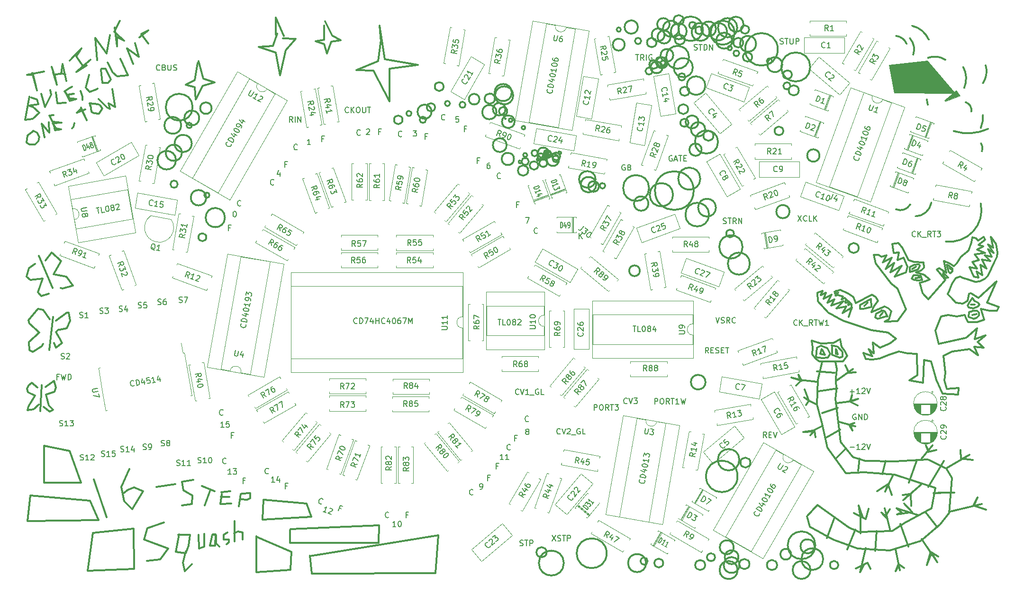
<source format=gbr>
G04 #@! TF.GenerationSoftware,KiCad,Pcbnew,(5.1.2-1)-1*
G04 #@! TF.CreationDate,2021-05-12T23:50:41-04:00*
G04 #@! TF.ProjectId,Sequencer - MFOS,53657175-656e-4636-9572-202d204d464f,rev?*
G04 #@! TF.SameCoordinates,Original*
G04 #@! TF.FileFunction,Legend,Top*
G04 #@! TF.FilePolarity,Positive*
%FSLAX46Y46*%
G04 Gerber Fmt 4.6, Leading zero omitted, Abs format (unit mm)*
G04 Created by KiCad (PCBNEW (5.1.2-1)-1) date 2021-05-12 23:50:41*
%MOMM*%
%LPD*%
G04 APERTURE LIST*
%ADD10C,0.300000*%
%ADD11C,0.100000*%
%ADD12C,0.150000*%
%ADD13C,0.120000*%
G04 APERTURE END LIST*
D10*
X43671904Y-29083000D02*
G75*
G03X43671904Y-29083000I-2396904J0D01*
G01*
X47072530Y-29260800D02*
G75*
G03X47072530Y-29260800I-1022330J0D01*
G01*
X44861519Y-31013400D02*
G75*
G03X44861519Y-31013400I-1325919J0D01*
G01*
X41630600Y-32334200D02*
G75*
G03X41630600Y-32334200I-1498600J0D01*
G01*
X41753137Y-37236400D02*
G75*
G03X41753137Y-37236400I-1443337J0D01*
G01*
X43561000Y-32334200D02*
G75*
G03X43561000Y-32334200I-482600J0D01*
G01*
X43523897Y-35560000D02*
G75*
G03X43523897Y-35560000I-1537697J0D01*
G01*
X40700152Y-38557200D02*
G75*
G03X40700152Y-38557200I-1660352J0D01*
G01*
X41011157Y-42849800D02*
G75*
G03X41011157Y-42849800I-650557J0D01*
G01*
X46106164Y-45262800D02*
G75*
G03X46106164Y-45262800I-1376764J0D01*
G01*
X46685200Y-44805600D02*
G75*
G03X46685200Y-44805600I-457200J0D01*
G01*
X49442182Y-48818800D02*
G75*
G03X49442182Y-48818800I-1715582J0D01*
G01*
X46119564Y-52324000D02*
G75*
G03X46119564Y-52324000I-704364J0D01*
G01*
X86370067Y-29895800D02*
G75*
G03X86370067Y-29895800I-1254667J0D01*
G01*
X85365344Y-31343600D02*
G75*
G03X85365344Y-31343600I-554744J0D01*
G01*
X81178400Y-31343600D02*
G75*
G03X81178400Y-31343600I-762000J0D01*
G01*
X82779305Y-30200600D02*
G75*
G03X82779305Y-30200600I-457905J0D01*
G01*
X88519000Y-25400000D02*
G75*
G03X88519000Y-25400000I-787400J0D01*
G01*
X86989726Y-29108400D02*
G75*
G03X86989726Y-29108400I-731326J0D01*
G01*
X89662000Y-28422600D02*
G75*
G03X89662000Y-28422600I-457200J0D01*
G01*
X92436015Y-28651200D02*
G75*
G03X92436015Y-28651200I-538815J0D01*
G01*
X94923910Y-27660600D02*
G75*
G03X94923910Y-27660600I-943910J0D01*
G01*
X97688400Y-27559000D02*
G75*
G03X97688400Y-27559000I-914400J0D01*
G01*
X103107981Y-32740600D02*
G75*
G03X103107981Y-32740600I-314181J0D01*
G01*
X100812600Y-31419800D02*
G75*
G03X100812600Y-31419800I-330200J0D01*
G01*
X101200793Y-31673800D02*
G75*
G03X101200793Y-31673800I-1124793J0D01*
G01*
X99618800Y-31115000D02*
G75*
G03X99618800Y-31115000I-76200J0D01*
G01*
X99569154Y-29438600D02*
G75*
G03X99569154Y-29438600I-1118754J0D01*
G01*
X100949447Y-26974800D02*
G75*
G03X100949447Y-26974800I-1610047J0D01*
G01*
X100691093Y-26466800D02*
G75*
G03X100691093Y-26466800I-1529493J0D01*
G01*
X97967800Y-29972000D02*
G75*
G03X97967800Y-29972000I-1270000J0D01*
G01*
X99894688Y-29794200D02*
G75*
G03X99894688Y-29794200I-733088J0D01*
G01*
X162687000Y-54254400D02*
G75*
G03X162687000Y-54254400I-889000J0D01*
G01*
X150330378Y-47752000D02*
G75*
G03X150330378Y-47752000I-1181578J0D01*
G01*
X155684839Y-37719000D02*
G75*
G03X155684839Y-37719000I-1100439J0D01*
G01*
X135940800Y-48285400D02*
G75*
G03X135940800Y-48285400I-2108200J0D01*
G01*
X137170005Y-47040800D02*
G75*
G03X137170005Y-47040800I-1584805J0D01*
G01*
X149210111Y-33324800D02*
G75*
G03X149210111Y-33324800I-772511J0D01*
G01*
X148099606Y-110921800D02*
G75*
G03X148099606Y-110921800I-906606J0D01*
G01*
X159025888Y-110921800D02*
G75*
G03X159025888Y-110921800I-733088J0D01*
G01*
X156337000Y-109855000D02*
G75*
G03X156337000Y-109855000I-1930400J0D01*
G01*
X154066492Y-111810800D02*
G75*
G03X154066492Y-111810800I-1590292J0D01*
G01*
X154800236Y-107569000D02*
G75*
G03X154800236Y-107569000I-1257236J0D01*
G01*
X154946407Y-107391200D02*
G75*
G03X154946407Y-107391200I-2470207J0D01*
G01*
X150614282Y-108991400D02*
G75*
G03X150614282Y-108991400I-957482J0D01*
G01*
X143172006Y-110744000D02*
G75*
G03X143172006Y-110744000I-906606J0D01*
G01*
X141212731Y-109513531D02*
G75*
G03X141212731Y-109513531I-1233331J0D01*
G01*
X141387669Y-110921800D02*
G75*
G03X141387669Y-110921800I-1408269J0D01*
G01*
X140360400Y-107746800D02*
G75*
G03X140360400Y-107746800I-1244600J0D01*
G01*
X141056047Y-111810800D02*
G75*
G03X141056047Y-111810800I-1610047J0D01*
G01*
X137004873Y-109524800D02*
G75*
G03X137004873Y-109524800I-708473J0D01*
G01*
X135255000Y-110921800D02*
G75*
G03X135255000Y-110921800I-889000J0D01*
G01*
X124702849Y-110566200D02*
G75*
G03X124702849Y-110566200I-1614449J0D01*
G01*
X127758716Y-110566200D02*
G75*
G03X127758716Y-110566200I-784116J0D01*
G01*
X124974067Y-110210600D02*
G75*
G03X124974067Y-110210600I-641067J0D01*
G01*
X109997130Y-110566200D02*
G75*
G03X109997130Y-110566200I-2224930J0D01*
G01*
X106926206Y-108635800D02*
G75*
G03X106926206Y-108635800I-906606J0D01*
G01*
X117651227Y-108813600D02*
G75*
G03X117651227Y-108813600I-2665427J0D01*
G01*
X143332200Y-92608400D02*
G75*
G03X143332200Y-92608400I-889000J0D01*
G01*
X141355229Y-92100400D02*
G75*
G03X141355229Y-92100400I-1909229J0D01*
G01*
X141043338Y-95072200D02*
G75*
G03X141043338Y-95072200I-2816538J0D01*
G01*
X141932255Y-54051200D02*
G75*
G03X141932255Y-54051200I-2079855J0D01*
G01*
X140381554Y-51663600D02*
G75*
G03X140381554Y-51663600I-681554J0D01*
G01*
X143241128Y-57048400D02*
G75*
G03X143241128Y-57048400I-1966328J0D01*
G01*
X135316464Y-78232000D02*
G75*
G03X135316464Y-78232000I-1306064J0D01*
G01*
X123583277Y-58318400D02*
G75*
G03X123583277Y-58318400I-952077J0D01*
G01*
X99778060Y-35864800D02*
G75*
G03X99778060Y-35864800I-1226060J0D01*
G01*
X101096715Y-38328600D02*
G75*
G03X101096715Y-38328600I-1096915J0D01*
G01*
X103632000Y-40411400D02*
G75*
G03X103632000Y-40411400I-914400J0D01*
G01*
X105333800Y-37287200D02*
G75*
G03X105333800Y-37287200I-558800J0D01*
G01*
X103738156Y-38785800D02*
G75*
G03X103738156Y-38785800I-639556J0D01*
G01*
X102445709Y-38862000D02*
G75*
G03X102445709Y-38862000I-261509J0D01*
G01*
X103457810Y-37642800D02*
G75*
G03X103457810Y-37642800I-359210J0D01*
G01*
X105420436Y-39497000D02*
G75*
G03X105420436Y-39497000I-747036J0D01*
G01*
X107014420Y-39090600D02*
G75*
G03X107014420Y-39090600I-690020J0D01*
G01*
X109323479Y-37871400D02*
G75*
G03X109323479Y-37871400I-687679J0D01*
G01*
X109532309Y-37236400D02*
G75*
G03X109532309Y-37236400I-261509J0D01*
G01*
X109171405Y-38328600D02*
G75*
G03X109171405Y-38328600I-586405J0D01*
G01*
X109130726Y-38506400D02*
G75*
G03X109130726Y-38506400I-1079126J0D01*
G01*
X107825304Y-37541200D02*
G75*
G03X107825304Y-37541200I-561104J0D01*
G01*
X107691097Y-37363400D02*
G75*
G03X107691097Y-37363400I-655497J0D01*
G01*
X107213400Y-37058600D02*
G75*
G03X107213400Y-37058600I-304800J0D01*
G01*
X107269676Y-37236400D02*
G75*
G03X107269676Y-37236400I-945276J0D01*
G01*
X106424265Y-37871400D02*
G75*
G03X106424265Y-37871400I-557065J0D01*
G01*
X105577699Y-38455600D02*
G75*
G03X105577699Y-38455600I-218499J0D01*
G01*
X107165266Y-37871400D02*
G75*
G03X107165266Y-37871400I-485266J0D01*
G01*
X120872839Y-17907000D02*
G75*
G03X120872839Y-17907000I-1061039J0D01*
G01*
X120189398Y-15214600D02*
G75*
G03X120189398Y-15214600I-377598J0D01*
G01*
X123229942Y-14757400D02*
G75*
G03X123229942Y-14757400I-1182942J0D01*
G01*
X123825000Y-17246600D02*
G75*
G03X123825000Y-17246600I-558800J0D01*
G01*
X125846757Y-22631400D02*
G75*
G03X125846757Y-22631400I-624757J0D01*
G01*
X126835628Y-21437600D02*
G75*
G03X126835628Y-21437600I-775428J0D01*
G01*
X127617315Y-21971000D02*
G75*
G03X127617315Y-21971000I-1049115J0D01*
G01*
X128148956Y-20929600D02*
G75*
G03X128148956Y-20929600I-869556J0D01*
G01*
X128525302Y-21132800D02*
G75*
G03X128525302Y-21132800I-991902J0D01*
G01*
X128250911Y-21285200D02*
G75*
G03X128250911Y-21285200I-514311J0D01*
G01*
X131421050Y-13512800D02*
G75*
G03X131421050Y-13512800I-890450J0D01*
G01*
X130563464Y-15062200D02*
G75*
G03X130563464Y-15062200I-1429864J0D01*
G01*
X128889303Y-14274800D02*
G75*
G03X128889303Y-14274800I-1101903J0D01*
G01*
X127989188Y-16154400D02*
G75*
G03X127989188Y-16154400I-1141588J0D01*
G01*
X126548935Y-17526000D02*
G75*
G03X126548935Y-17526000I-844335J0D01*
G01*
X140081227Y-17195800D02*
G75*
G03X140081227Y-17195800I-1422627J0D01*
G01*
X140985285Y-14884400D02*
G75*
G03X140985285Y-14884400I-1717085J0D01*
G01*
X142097576Y-14249400D02*
G75*
G03X142097576Y-14249400I-1330776J0D01*
G01*
X139168473Y-15595600D02*
G75*
G03X139168473Y-15595600I-1551273J0D01*
G01*
X137181976Y-15087600D02*
G75*
G03X137181976Y-15087600I-1317376J0D01*
G01*
X134872116Y-15341600D02*
G75*
G03X134872116Y-15341600I-683916J0D01*
G01*
X133605057Y-14452600D02*
G75*
G03X133605057Y-14452600I-610657J0D01*
G01*
X134846236Y-15062200D02*
G75*
G03X134846236Y-15062200I-2182036J0D01*
G01*
X131620984Y-17018000D02*
G75*
G03X131620984Y-17018000I-887184J0D01*
G01*
X134064300Y-31724600D02*
G75*
G03X134064300Y-31724600I-1146100J0D01*
G01*
X132265020Y-31877000D02*
G75*
G03X132265020Y-31877000I-718420J0D01*
G01*
X136733987Y-34188400D02*
G75*
G03X136733987Y-34188400I-894787J0D01*
G01*
X137546637Y-35306000D02*
G75*
G03X137546637Y-35306000I-2063037J0D01*
G01*
X134618522Y-36677600D02*
G75*
G03X134618522Y-36677600I-1090722J0D01*
G01*
X135255254Y-33045400D02*
G75*
G03X135255254Y-33045400I-1270254J0D01*
G01*
X132211471Y-29438600D02*
G75*
G03X132211471Y-29438600I-868071J0D01*
G01*
X135276488Y-25222200D02*
G75*
G03X135276488Y-25222200I-1647088J0D01*
G01*
X132416525Y-26238200D02*
G75*
G03X132416525Y-26238200I-819125J0D01*
G01*
X148220119Y-18745200D02*
G75*
G03X148220119Y-18745200I-2906719J0D01*
G01*
X151981168Y-26085800D02*
G75*
G03X151981168Y-26085800I-901968J0D01*
G01*
X150495000Y-25273000D02*
G75*
G03X150495000Y-25273000I-635000J0D01*
G01*
X154027591Y-21894800D02*
G75*
G03X154027591Y-21894800I-2592791J0D01*
G01*
X150735363Y-23266400D02*
G75*
G03X150735363Y-23266400I-773763J0D01*
G01*
X149030806Y-21488400D02*
G75*
G03X149030806Y-21488400I-1329806J0D01*
G01*
X147195814Y-20828000D02*
G75*
G03X147195814Y-20828000I-460014J0D01*
G01*
X142038293Y-17551400D02*
G75*
G03X142038293Y-17551400I-865093J0D01*
G01*
X141335660Y-19456400D02*
G75*
G03X141335660Y-19456400I-518060J0D01*
G01*
X140033572Y-18516600D02*
G75*
G03X140033572Y-18516600I-384372J0D01*
G01*
X143099648Y-15214600D02*
G75*
G03X143099648Y-15214600I-732648J0D01*
G01*
X144351824Y-17754600D02*
G75*
G03X144351824Y-17754600I-1426024J0D01*
G01*
X143638586Y-20116800D02*
G75*
G03X143638586Y-20116800I-814386J0D01*
G01*
X140523056Y-15773400D02*
G75*
G03X140523056Y-15773400I-2143856J0D01*
G01*
X136041593Y-15621000D02*
G75*
G03X136041593Y-15621000I-1599393J0D01*
G01*
X131942072Y-15519400D02*
G75*
G03X131942072Y-15519400I-1411472J0D01*
G01*
X129073932Y-16535400D02*
G75*
G03X129073932Y-16535400I-1159532J0D01*
G01*
X129550343Y-19812000D02*
G75*
G03X129550343Y-19812000I-1127943J0D01*
G01*
X132365265Y-20167600D02*
G75*
G03X132365265Y-20167600I-2037865J0D01*
G01*
X133047284Y-21996400D02*
G75*
G03X133047284Y-21996400I-1703884J0D01*
G01*
X131725922Y-23672800D02*
G75*
G03X131725922Y-23672800I-636522J0D01*
G01*
X115671162Y-41986200D02*
G75*
G03X115671162Y-41986200I-1472762J0D01*
G01*
X115776254Y-42926000D02*
G75*
G03X115776254Y-42926000I-1374654J0D01*
G01*
X116257172Y-43256200D02*
G75*
G03X116257172Y-43256200I-941172J0D01*
G01*
X117404779Y-43129200D02*
G75*
G03X117404779Y-43129200I-488579J0D01*
G01*
X125112657Y-46304200D02*
G75*
G03X125112657Y-46304200I-1287657J0D01*
G01*
X129508085Y-44729400D02*
G75*
G03X129508085Y-44729400I-2076285J0D01*
G01*
X125222558Y-43535600D02*
G75*
G03X125222558Y-43535600I-2311958J0D01*
G01*
X133199934Y-43992800D02*
G75*
G03X133199934Y-43992800I-3456734J0D01*
G01*
X134378495Y-41859200D02*
G75*
G03X134378495Y-41859200I-1968295J0D01*
G01*
X174857649Y-27723020D02*
G75*
G02X175031399Y-28676599I-1832849J-826580D01*
G01*
X181360363Y-21895097D02*
G75*
G02X181533799Y-25653999I-3763563J-2057103D01*
G01*
X175078789Y-20251637D02*
G75*
G02X178155599Y-20599401I1197211J-3192563D01*
G01*
X184496822Y-46282173D02*
G75*
G02X178282601Y-53085999I-5528422J-1190427D01*
G01*
X171885985Y-46479529D02*
G75*
G02X169367201Y-47345599I-1756785J1013529D01*
G01*
X175676463Y-46137961D02*
G75*
G02X172846999Y-48590199I-2905663J494161D01*
G01*
X184540016Y-35534040D02*
G75*
G02X184708799Y-36956999I-1202816J-864160D01*
G01*
X171844157Y-16772716D02*
G75*
G02X172440599Y-19684999I-2222957J-1972484D01*
G01*
X169385500Y-16338465D02*
G75*
G02X171246799Y-17754601I-323100J-2355935D01*
G01*
X172235537Y-14537323D02*
G75*
G02X175209199Y-17018001I-988737J-4207877D01*
G01*
X181806933Y-28205286D02*
G75*
G02X182803799Y-29870399I-425533J-1385714D01*
G01*
X185381786Y-21590288D02*
G75*
G02X184886599Y-24790399I-3695586J-1066512D01*
G01*
X185807503Y-32959882D02*
G75*
G02X179654201Y-33350199I-3587903J7864682D01*
G01*
X184878583Y-30514711D02*
G75*
G02X184505599Y-32791399I-5021183J-346289D01*
G01*
D11*
G36*
X180771800Y-27025600D02*
G01*
X178155600Y-28016200D01*
X178003200Y-27863800D01*
X178003200Y-27838400D01*
X180136800Y-26060400D01*
X180771800Y-27025600D01*
G37*
X180771800Y-27025600D02*
X178155600Y-28016200D01*
X178003200Y-27863800D01*
X178003200Y-27838400D01*
X180136800Y-26060400D01*
X180771800Y-27025600D01*
G36*
X179933600Y-26619200D02*
G01*
X169037000Y-26517600D01*
X168071800Y-21513800D01*
X174980600Y-20777200D01*
X179933600Y-26619200D01*
G37*
X179933600Y-26619200D02*
X169037000Y-26517600D01*
X168071800Y-21513800D01*
X174980600Y-20777200D01*
X179933600Y-26619200D01*
D10*
X18110200Y-83540600D02*
X17043400Y-82626200D01*
X18770600Y-83134200D02*
X18110200Y-83540600D01*
X17957800Y-82372200D02*
X18770600Y-83134200D01*
X17449800Y-80492600D02*
X17957800Y-82372200D01*
X18973800Y-79933800D02*
X17449800Y-80492600D01*
X19278600Y-79171800D02*
X18973800Y-79933800D01*
X18872200Y-78003400D02*
X19278600Y-79171800D01*
X17399000Y-79070200D02*
X18872200Y-78003400D01*
X15265400Y-83083400D02*
X16230600Y-82219800D01*
X14198600Y-83286600D02*
X15265400Y-83083400D01*
X14351000Y-82575400D02*
X14198600Y-83286600D01*
X15519400Y-80594200D02*
X14351000Y-82575400D01*
X14909800Y-80340200D02*
X15519400Y-80594200D01*
X14249400Y-80035400D02*
X14909800Y-80340200D01*
X14046200Y-79425800D02*
X14249400Y-80035400D01*
X14351000Y-78816200D02*
X14046200Y-79425800D01*
X14960600Y-78308200D02*
X14351000Y-78816200D01*
X15976600Y-79171800D02*
X14960600Y-78308200D01*
X16484600Y-83439000D02*
X16687800Y-78765400D01*
X19278600Y-72034400D02*
X18948400Y-71196200D01*
X20345400Y-71247000D02*
X19278600Y-72034400D01*
X19812000Y-70281800D02*
X20345400Y-71247000D01*
X19278600Y-69265800D02*
X19812000Y-70281800D01*
X19685000Y-68834000D02*
X19278600Y-69265800D01*
X19964400Y-68834000D02*
X19685000Y-68834000D01*
X21234400Y-68630800D02*
X19964400Y-68834000D01*
X21767800Y-67284600D02*
X21234400Y-68630800D01*
X21513800Y-65786000D02*
X21767800Y-67284600D01*
X21234400Y-65786000D02*
X21513800Y-65786000D01*
X19278600Y-67284600D02*
X21234400Y-65786000D01*
X16713200Y-71831200D02*
X16967200Y-71399400D01*
X15113000Y-72847200D02*
X16713200Y-71831200D01*
X14503400Y-72517000D02*
X15113000Y-72847200D01*
X14401800Y-71094600D02*
X14503400Y-72517000D01*
X16281400Y-69367400D02*
X14401800Y-71094600D01*
X14503400Y-67767200D02*
X16281400Y-69367400D01*
X14300200Y-67132200D02*
X14503400Y-67767200D01*
X16002000Y-65151000D02*
X14300200Y-67132200D01*
X16967200Y-65303400D02*
X16002000Y-65151000D01*
X18186400Y-67030600D02*
X16967200Y-65303400D01*
X20447000Y-61518800D02*
X20066000Y-61442600D01*
X22275800Y-61010800D02*
X20447000Y-61518800D01*
X21132800Y-59410600D02*
X22275800Y-61010800D01*
X18796000Y-58953400D02*
X21132800Y-59410600D01*
X20142200Y-56616600D02*
X18796000Y-58953400D01*
X18491200Y-55041800D02*
X20142200Y-56616600D01*
X17424400Y-56464200D02*
X18491200Y-55041800D01*
X16611600Y-62814200D02*
X17957800Y-62433200D01*
X16002000Y-62204600D02*
X16611600Y-62814200D01*
X16840200Y-59715400D02*
X16002000Y-62204600D01*
X14706600Y-59944000D02*
X16840200Y-59715400D01*
X13970000Y-59334400D02*
X14706600Y-59944000D01*
X14401800Y-57835800D02*
X13970000Y-59334400D01*
X15544800Y-57073800D02*
X14401800Y-57835800D01*
X16230600Y-55626000D02*
X18643600Y-61442600D01*
X18034000Y-72491600D02*
X18719800Y-66598800D01*
X29819600Y-29032200D02*
X29337000Y-25882600D01*
X28651200Y-28346400D02*
X29819600Y-29032200D01*
X28930600Y-29438600D02*
X28651200Y-28346400D01*
X28371800Y-29133800D02*
X28930600Y-29438600D01*
X26873200Y-27609800D02*
X28371800Y-29133800D01*
X25222200Y-28422600D02*
X25400000Y-28981400D01*
X26746200Y-28549600D02*
X25222200Y-28422600D01*
X27152600Y-28752800D02*
X26746200Y-28549600D01*
X27533600Y-29337000D02*
X27152600Y-28752800D01*
X26949400Y-30226000D02*
X27533600Y-29337000D01*
X25984200Y-30200600D02*
X26949400Y-30226000D01*
X25628600Y-29921200D02*
X25984200Y-30200600D01*
X25425400Y-28752800D02*
X25628600Y-29921200D01*
X23012400Y-30099000D02*
X24511000Y-29464000D01*
X23749000Y-29311600D02*
X23012400Y-30099000D01*
X24714200Y-31445200D02*
X23749000Y-29311600D01*
X23749000Y-29184600D02*
X24714200Y-31445200D01*
X22377400Y-32613600D02*
X22098000Y-32842200D01*
X22529800Y-31927800D02*
X22377400Y-32613600D01*
X18084800Y-30556200D02*
X18796000Y-30480000D01*
X18643600Y-31724600D02*
X18084800Y-30556200D01*
X20243800Y-31826200D02*
X18643600Y-31724600D01*
X18694400Y-31953200D02*
X20243800Y-31826200D01*
X19253200Y-32842200D02*
X18694400Y-31953200D01*
X20218400Y-33045400D02*
X19253200Y-32842200D01*
X19050000Y-33248600D02*
X20218400Y-33045400D01*
X18719800Y-31724600D02*
X19050000Y-33248600D01*
X18084800Y-33655000D02*
X18008600Y-31800800D01*
X16713200Y-32004000D02*
X18084800Y-33655000D01*
X17195800Y-34518600D02*
X16713200Y-32004000D01*
X15824200Y-33604200D02*
X15189200Y-33324800D01*
X16306800Y-34366200D02*
X15824200Y-33604200D01*
X16154400Y-35179000D02*
X16306800Y-34366200D01*
X15544800Y-35737800D02*
X16154400Y-35179000D01*
X14503400Y-35763200D02*
X15544800Y-35737800D01*
X13970000Y-35382200D02*
X14503400Y-35763200D01*
X14173200Y-34163000D02*
X13970000Y-35382200D01*
X15214600Y-33401000D02*
X14173200Y-34163000D01*
X34518600Y-16027400D02*
X35763200Y-17754600D01*
X35737800Y-15367000D02*
X34518600Y-16027400D01*
X34137600Y-16637000D02*
X35737800Y-15367000D01*
X34366200Y-16383000D02*
X34137600Y-16637000D01*
X34036000Y-20091400D02*
X33426400Y-17653000D01*
X31927800Y-18542000D02*
X34036000Y-20091400D01*
X33045400Y-21361400D02*
X31927800Y-18542000D01*
X32105600Y-23393400D02*
X30759400Y-20421600D01*
X30200600Y-23571200D02*
X32105600Y-23393400D01*
X29438600Y-22860000D02*
X30200600Y-23571200D01*
X28448000Y-21132800D02*
X29438600Y-22860000D01*
X28168600Y-22174200D02*
X27381200Y-22174200D01*
X29108400Y-24130000D02*
X28168600Y-22174200D01*
X28600400Y-24714200D02*
X29108400Y-24130000D01*
X27559000Y-24739600D02*
X28600400Y-24714200D01*
X27330400Y-22402800D02*
X27559000Y-24739600D01*
X26441400Y-25933400D02*
X26720800Y-25730200D01*
X25222200Y-26339800D02*
X26441400Y-25933400D01*
X24561800Y-25628600D02*
X25222200Y-26339800D01*
X25171400Y-23291800D02*
X24561800Y-25628600D01*
X24028400Y-27711400D02*
X24003000Y-27787600D01*
X24003000Y-27228800D02*
X24028400Y-27711400D01*
X23672800Y-26212800D02*
X24003000Y-27228800D01*
X21564600Y-25781000D02*
X22123400Y-25450800D01*
X20802600Y-26238200D02*
X21564600Y-25781000D01*
X21259800Y-26898600D02*
X20802600Y-26238200D01*
X22504400Y-26720800D02*
X21259800Y-26898600D01*
X21590000Y-26771600D02*
X22504400Y-26720800D01*
X21463000Y-27432000D02*
X21590000Y-26771600D01*
X22910800Y-27660600D02*
X21463000Y-27432000D01*
X21691600Y-27940000D02*
X22910800Y-27660600D01*
X20980400Y-26390600D02*
X21691600Y-27940000D01*
X19532600Y-28397200D02*
X21031200Y-28270200D01*
X19253200Y-26441400D02*
X19532600Y-28397200D01*
X18364200Y-26873200D02*
X18211800Y-26009600D01*
X17272000Y-29057600D02*
X18364200Y-26873200D01*
X16637000Y-26670000D02*
X17272000Y-29057600D01*
X15875000Y-27711400D02*
X14833600Y-27330400D01*
X16103600Y-28549600D02*
X15875000Y-27711400D01*
X14427200Y-28829000D02*
X16103600Y-28549600D01*
X15214600Y-29057600D02*
X14427200Y-28829000D01*
X16256000Y-30048200D02*
X15214600Y-29057600D01*
X15113000Y-31191200D02*
X16256000Y-30048200D01*
X13766800Y-31369000D02*
X15113000Y-31191200D01*
X14478000Y-27228800D02*
X13766800Y-31369000D01*
X29667200Y-15595600D02*
X30657800Y-13614400D01*
X31419800Y-17246600D02*
X29667200Y-15595600D01*
X30200600Y-16535400D02*
X31419800Y-17246600D01*
X30149800Y-18186400D02*
X30200600Y-16535400D01*
X29718000Y-14808200D02*
X30149800Y-18186400D01*
X28270200Y-19481800D02*
X28879800Y-16205200D01*
X26238200Y-16687800D02*
X28270200Y-19481800D01*
X26619200Y-20675600D02*
X26238200Y-16687800D01*
X18821400Y-22910800D02*
X18491200Y-21894800D01*
X20294600Y-23063200D02*
X20955000Y-23241000D01*
X22910800Y-22783800D02*
X25400000Y-20574000D01*
X24790400Y-21615400D02*
X22910800Y-22783800D01*
X24028400Y-21615400D02*
X24790400Y-21615400D01*
X22910800Y-20015200D02*
X24028400Y-21615400D01*
X23850600Y-18592800D02*
X22910800Y-20015200D01*
X21691600Y-20802600D02*
X23850600Y-18592800D01*
X20472400Y-21361400D02*
X21082000Y-24384000D01*
X20193000Y-23164800D02*
X20472400Y-21361400D01*
X18973800Y-23190200D02*
X20193000Y-23164800D01*
X19431000Y-25069800D02*
X18973800Y-23190200D01*
X18745200Y-22860000D02*
X19431000Y-25069800D01*
X14097000Y-23291800D02*
X17145000Y-22733000D01*
X15163800Y-23291800D02*
X14097000Y-23291800D01*
X15824200Y-26111200D02*
X15163800Y-23291800D01*
X15036800Y-22961600D02*
X15824200Y-26111200D01*
X45542200Y-23977600D02*
X44704000Y-20853400D01*
X47650400Y-24663400D02*
X45542200Y-23977600D01*
X45466000Y-25247600D02*
X47650400Y-24663400D01*
X44196000Y-27711400D02*
X45466000Y-25247600D01*
X44094400Y-25501600D02*
X44196000Y-27711400D01*
X42418000Y-25095200D02*
X44094400Y-25501600D01*
X44018200Y-24231600D02*
X42418000Y-25095200D01*
X44602400Y-21183600D02*
X44018200Y-24231600D01*
X68580000Y-16281400D02*
X67310000Y-13741400D01*
X70104000Y-17119600D02*
X68580000Y-16281400D01*
X68402200Y-17373600D02*
X70104000Y-17119600D01*
X67640200Y-19507200D02*
X68402200Y-17373600D01*
X67132200Y-17805400D02*
X67640200Y-19507200D01*
X65684400Y-17297400D02*
X67132200Y-17805400D01*
X67132200Y-17043400D02*
X65684400Y-17297400D01*
X67208400Y-14503400D02*
X67132200Y-17043400D01*
X77114400Y-14503400D02*
X77368400Y-17475200D01*
X77978000Y-20523200D02*
X77114400Y-14503400D01*
X83896200Y-21539200D02*
X77978000Y-20523200D01*
X78816200Y-22199600D02*
X83896200Y-21539200D01*
X78892400Y-28041600D02*
X78816200Y-22199600D01*
X75946000Y-22555200D02*
X78892400Y-28041600D01*
X72898000Y-22453600D02*
X75946000Y-22555200D01*
X76784200Y-20853400D02*
X72898000Y-22453600D01*
X77368400Y-17043400D02*
X76784200Y-20853400D01*
X58572400Y-13055600D02*
X58496200Y-16103600D01*
X59944000Y-16357600D02*
X58572400Y-13055600D01*
X62128400Y-16865600D02*
X59842400Y-16789400D01*
X60274200Y-18897600D02*
X62128400Y-16865600D01*
X59258200Y-23393400D02*
X60274200Y-18897600D01*
X58572400Y-19329400D02*
X59258200Y-23393400D01*
X55524400Y-18313400D02*
X58572400Y-19329400D01*
X58064400Y-18135600D02*
X55524400Y-18313400D01*
X58750200Y-15951200D02*
X58064400Y-18135600D01*
X175158400Y-96977200D02*
X177927000Y-92278200D01*
X177292000Y-98044000D02*
X176022000Y-98044000D01*
X158318200Y-102438200D02*
X156997400Y-106070400D01*
X162052000Y-104546400D02*
X160604200Y-108178600D01*
X165862000Y-104876600D02*
X165658800Y-108356400D01*
X170154600Y-103606600D02*
X171526200Y-107594400D01*
X174599600Y-101473000D02*
X176707800Y-104165400D01*
X176936400Y-98018600D02*
X179806600Y-98018600D01*
X172974000Y-92354400D02*
X171653200Y-96189800D01*
X167487600Y-92303600D02*
X166878000Y-94640400D01*
X162814000Y-91897200D02*
X162610800Y-94056200D01*
X160324800Y-90170000D02*
X158597600Y-91871800D01*
X159410400Y-86690200D02*
X156997400Y-88061800D01*
X156133800Y-83718400D02*
X158953200Y-82854800D01*
X155498800Y-79832200D02*
X158877000Y-79324200D01*
X158343600Y-76555600D02*
X155244800Y-76327000D01*
X163982400Y-102692200D02*
X164414200Y-100838000D01*
X161848800Y-101625400D02*
X163982400Y-102692200D01*
X163449000Y-102463600D02*
X161848800Y-101625400D01*
X162687000Y-100304600D02*
X163449000Y-102463600D01*
X163042600Y-102362000D02*
X162687000Y-100304600D01*
X163017200Y-105283000D02*
X163042600Y-102362000D01*
X164261800Y-110540800D02*
X164769800Y-111607600D01*
X162179000Y-111506000D02*
X164261800Y-110540800D01*
X163703000Y-110769400D02*
X162179000Y-111506000D01*
X162941000Y-112166400D02*
X163703000Y-110769400D01*
X163982400Y-107899200D02*
X162941000Y-112166400D01*
X169926000Y-110845600D02*
X170764200Y-111429800D01*
X169240200Y-112014000D02*
X169926000Y-110845600D01*
X169824400Y-110744000D02*
X169240200Y-112014000D01*
X170027600Y-111887000D02*
X169824400Y-110744000D01*
X169265600Y-108153200D02*
X170027600Y-111887000D01*
X167538400Y-102158800D02*
X168224200Y-100965000D01*
X166776400Y-101498400D02*
X167538400Y-102158800D01*
X167843200Y-102692200D02*
X166776400Y-101498400D01*
X167309800Y-100736400D02*
X167843200Y-102692200D01*
X168376600Y-104825800D02*
X167309800Y-100736400D01*
X175564800Y-108559600D02*
X176885600Y-109372400D01*
X174853600Y-110921800D02*
X175564800Y-108559600D01*
X175742600Y-108712000D02*
X174853600Y-110921800D01*
X176733200Y-110413800D02*
X175742600Y-108712000D01*
X173964600Y-106299000D02*
X176733200Y-110413800D01*
X170764200Y-99923600D02*
X171653200Y-100888800D01*
X172212000Y-101447600D02*
X170764200Y-99923600D01*
X169494200Y-101854000D02*
X172212000Y-101447600D01*
X170357800Y-101549200D02*
X169494200Y-101854000D01*
X169468800Y-100787200D02*
X170357800Y-101549200D01*
X173456600Y-102082600D02*
X169468800Y-100787200D01*
X183184800Y-100253800D02*
X185420000Y-101041200D01*
X183946800Y-98831400D02*
X183184800Y-100253800D01*
X183261000Y-100380800D02*
X183946800Y-98831400D01*
X184708800Y-99999800D02*
X183261000Y-100380800D01*
X179019200Y-101346000D02*
X184708800Y-99999800D01*
X175158400Y-90728800D02*
X176580800Y-90347800D01*
X174675800Y-89484200D02*
X175158400Y-90728800D01*
X175107600Y-90474800D02*
X174675800Y-89484200D01*
X175869600Y-89535000D02*
X175107600Y-90474800D01*
X173964600Y-91922600D02*
X175869600Y-89535000D01*
X181000400Y-91871800D02*
X183057800Y-92151200D01*
X180898800Y-90347800D02*
X181000400Y-91871800D01*
X181000400Y-92024200D02*
X180898800Y-90347800D01*
X182473600Y-91211400D02*
X181000400Y-92024200D01*
X178409600Y-93599000D02*
X182473600Y-91211400D01*
X172008800Y-98196400D02*
X172034200Y-100380800D01*
X170510200Y-98374200D02*
X172008800Y-98196400D01*
X171856400Y-98221800D02*
X170510200Y-98374200D01*
X170662600Y-99339400D02*
X171856400Y-98221800D01*
X173913800Y-96418400D02*
X170662600Y-99339400D01*
X167894000Y-96418400D02*
X168605200Y-98425000D01*
X166014400Y-97713800D02*
X167894000Y-96418400D01*
X167894000Y-96469200D02*
X166014400Y-97713800D01*
X167411400Y-97840800D02*
X167894000Y-96469200D01*
X168732200Y-94894400D02*
X167411400Y-97840800D01*
X161112200Y-85775800D02*
X161950400Y-85547200D01*
X161569400Y-86893400D02*
X161112200Y-85775800D01*
X160959800Y-85852000D02*
X161569400Y-86893400D01*
X162102800Y-86131400D02*
X160959800Y-85852000D01*
X159258000Y-85344000D02*
X162102800Y-86131400D01*
X154813000Y-86995000D02*
X154965400Y-88087200D01*
X154076400Y-87757000D02*
X154813000Y-86995000D01*
X154609800Y-87045800D02*
X154076400Y-87757000D01*
X152806400Y-87147400D02*
X154609800Y-87045800D01*
X154559000Y-86918800D02*
X152806400Y-87147400D01*
X156210000Y-86055200D02*
X154559000Y-86918800D01*
X161112200Y-81737200D02*
X162483800Y-82372200D01*
X161518600Y-80568800D02*
X161112200Y-81737200D01*
X161264600Y-81711800D02*
X161518600Y-80568800D01*
X162610800Y-81229200D02*
X161264600Y-81711800D01*
X160832800Y-81762600D02*
X162610800Y-81229200D01*
X158750000Y-81991200D02*
X160832800Y-81762600D01*
X153797000Y-81584800D02*
X153263600Y-82296000D01*
X152908000Y-81000600D02*
X153797000Y-81584800D01*
X153771600Y-81584800D02*
X152908000Y-81000600D01*
X153060400Y-79527400D02*
X153771600Y-81584800D01*
X153771600Y-81559400D02*
X153060400Y-79527400D01*
X155016200Y-82118200D02*
X153771600Y-81559400D01*
X160934400Y-76555600D02*
X162179000Y-76504800D01*
X160274000Y-75209400D02*
X160934400Y-76555600D01*
X160883600Y-76428600D02*
X160274000Y-75209400D01*
X161645600Y-75869800D02*
X160883600Y-76428600D01*
X158775400Y-77901800D02*
X161645600Y-75869800D01*
X152247600Y-78079600D02*
X151485600Y-78867000D01*
X151917400Y-76936600D02*
X152247600Y-78079600D01*
X152476200Y-78028800D02*
X151917400Y-76936600D01*
X150672800Y-77444600D02*
X152476200Y-78028800D01*
X152273000Y-77800200D02*
X150672800Y-77444600D01*
X155244800Y-78181200D02*
X152273000Y-77800200D01*
X158800800Y-75844400D02*
X158496000Y-74599800D01*
X158648400Y-77470000D02*
X158800800Y-75844400D01*
X158724600Y-79806800D02*
X158648400Y-77470000D01*
X158496000Y-81203800D02*
X158724600Y-79806800D01*
X159105600Y-86055200D02*
X158496000Y-81203800D01*
X159486600Y-88900000D02*
X159105600Y-86055200D01*
X161620200Y-91617800D02*
X159486600Y-88900000D01*
X163880800Y-92278200D02*
X161620200Y-91617800D01*
X169138600Y-92405200D02*
X163880800Y-92278200D01*
X175031400Y-92075000D02*
X169138600Y-92405200D01*
X178333400Y-93624400D02*
X175031400Y-92075000D01*
X179374800Y-95377000D02*
X178333400Y-93624400D01*
X178841400Y-101650800D02*
X179374800Y-95377000D01*
X177215800Y-103657400D02*
X178841400Y-101650800D01*
X173786800Y-106629200D02*
X177215800Y-103657400D01*
X168300400Y-108331000D02*
X173786800Y-106629200D01*
X162534600Y-108000800D02*
X168300400Y-108331000D01*
X158064200Y-106375200D02*
X162534600Y-108000800D01*
X153974800Y-104114600D02*
X158064200Y-106375200D01*
X153466800Y-102235000D02*
X153974800Y-104114600D01*
X155346400Y-100177600D02*
X153466800Y-102235000D01*
X160985200Y-104241600D02*
X155346400Y-100177600D01*
X162737800Y-105029000D02*
X160985200Y-104241600D01*
X168681400Y-104825800D02*
X162737800Y-105029000D01*
X170865800Y-103403400D02*
X168681400Y-104825800D01*
X175742600Y-100812600D02*
X170865800Y-103403400D01*
X176403000Y-97155000D02*
X175742600Y-100812600D01*
X169087800Y-94792800D02*
X176403000Y-97155000D01*
X163728400Y-94310200D02*
X169087800Y-94792800D01*
X160375600Y-94538800D02*
X163728400Y-94310200D01*
X157124400Y-89916000D02*
X160375600Y-94538800D01*
X156159200Y-85699600D02*
X157124400Y-89916000D01*
X155194000Y-82194400D02*
X156159200Y-85699600D01*
X155422600Y-77800200D02*
X155194000Y-82194400D01*
X156159200Y-74625200D02*
X155422600Y-77800200D01*
X158953200Y-73279000D02*
X158724600Y-72415400D01*
X158572200Y-73152000D02*
X158953200Y-73279000D01*
X158597600Y-72364600D02*
X158572200Y-73152000D01*
X156692600Y-73380600D02*
X156184600Y-72440800D01*
X155778200Y-73152000D02*
X156692600Y-73380600D01*
X156032200Y-72339200D02*
X155778200Y-73152000D01*
X158953200Y-71882000D02*
X157861000Y-71628000D01*
X159791400Y-72821800D02*
X158953200Y-71882000D01*
X159791400Y-73660000D02*
X159791400Y-72821800D01*
X159283400Y-73888600D02*
X159791400Y-73660000D01*
X157911800Y-73304400D02*
X159283400Y-73888600D01*
X157911800Y-71678800D02*
X157911800Y-73304400D01*
X157124400Y-72186800D02*
X155981400Y-71729600D01*
X157556200Y-73202800D02*
X157124400Y-72186800D01*
X157200600Y-73812400D02*
X157556200Y-73202800D01*
X156184600Y-73914000D02*
X157200600Y-73812400D01*
X155067000Y-73736200D02*
X156184600Y-73914000D01*
X155219400Y-72110600D02*
X155067000Y-73736200D01*
X155905200Y-71729600D02*
X155219400Y-72110600D01*
X154406600Y-73279000D02*
X154482800Y-72085200D01*
X154965400Y-74041000D02*
X154406600Y-73279000D01*
X155651200Y-74523600D02*
X154965400Y-74041000D01*
X159918400Y-74498200D02*
X155651200Y-74523600D01*
X160680400Y-73482200D02*
X159918400Y-74498200D01*
X160147000Y-72618600D02*
X160680400Y-73482200D01*
X159588200Y-71907400D02*
X160147000Y-72618600D01*
X159334200Y-70510400D02*
X159588200Y-71907400D01*
X158191200Y-71247000D02*
X159334200Y-70510400D01*
X155905200Y-71297800D02*
X158191200Y-71247000D01*
X154330400Y-70789800D02*
X155905200Y-71297800D01*
X154457400Y-72059800D02*
X154330400Y-70789800D01*
X183743600Y-66040000D02*
X182981600Y-66243200D01*
X182702200Y-64363600D02*
X183388000Y-64389000D01*
X183184800Y-65430400D02*
X183032400Y-65481200D01*
X183870600Y-65455800D02*
X183184800Y-65430400D01*
X184150000Y-65786000D02*
X183870600Y-65455800D01*
X184175400Y-66294000D02*
X184150000Y-65786000D01*
X183769000Y-66751200D02*
X184175400Y-66294000D01*
X183210200Y-66878200D02*
X183769000Y-66751200D01*
X182346600Y-66548000D02*
X183210200Y-66878200D01*
X182422800Y-65735200D02*
X182346600Y-66548000D01*
X182956200Y-65557400D02*
X182422800Y-65735200D01*
X184023000Y-64008000D02*
X183540400Y-63804800D01*
X184302400Y-64338200D02*
X184023000Y-64008000D01*
X183972200Y-64668400D02*
X184302400Y-64338200D01*
X183134000Y-65049400D02*
X183972200Y-64668400D01*
X182321200Y-64846200D02*
X183134000Y-65049400D01*
X182118000Y-64541400D02*
X182321200Y-64846200D01*
X182448200Y-63982600D02*
X182118000Y-64541400D01*
X182956200Y-63220600D02*
X182448200Y-63982600D01*
X183413400Y-63779400D02*
X182956200Y-63220600D01*
X178968400Y-57886600D02*
X179247800Y-58140600D01*
X178638200Y-57378600D02*
X178384200Y-57251600D01*
X179476400Y-57937400D02*
X178638200Y-57378600D01*
X179476400Y-58420000D02*
X179476400Y-57937400D01*
X179019200Y-58775600D02*
X179476400Y-58420000D01*
X178790600Y-58521600D02*
X179019200Y-58775600D01*
X178384200Y-57226200D02*
X178790600Y-58521600D01*
X177952400Y-58750200D02*
X177876200Y-58648600D01*
X178663600Y-59512200D02*
X177952400Y-58750200D01*
X178155600Y-59588400D02*
X178663600Y-59512200D01*
X177749200Y-59055000D02*
X178155600Y-59588400D01*
X177800000Y-58547000D02*
X177749200Y-59055000D01*
X173634400Y-59563000D02*
X172821600Y-59664600D01*
X172897800Y-57556400D02*
X172237400Y-58039000D01*
X173990000Y-59944000D02*
X173761400Y-59182000D01*
X173329600Y-60020200D02*
X173990000Y-59944000D01*
X172593000Y-59994800D02*
X173329600Y-60020200D01*
X172135800Y-59715400D02*
X172593000Y-59994800D01*
X172516800Y-59156600D02*
X172135800Y-59715400D01*
X172897800Y-59131200D02*
X172516800Y-59156600D01*
X173710600Y-59182000D02*
X172897800Y-59131200D01*
X173634400Y-57480200D02*
X173558200Y-57378600D01*
X173228000Y-58064400D02*
X173634400Y-57480200D01*
X172212000Y-58420000D02*
X173228000Y-58064400D01*
X171805600Y-58521600D02*
X172212000Y-58420000D01*
X171856400Y-57658000D02*
X171805600Y-58521600D01*
X172593000Y-57226200D02*
X171856400Y-57658000D01*
X173431200Y-57200800D02*
X172593000Y-57226200D01*
X167030400Y-65836800D02*
X166522400Y-66395600D01*
X164261800Y-64008000D02*
X163703000Y-64643000D01*
X167360600Y-65582800D02*
X166776400Y-65405000D01*
X167868600Y-66446400D02*
X167360600Y-65582800D01*
X167563800Y-66522600D02*
X167868600Y-66446400D01*
X166090600Y-66878200D02*
X167563800Y-66522600D01*
X165633400Y-66675000D02*
X166090600Y-66878200D01*
X165836600Y-65938400D02*
X165633400Y-66675000D01*
X166776400Y-65582800D02*
X165836600Y-65938400D01*
X164998400Y-64795400D02*
X164896800Y-63322200D01*
X163550600Y-65151000D02*
X164998400Y-64795400D01*
X162966400Y-65100200D02*
X163550600Y-65151000D01*
X162966400Y-64414400D02*
X162966400Y-65100200D01*
X164744400Y-63474600D02*
X162966400Y-64414400D01*
X158470600Y-62382400D02*
X158623000Y-61925200D01*
X159004000Y-62280800D02*
X158470600Y-62382400D01*
X158521400Y-62738000D02*
X159004000Y-62280800D01*
X159004000Y-62636400D02*
X158521400Y-62738000D01*
X159842200Y-62915800D02*
X159004000Y-62636400D01*
X159664400Y-63423800D02*
X159842200Y-62915800D01*
X160197800Y-63220600D02*
X159664400Y-63423800D01*
X161239200Y-64312800D02*
X160197800Y-63220600D01*
X160832800Y-64465200D02*
X161239200Y-64312800D01*
X160883600Y-63957200D02*
X160832800Y-64465200D01*
X160299400Y-64008000D02*
X160883600Y-63957200D01*
X160401000Y-63474600D02*
X160299400Y-64008000D01*
X161086800Y-63957200D02*
X160401000Y-63474600D01*
X161442400Y-64312800D02*
X161086800Y-63957200D01*
X161442400Y-64998600D02*
X161442400Y-64312800D01*
X160883600Y-66573400D02*
X161442400Y-64998600D01*
X161493200Y-64897000D02*
X160883600Y-66573400D01*
X159816800Y-65887600D02*
X161493200Y-64897000D01*
X160502600Y-64693800D02*
X159816800Y-65887600D01*
X158724600Y-65049400D02*
X160502600Y-64693800D01*
X159994600Y-63804800D02*
X158724600Y-65049400D01*
X157784800Y-64516000D02*
X159994600Y-63804800D01*
X158369000Y-63474600D02*
X157784800Y-64516000D01*
X157099000Y-64008000D02*
X158369000Y-63474600D01*
X157886400Y-62585600D02*
X157099000Y-64008000D01*
X156387800Y-63373000D02*
X157886400Y-62585600D01*
X156845000Y-62230000D02*
X156387800Y-63373000D01*
X155905200Y-62687200D02*
X156845000Y-62230000D01*
X156235400Y-61925200D02*
X155905200Y-62687200D01*
X155270200Y-62280800D02*
X156235400Y-61925200D01*
X155397200Y-63754000D02*
X155270200Y-62280800D01*
X157276800Y-65836800D02*
X155397200Y-63754000D01*
X159893000Y-67233800D02*
X157276800Y-65836800D01*
X164947600Y-68910200D02*
X159893000Y-67233800D01*
X167919400Y-69342000D02*
X164947600Y-68910200D01*
X169392600Y-70485000D02*
X167919400Y-69342000D01*
X168249600Y-71323200D02*
X169392600Y-70485000D01*
X166522400Y-72059800D02*
X168249600Y-71323200D01*
X165252400Y-71120000D02*
X166522400Y-72059800D01*
X165379400Y-73050400D02*
X165252400Y-71120000D01*
X164439600Y-72313800D02*
X165379400Y-73050400D01*
X165100000Y-73609200D02*
X164439600Y-72313800D01*
X163550600Y-72999600D02*
X165100000Y-73609200D01*
X163906200Y-74091800D02*
X163550600Y-72999600D01*
X165100000Y-74193400D02*
X163906200Y-74091800D01*
X166420800Y-73990200D02*
X165100000Y-74193400D01*
X168097200Y-73304400D02*
X166420800Y-73990200D01*
X169849800Y-72720200D02*
X168097200Y-73304400D01*
X171373800Y-73101200D02*
X169849800Y-72720200D01*
X173101000Y-73202800D02*
X171373800Y-73101200D01*
X173202600Y-76962000D02*
X173101000Y-73202800D01*
X171754800Y-77901800D02*
X173202600Y-76962000D01*
X174193200Y-78308200D02*
X171754800Y-77901800D01*
X174345600Y-74295000D02*
X174193200Y-78308200D01*
X175666400Y-74498200D02*
X174345600Y-74295000D01*
X176555400Y-77851000D02*
X175666400Y-74498200D01*
X177698400Y-80264000D02*
X176555400Y-77851000D01*
X180467000Y-80467200D02*
X177698400Y-80264000D01*
X180568600Y-79273400D02*
X180467000Y-80467200D01*
X178435000Y-79425800D02*
X180568600Y-79273400D01*
X178003200Y-77952600D02*
X178435000Y-79425800D01*
X178181000Y-76530200D02*
X178003200Y-77952600D01*
X177825400Y-73507600D02*
X178181000Y-76530200D01*
X179476400Y-72771000D02*
X177825400Y-73507600D01*
X182499000Y-72339200D02*
X179476400Y-72771000D01*
X184023000Y-73456800D02*
X182499000Y-72339200D01*
X183337200Y-71882000D02*
X184023000Y-73456800D01*
X185013600Y-72085200D02*
X183337200Y-71882000D01*
X183921400Y-71069200D02*
X185013600Y-72085200D01*
X185394600Y-69875400D02*
X183921400Y-71069200D01*
X183438800Y-70561200D02*
X185394600Y-69875400D01*
X183819800Y-68605400D02*
X183438800Y-70561200D01*
X181914800Y-70332600D02*
X183819800Y-68605400D01*
X176987200Y-71399400D02*
X181914800Y-70332600D01*
X176352200Y-69062600D02*
X176987200Y-71399400D01*
X177419000Y-66471800D02*
X176352200Y-69062600D01*
X178638200Y-66217800D02*
X177419000Y-66471800D01*
X180162200Y-66522600D02*
X178638200Y-66217800D01*
X181635400Y-66268600D02*
X180162200Y-66522600D01*
X181864000Y-66903600D02*
X181635400Y-66268600D01*
X182270400Y-67538600D02*
X181864000Y-66903600D01*
X183819800Y-67538600D02*
X182270400Y-67538600D01*
X185140600Y-67056000D02*
X183819800Y-67538600D01*
X184505600Y-65151000D02*
X185140600Y-67056000D01*
X186029600Y-65481200D02*
X184505600Y-65151000D01*
X187401200Y-65430400D02*
X186029600Y-65481200D01*
X187731400Y-64795400D02*
X187401200Y-65430400D01*
X185597800Y-64008000D02*
X187731400Y-64795400D01*
X187350400Y-60198000D02*
X185597800Y-64008000D01*
X184277000Y-63042800D02*
X187350400Y-60198000D01*
X184073800Y-63195200D02*
X184277000Y-63042800D01*
X182702200Y-62306200D02*
X184073800Y-63195200D01*
X182422800Y-62458600D02*
X182702200Y-62306200D01*
X182118000Y-63677800D02*
X182422800Y-62458600D01*
X181279800Y-64211200D02*
X182118000Y-63677800D01*
X180009800Y-64008000D02*
X181279800Y-64211200D01*
X179273200Y-63144400D02*
X180009800Y-64008000D01*
X178587400Y-62509400D02*
X179273200Y-63144400D01*
X178943000Y-61722000D02*
X178587400Y-62509400D01*
X179374800Y-60680600D02*
X178943000Y-61722000D01*
X180060600Y-59613800D02*
X179374800Y-60680600D01*
X180797200Y-59410600D02*
X180060600Y-59613800D01*
X181381400Y-59613800D02*
X180797200Y-59410600D01*
X182270400Y-59918600D02*
X181381400Y-59613800D01*
X183489600Y-60299600D02*
X182270400Y-59918600D01*
X184378600Y-60248800D02*
X183489600Y-60299600D01*
X185293000Y-59715400D02*
X184378600Y-60248800D01*
X185826400Y-59182000D02*
X185293000Y-59715400D01*
X186385200Y-57912000D02*
X185826400Y-59182000D01*
X186867800Y-56819800D02*
X186385200Y-57912000D01*
X187401200Y-55854600D02*
X186867800Y-56819800D01*
X187502800Y-55067200D02*
X187401200Y-55854600D01*
X187248800Y-53543200D02*
X187502800Y-55067200D01*
X186283600Y-52273200D02*
X187248800Y-53543200D01*
X186715400Y-54178200D02*
X186283600Y-52273200D01*
X185826400Y-53594000D02*
X186715400Y-54178200D01*
X186817000Y-55118000D02*
X185826400Y-53594000D01*
X185775600Y-54432200D02*
X186817000Y-55118000D01*
X186461400Y-55854600D02*
X185775600Y-54432200D01*
X185191400Y-55600600D02*
X186461400Y-55854600D01*
X186182000Y-56540400D02*
X185191400Y-55600600D01*
X184708800Y-56286400D02*
X186182000Y-56540400D01*
X185496200Y-57962800D02*
X184708800Y-56286400D01*
X184454800Y-57226200D02*
X185496200Y-57962800D01*
X184759600Y-59080400D02*
X184454800Y-57226200D01*
X183743600Y-58445400D02*
X184759600Y-59080400D01*
X184073800Y-59563000D02*
X183743600Y-58445400D01*
X183286400Y-59410600D02*
X184073800Y-59563000D01*
X182499000Y-57708800D02*
X183286400Y-59410600D01*
X183870600Y-57912000D02*
X182499000Y-57708800D01*
X183007000Y-56769000D02*
X183870600Y-57912000D01*
X184175400Y-56438800D02*
X183007000Y-56769000D01*
X183438800Y-55372000D02*
X184175400Y-56438800D01*
X185293000Y-55118000D02*
X183438800Y-55372000D01*
X183819800Y-54533800D02*
X185293000Y-55118000D01*
X184912000Y-53949600D02*
X183819800Y-54533800D01*
X184073800Y-53695600D02*
X184912000Y-53949600D01*
X185242200Y-52730400D02*
X184073800Y-53695600D01*
X185013600Y-52222400D02*
X185242200Y-52730400D01*
X184023000Y-52908200D02*
X185013600Y-52222400D01*
X183692800Y-52476400D02*
X184023000Y-52908200D01*
X183007000Y-52324000D02*
X183692800Y-52476400D01*
X182854600Y-53263800D02*
X183007000Y-52324000D01*
X182321200Y-54737000D02*
X182854600Y-53263800D01*
X180949600Y-55854600D02*
X182321200Y-54737000D01*
X180162200Y-56972200D02*
X180949600Y-55854600D01*
X179730400Y-57505600D02*
X180162200Y-56972200D01*
X178892200Y-56972200D02*
X179730400Y-57505600D01*
X177876200Y-56591200D02*
X178892200Y-56972200D01*
X178358800Y-58724800D02*
X177876200Y-56591200D01*
X178257200Y-58648600D02*
X178358800Y-58724800D01*
X177038000Y-57861200D02*
X178257200Y-58648600D01*
X176631600Y-58140600D02*
X177038000Y-57861200D01*
X178155600Y-59969400D02*
X176631600Y-58140600D01*
X175082200Y-63423800D02*
X178155600Y-59969400D01*
X174142400Y-62357000D02*
X175082200Y-63423800D01*
X173558200Y-60452000D02*
X174142400Y-62357000D01*
X174498000Y-60248800D02*
X173558200Y-60452000D01*
X175412400Y-59918600D02*
X174498000Y-60248800D01*
X174396400Y-59029600D02*
X175412400Y-59918600D01*
X172923200Y-58648600D02*
X174396400Y-59029600D01*
X173863000Y-58293000D02*
X172923200Y-58648600D01*
X174396400Y-57759600D02*
X173863000Y-58293000D01*
X174244000Y-56870600D02*
X174396400Y-57759600D01*
X172542200Y-56769000D02*
X174244000Y-56870600D01*
X171602400Y-56438800D02*
X172542200Y-56769000D01*
X170586400Y-54279800D02*
X171602400Y-56438800D01*
X169748200Y-53365400D02*
X170586400Y-54279800D01*
X168681400Y-53543200D02*
X169748200Y-53365400D01*
X168960800Y-55118000D02*
X168681400Y-53543200D01*
X169900600Y-55016400D02*
X168960800Y-55118000D01*
X169646600Y-56438800D02*
X169900600Y-55016400D01*
X170713400Y-55956200D02*
X169646600Y-56438800D01*
X171399200Y-57607200D02*
X170713400Y-55956200D01*
X171119800Y-58597800D02*
X171399200Y-57607200D01*
X169113200Y-59334400D02*
X171119800Y-58597800D01*
X170383200Y-57454800D02*
X169113200Y-59334400D01*
X168325800Y-58648600D02*
X170383200Y-57454800D01*
X169062400Y-56921400D02*
X168325800Y-58648600D01*
X167487600Y-58013600D02*
X169062400Y-56921400D01*
X168579800Y-56007000D02*
X167487600Y-58013600D01*
X166954200Y-56819800D02*
X168579800Y-56007000D01*
X167690800Y-55549800D02*
X166954200Y-56819800D01*
X166725600Y-55803800D02*
X167690800Y-55549800D01*
X166268400Y-55448200D02*
X166725600Y-55803800D01*
X165404800Y-55499000D02*
X166268400Y-55448200D01*
X165684200Y-56972200D02*
X165404800Y-55499000D01*
X168529000Y-60604400D02*
X165684200Y-56972200D01*
X169646600Y-61468000D02*
X168529000Y-60604400D01*
X171170600Y-65201800D02*
X169646600Y-61468000D01*
X169646600Y-67335400D02*
X171170600Y-65201800D01*
X167309800Y-67437000D02*
X169646600Y-67335400D01*
X168122600Y-66954400D02*
X167309800Y-67437000D01*
X168478200Y-65582800D02*
X168122600Y-66954400D01*
X168046400Y-65049400D02*
X168478200Y-65582800D01*
X167309800Y-64693800D02*
X168046400Y-65049400D01*
X164947600Y-65684400D02*
X167309800Y-64693800D01*
X165354000Y-64744600D02*
X164947600Y-65684400D01*
X166116000Y-63677800D02*
X165354000Y-64744600D01*
X165684200Y-63042800D02*
X166116000Y-63677800D01*
X165049200Y-62611000D02*
X165684200Y-63042800D01*
X162204400Y-64109600D02*
X165049200Y-62611000D01*
X161772600Y-62992000D02*
X162204400Y-64109600D01*
X160756600Y-62306200D02*
X161772600Y-62992000D01*
X159334200Y-61772800D02*
X160756600Y-62306200D01*
X158394400Y-62052200D02*
X159334200Y-61772800D01*
X21666200Y-90525600D02*
X17094200Y-89636600D01*
X23774400Y-96189800D02*
X21666200Y-90525600D01*
X17094200Y-96240600D02*
X23774400Y-96189800D01*
X17094200Y-89636600D02*
X17094200Y-96240600D01*
X25349200Y-99441000D02*
X14706600Y-98501200D01*
X26898600Y-102870000D02*
X25349200Y-99441000D01*
X14173200Y-103073200D02*
X26898600Y-102870000D01*
X14655800Y-98501200D02*
X14173200Y-103073200D01*
X33121600Y-104419400D02*
X25882600Y-105206800D01*
X33223200Y-111633000D02*
X33121600Y-104419400D01*
X24917400Y-111937800D02*
X33223200Y-111633000D01*
X25882600Y-105206800D02*
X24917400Y-111937800D01*
X87553800Y-105613200D02*
X64643000Y-109321600D01*
X87045800Y-112369600D02*
X87553800Y-105613200D01*
X64973200Y-112496600D02*
X87045800Y-112369600D01*
X64643000Y-109220000D02*
X64973200Y-112496600D01*
X61366400Y-108585000D02*
X55194200Y-105943400D01*
X61137800Y-111810800D02*
X61366400Y-108585000D01*
X55041800Y-112217200D02*
X61137800Y-111810800D01*
X55041800Y-105765600D02*
X55041800Y-112217200D01*
X77012800Y-103784400D02*
X61137800Y-104521000D01*
X76936600Y-106959400D02*
X77012800Y-103784400D01*
X61087000Y-106959400D02*
X76936600Y-106959400D01*
X61087000Y-104648000D02*
X61087000Y-106959400D01*
X64058800Y-99898200D02*
X56388000Y-99263200D01*
X64922400Y-102336600D02*
X64058800Y-99898200D01*
X56159400Y-102844600D02*
X64922400Y-102336600D01*
X56337200Y-99263200D02*
X56159400Y-102844600D01*
X52578000Y-105130600D02*
X52578000Y-106349800D01*
X51765200Y-104902000D02*
X52578000Y-105130600D01*
X51079400Y-105232200D02*
X51765200Y-104902000D01*
X51155600Y-103098600D02*
X51155600Y-106680000D01*
X50165000Y-106908600D02*
X49707800Y-107213400D01*
X50114200Y-106400600D02*
X50165000Y-106908600D01*
X49936400Y-106349800D02*
X50114200Y-106400600D01*
X49250600Y-106349800D02*
X49936400Y-106349800D01*
X49250600Y-105537000D02*
X49250600Y-106349800D01*
X49885600Y-105079800D02*
X49250600Y-105537000D01*
X47853600Y-107035600D02*
X48437800Y-107594400D01*
X47853600Y-105587800D02*
X47853600Y-107035600D01*
X47269400Y-105460800D02*
X47853600Y-105587800D01*
X47802800Y-105460800D02*
X47269400Y-105460800D01*
X47675800Y-107492800D02*
X47802800Y-105460800D01*
X46761400Y-107442000D02*
X47675800Y-107492800D01*
X47218600Y-105537000D02*
X46761400Y-107442000D01*
X45720000Y-107594400D02*
X45770800Y-105308400D01*
X44856400Y-108000800D02*
X45720000Y-107594400D01*
X44754800Y-105537000D02*
X44856400Y-108000800D01*
X42265600Y-112039400D02*
X43586400Y-110769400D01*
X41910000Y-110490000D02*
X42265600Y-112039400D01*
X42443400Y-108483400D02*
X41910000Y-110490000D01*
X43230800Y-105537000D02*
X41097200Y-105537000D01*
X42951400Y-107442000D02*
X43230800Y-105537000D01*
X42443400Y-108813600D02*
X42951400Y-107442000D01*
X40640000Y-108534200D02*
X42443400Y-108813600D01*
X41224200Y-105460800D02*
X40640000Y-108534200D01*
X37871400Y-109905800D02*
X35509200Y-110210600D01*
X39319200Y-107950000D02*
X37871400Y-109905800D01*
X35001200Y-106400600D02*
X39319200Y-107950000D01*
X35585400Y-104317800D02*
X35001200Y-106400600D01*
X38582600Y-103327200D02*
X35585400Y-104317800D01*
X53390800Y-99237800D02*
X52349400Y-99187000D01*
X53975000Y-99009200D02*
X53390800Y-99237800D01*
X53975000Y-98094800D02*
X53975000Y-99009200D01*
X52476400Y-98145600D02*
X53975000Y-98094800D01*
X52298600Y-98196400D02*
X51943000Y-100406200D01*
X48768000Y-97866200D02*
X50393600Y-97688400D01*
X48717200Y-98729800D02*
X50215800Y-98729800D01*
X48666400Y-100050600D02*
X50571400Y-99949000D01*
X48895000Y-98272600D02*
X48666400Y-100050600D01*
X45313600Y-96824800D02*
X47574200Y-97688400D01*
X46812200Y-97459800D02*
X45847000Y-100279200D01*
X43586400Y-100050600D02*
X41732200Y-100228400D01*
X43637200Y-98501200D02*
X43586400Y-100050600D01*
X41986200Y-97561400D02*
X43637200Y-98501200D01*
X41808400Y-96062800D02*
X41986200Y-97561400D01*
X43764200Y-95732600D02*
X41808400Y-96062800D01*
X37236400Y-96926400D02*
X40589200Y-96469200D01*
X32156400Y-97459800D02*
X31343600Y-98069400D01*
X33197800Y-97028000D02*
X32156400Y-97459800D01*
X34798000Y-97688400D02*
X33197800Y-97028000D01*
X32867600Y-100965000D02*
X34798000Y-97688400D01*
X31470600Y-99517200D02*
X32867600Y-100965000D01*
X30911800Y-96926400D02*
X31470600Y-99517200D01*
X32334200Y-93751400D02*
X30911800Y-96926400D01*
X26035000Y-95580200D02*
X28346400Y-102362000D01*
D12*
X19894704Y-86028161D02*
X20037561Y-86075780D01*
X20275657Y-86075780D01*
X20370895Y-86028161D01*
X20418514Y-85980542D01*
X20466133Y-85885304D01*
X20466133Y-85790066D01*
X20418514Y-85694828D01*
X20370895Y-85647209D01*
X20275657Y-85599590D01*
X20085180Y-85551971D01*
X19989942Y-85504352D01*
X19942323Y-85456733D01*
X19894704Y-85361495D01*
X19894704Y-85266257D01*
X19942323Y-85171019D01*
X19989942Y-85123400D01*
X20085180Y-85075780D01*
X20323276Y-85075780D01*
X20466133Y-85123400D01*
X21418514Y-86075780D02*
X20847085Y-86075780D01*
X21132800Y-86075780D02*
X21132800Y-85075780D01*
X21037561Y-85218638D01*
X20942323Y-85313876D01*
X20847085Y-85361495D01*
X21751847Y-85075780D02*
X22370895Y-85075780D01*
X22037561Y-85456733D01*
X22180419Y-85456733D01*
X22275657Y-85504352D01*
X22323276Y-85551971D01*
X22370895Y-85647209D01*
X22370895Y-85885304D01*
X22323276Y-85980542D01*
X22275657Y-86028161D01*
X22180419Y-86075780D01*
X21894704Y-86075780D01*
X21799466Y-86028161D01*
X21751847Y-85980542D01*
X44608904Y-92632161D02*
X44751761Y-92679780D01*
X44989857Y-92679780D01*
X45085095Y-92632161D01*
X45132714Y-92584542D01*
X45180333Y-92489304D01*
X45180333Y-92394066D01*
X45132714Y-92298828D01*
X45085095Y-92251209D01*
X44989857Y-92203590D01*
X44799380Y-92155971D01*
X44704142Y-92108352D01*
X44656523Y-92060733D01*
X44608904Y-91965495D01*
X44608904Y-91870257D01*
X44656523Y-91775019D01*
X44704142Y-91727400D01*
X44799380Y-91679780D01*
X45037476Y-91679780D01*
X45180333Y-91727400D01*
X46132714Y-92679780D02*
X45561285Y-92679780D01*
X45847000Y-92679780D02*
X45847000Y-91679780D01*
X45751761Y-91822638D01*
X45656523Y-91917876D01*
X45561285Y-91965495D01*
X46751761Y-91679780D02*
X46847000Y-91679780D01*
X46942238Y-91727400D01*
X46989857Y-91775019D01*
X47037476Y-91870257D01*
X47085095Y-92060733D01*
X47085095Y-92298828D01*
X47037476Y-92489304D01*
X46989857Y-92584542D01*
X46942238Y-92632161D01*
X46847000Y-92679780D01*
X46751761Y-92679780D01*
X46656523Y-92632161D01*
X46608904Y-92584542D01*
X46561285Y-92489304D01*
X46513666Y-92298828D01*
X46513666Y-92060733D01*
X46561285Y-91870257D01*
X46608904Y-91775019D01*
X46656523Y-91727400D01*
X46751761Y-91679780D01*
X40824304Y-93089361D02*
X40967161Y-93136980D01*
X41205257Y-93136980D01*
X41300495Y-93089361D01*
X41348114Y-93041742D01*
X41395733Y-92946504D01*
X41395733Y-92851266D01*
X41348114Y-92756028D01*
X41300495Y-92708409D01*
X41205257Y-92660790D01*
X41014780Y-92613171D01*
X40919542Y-92565552D01*
X40871923Y-92517933D01*
X40824304Y-92422695D01*
X40824304Y-92327457D01*
X40871923Y-92232219D01*
X40919542Y-92184600D01*
X41014780Y-92136980D01*
X41252876Y-92136980D01*
X41395733Y-92184600D01*
X42348114Y-93136980D02*
X41776685Y-93136980D01*
X42062400Y-93136980D02*
X42062400Y-92136980D01*
X41967161Y-92279838D01*
X41871923Y-92375076D01*
X41776685Y-92422695D01*
X43300495Y-93136980D02*
X42729066Y-93136980D01*
X43014780Y-93136980D02*
X43014780Y-92136980D01*
X42919542Y-92279838D01*
X42824304Y-92375076D01*
X42729066Y-92422695D01*
X38074695Y-89584161D02*
X38217552Y-89631780D01*
X38455647Y-89631780D01*
X38550885Y-89584161D01*
X38598504Y-89536542D01*
X38646123Y-89441304D01*
X38646123Y-89346066D01*
X38598504Y-89250828D01*
X38550885Y-89203209D01*
X38455647Y-89155590D01*
X38265171Y-89107971D01*
X38169933Y-89060352D01*
X38122314Y-89012733D01*
X38074695Y-88917495D01*
X38074695Y-88822257D01*
X38122314Y-88727019D01*
X38169933Y-88679400D01*
X38265171Y-88631780D01*
X38503266Y-88631780D01*
X38646123Y-88679400D01*
X39217552Y-89060352D02*
X39122314Y-89012733D01*
X39074695Y-88965114D01*
X39027076Y-88869876D01*
X39027076Y-88822257D01*
X39074695Y-88727019D01*
X39122314Y-88679400D01*
X39217552Y-88631780D01*
X39408028Y-88631780D01*
X39503266Y-88679400D01*
X39550885Y-88727019D01*
X39598504Y-88822257D01*
X39598504Y-88869876D01*
X39550885Y-88965114D01*
X39503266Y-89012733D01*
X39408028Y-89060352D01*
X39217552Y-89060352D01*
X39122314Y-89107971D01*
X39074695Y-89155590D01*
X39027076Y-89250828D01*
X39027076Y-89441304D01*
X39074695Y-89536542D01*
X39122314Y-89584161D01*
X39217552Y-89631780D01*
X39408028Y-89631780D01*
X39503266Y-89584161D01*
X39550885Y-89536542D01*
X39598504Y-89441304D01*
X39598504Y-89250828D01*
X39550885Y-89155590D01*
X39503266Y-89107971D01*
X39408028Y-89060352D01*
X34823495Y-90244561D02*
X34966352Y-90292180D01*
X35204447Y-90292180D01*
X35299685Y-90244561D01*
X35347304Y-90196942D01*
X35394923Y-90101704D01*
X35394923Y-90006466D01*
X35347304Y-89911228D01*
X35299685Y-89863609D01*
X35204447Y-89815990D01*
X35013971Y-89768371D01*
X34918733Y-89720752D01*
X34871114Y-89673133D01*
X34823495Y-89577895D01*
X34823495Y-89482657D01*
X34871114Y-89387419D01*
X34918733Y-89339800D01*
X35013971Y-89292180D01*
X35252066Y-89292180D01*
X35394923Y-89339800D01*
X35871114Y-90292180D02*
X36061590Y-90292180D01*
X36156828Y-90244561D01*
X36204447Y-90196942D01*
X36299685Y-90054085D01*
X36347304Y-89863609D01*
X36347304Y-89482657D01*
X36299685Y-89387419D01*
X36252066Y-89339800D01*
X36156828Y-89292180D01*
X35966352Y-89292180D01*
X35871114Y-89339800D01*
X35823495Y-89387419D01*
X35775876Y-89482657D01*
X35775876Y-89720752D01*
X35823495Y-89815990D01*
X35871114Y-89863609D01*
X35966352Y-89911228D01*
X36156828Y-89911228D01*
X36252066Y-89863609D01*
X36299685Y-89815990D01*
X36347304Y-89720752D01*
X30816704Y-90625561D02*
X30959561Y-90673180D01*
X31197657Y-90673180D01*
X31292895Y-90625561D01*
X31340514Y-90577942D01*
X31388133Y-90482704D01*
X31388133Y-90387466D01*
X31340514Y-90292228D01*
X31292895Y-90244609D01*
X31197657Y-90196990D01*
X31007180Y-90149371D01*
X30911942Y-90101752D01*
X30864323Y-90054133D01*
X30816704Y-89958895D01*
X30816704Y-89863657D01*
X30864323Y-89768419D01*
X30911942Y-89720800D01*
X31007180Y-89673180D01*
X31245276Y-89673180D01*
X31388133Y-89720800D01*
X32340514Y-90673180D02*
X31769085Y-90673180D01*
X32054800Y-90673180D02*
X32054800Y-89673180D01*
X31959561Y-89816038D01*
X31864323Y-89911276D01*
X31769085Y-89958895D01*
X33197657Y-90006514D02*
X33197657Y-90673180D01*
X32959561Y-89625561D02*
X32721466Y-90339847D01*
X33340514Y-90339847D01*
X27387704Y-91463761D02*
X27530561Y-91511380D01*
X27768657Y-91511380D01*
X27863895Y-91463761D01*
X27911514Y-91416142D01*
X27959133Y-91320904D01*
X27959133Y-91225666D01*
X27911514Y-91130428D01*
X27863895Y-91082809D01*
X27768657Y-91035190D01*
X27578180Y-90987571D01*
X27482942Y-90939952D01*
X27435323Y-90892333D01*
X27387704Y-90797095D01*
X27387704Y-90701857D01*
X27435323Y-90606619D01*
X27482942Y-90559000D01*
X27578180Y-90511380D01*
X27816276Y-90511380D01*
X27959133Y-90559000D01*
X28911514Y-91511380D02*
X28340085Y-91511380D01*
X28625800Y-91511380D02*
X28625800Y-90511380D01*
X28530561Y-90654238D01*
X28435323Y-90749476D01*
X28340085Y-90797095D01*
X29816276Y-90511380D02*
X29340085Y-90511380D01*
X29292466Y-90987571D01*
X29340085Y-90939952D01*
X29435323Y-90892333D01*
X29673419Y-90892333D01*
X29768657Y-90939952D01*
X29816276Y-90987571D01*
X29863895Y-91082809D01*
X29863895Y-91320904D01*
X29816276Y-91416142D01*
X29768657Y-91463761D01*
X29673419Y-91511380D01*
X29435323Y-91511380D01*
X29340085Y-91463761D01*
X29292466Y-91416142D01*
X23603104Y-92124161D02*
X23745961Y-92171780D01*
X23984057Y-92171780D01*
X24079295Y-92124161D01*
X24126914Y-92076542D01*
X24174533Y-91981304D01*
X24174533Y-91886066D01*
X24126914Y-91790828D01*
X24079295Y-91743209D01*
X23984057Y-91695590D01*
X23793580Y-91647971D01*
X23698342Y-91600352D01*
X23650723Y-91552733D01*
X23603104Y-91457495D01*
X23603104Y-91362257D01*
X23650723Y-91267019D01*
X23698342Y-91219400D01*
X23793580Y-91171780D01*
X24031676Y-91171780D01*
X24174533Y-91219400D01*
X25126914Y-92171780D02*
X24555485Y-92171780D01*
X24841200Y-92171780D02*
X24841200Y-91171780D01*
X24745961Y-91314638D01*
X24650723Y-91409876D01*
X24555485Y-91457495D01*
X25507866Y-91267019D02*
X25555485Y-91219400D01*
X25650723Y-91171780D01*
X25888819Y-91171780D01*
X25984057Y-91219400D01*
X26031676Y-91267019D01*
X26079295Y-91362257D01*
X26079295Y-91457495D01*
X26031676Y-91600352D01*
X25460247Y-92171780D01*
X26079295Y-92171780D01*
X19747028Y-77271571D02*
X19413695Y-77271571D01*
X19413695Y-77795380D02*
X19413695Y-76795380D01*
X19889885Y-76795380D01*
X20175600Y-76795380D02*
X20413695Y-77795380D01*
X20604171Y-77081095D01*
X20794647Y-77795380D01*
X21032742Y-76795380D01*
X21413695Y-77795380D02*
X21413695Y-76795380D01*
X21651790Y-76795380D01*
X21794647Y-76843000D01*
X21889885Y-76938238D01*
X21937504Y-77033476D01*
X21985123Y-77223952D01*
X21985123Y-77366809D01*
X21937504Y-77557285D01*
X21889885Y-77652523D01*
X21794647Y-77747761D01*
X21651790Y-77795380D01*
X21413695Y-77795380D01*
X20167695Y-74039361D02*
X20310552Y-74086980D01*
X20548647Y-74086980D01*
X20643885Y-74039361D01*
X20691504Y-73991742D01*
X20739123Y-73896504D01*
X20739123Y-73801266D01*
X20691504Y-73706028D01*
X20643885Y-73658409D01*
X20548647Y-73610790D01*
X20358171Y-73563171D01*
X20262933Y-73515552D01*
X20215314Y-73467933D01*
X20167695Y-73372695D01*
X20167695Y-73277457D01*
X20215314Y-73182219D01*
X20262933Y-73134600D01*
X20358171Y-73086980D01*
X20596266Y-73086980D01*
X20739123Y-73134600D01*
X21120076Y-73182219D02*
X21167695Y-73134600D01*
X21262933Y-73086980D01*
X21501028Y-73086980D01*
X21596266Y-73134600D01*
X21643885Y-73182219D01*
X21691504Y-73277457D01*
X21691504Y-73372695D01*
X21643885Y-73515552D01*
X21072457Y-74086980D01*
X21691504Y-74086980D01*
X23495095Y-66673361D02*
X23637952Y-66720980D01*
X23876047Y-66720980D01*
X23971285Y-66673361D01*
X24018904Y-66625742D01*
X24066523Y-66530504D01*
X24066523Y-66435266D01*
X24018904Y-66340028D01*
X23971285Y-66292409D01*
X23876047Y-66244790D01*
X23685571Y-66197171D01*
X23590333Y-66149552D01*
X23542714Y-66101933D01*
X23495095Y-66006695D01*
X23495095Y-65911457D01*
X23542714Y-65816219D01*
X23590333Y-65768600D01*
X23685571Y-65720980D01*
X23923666Y-65720980D01*
X24066523Y-65768600D01*
X25018904Y-66720980D02*
X24447476Y-66720980D01*
X24733190Y-66720980D02*
X24733190Y-65720980D01*
X24637952Y-65863838D01*
X24542714Y-65959076D01*
X24447476Y-66006695D01*
X27101895Y-65911361D02*
X27244752Y-65958980D01*
X27482847Y-65958980D01*
X27578085Y-65911361D01*
X27625704Y-65863742D01*
X27673323Y-65768504D01*
X27673323Y-65673266D01*
X27625704Y-65578028D01*
X27578085Y-65530409D01*
X27482847Y-65482790D01*
X27292371Y-65435171D01*
X27197133Y-65387552D01*
X27149514Y-65339933D01*
X27101895Y-65244695D01*
X27101895Y-65149457D01*
X27149514Y-65054219D01*
X27197133Y-65006600D01*
X27292371Y-64958980D01*
X27530466Y-64958980D01*
X27673323Y-65006600D01*
X28006657Y-64958980D02*
X28625704Y-64958980D01*
X28292371Y-65339933D01*
X28435228Y-65339933D01*
X28530466Y-65387552D01*
X28578085Y-65435171D01*
X28625704Y-65530409D01*
X28625704Y-65768504D01*
X28578085Y-65863742D01*
X28530466Y-65911361D01*
X28435228Y-65958980D01*
X28149514Y-65958980D01*
X28054276Y-65911361D01*
X28006657Y-65863742D01*
X30556295Y-65555761D02*
X30699152Y-65603380D01*
X30937247Y-65603380D01*
X31032485Y-65555761D01*
X31080104Y-65508142D01*
X31127723Y-65412904D01*
X31127723Y-65317666D01*
X31080104Y-65222428D01*
X31032485Y-65174809D01*
X30937247Y-65127190D01*
X30746771Y-65079571D01*
X30651533Y-65031952D01*
X30603914Y-64984333D01*
X30556295Y-64889095D01*
X30556295Y-64793857D01*
X30603914Y-64698619D01*
X30651533Y-64651000D01*
X30746771Y-64603380D01*
X30984866Y-64603380D01*
X31127723Y-64651000D01*
X31984866Y-64936714D02*
X31984866Y-65603380D01*
X31746771Y-64555761D02*
X31508676Y-65270047D01*
X32127723Y-65270047D01*
X33959895Y-64920761D02*
X34102752Y-64968380D01*
X34340847Y-64968380D01*
X34436085Y-64920761D01*
X34483704Y-64873142D01*
X34531323Y-64777904D01*
X34531323Y-64682666D01*
X34483704Y-64587428D01*
X34436085Y-64539809D01*
X34340847Y-64492190D01*
X34150371Y-64444571D01*
X34055133Y-64396952D01*
X34007514Y-64349333D01*
X33959895Y-64254095D01*
X33959895Y-64158857D01*
X34007514Y-64063619D01*
X34055133Y-64016000D01*
X34150371Y-63968380D01*
X34388466Y-63968380D01*
X34531323Y-64016000D01*
X35436085Y-63968380D02*
X34959895Y-63968380D01*
X34912276Y-64444571D01*
X34959895Y-64396952D01*
X35055133Y-64349333D01*
X35293228Y-64349333D01*
X35388466Y-64396952D01*
X35436085Y-64444571D01*
X35483704Y-64539809D01*
X35483704Y-64777904D01*
X35436085Y-64873142D01*
X35388466Y-64920761D01*
X35293228Y-64968380D01*
X35055133Y-64968380D01*
X34959895Y-64920761D01*
X34912276Y-64873142D01*
X37465095Y-64336561D02*
X37607952Y-64384180D01*
X37846047Y-64384180D01*
X37941285Y-64336561D01*
X37988904Y-64288942D01*
X38036523Y-64193704D01*
X38036523Y-64098466D01*
X37988904Y-64003228D01*
X37941285Y-63955609D01*
X37846047Y-63907990D01*
X37655571Y-63860371D01*
X37560333Y-63812752D01*
X37512714Y-63765133D01*
X37465095Y-63669895D01*
X37465095Y-63574657D01*
X37512714Y-63479419D01*
X37560333Y-63431800D01*
X37655571Y-63384180D01*
X37893666Y-63384180D01*
X38036523Y-63431800D01*
X38893666Y-63384180D02*
X38703190Y-63384180D01*
X38607952Y-63431800D01*
X38560333Y-63479419D01*
X38465095Y-63622276D01*
X38417476Y-63812752D01*
X38417476Y-64193704D01*
X38465095Y-64288942D01*
X38512714Y-64336561D01*
X38607952Y-64384180D01*
X38798428Y-64384180D01*
X38893666Y-64336561D01*
X38941285Y-64288942D01*
X38988904Y-64193704D01*
X38988904Y-63955609D01*
X38941285Y-63860371D01*
X38893666Y-63812752D01*
X38798428Y-63765133D01*
X38607952Y-63765133D01*
X38512714Y-63812752D01*
X38465095Y-63860371D01*
X38417476Y-63955609D01*
X41249695Y-63955561D02*
X41392552Y-64003180D01*
X41630647Y-64003180D01*
X41725885Y-63955561D01*
X41773504Y-63907942D01*
X41821123Y-63812704D01*
X41821123Y-63717466D01*
X41773504Y-63622228D01*
X41725885Y-63574609D01*
X41630647Y-63526990D01*
X41440171Y-63479371D01*
X41344933Y-63431752D01*
X41297314Y-63384133D01*
X41249695Y-63288895D01*
X41249695Y-63193657D01*
X41297314Y-63098419D01*
X41344933Y-63050800D01*
X41440171Y-63003180D01*
X41678266Y-63003180D01*
X41821123Y-63050800D01*
X42154457Y-63003180D02*
X42821123Y-63003180D01*
X42392552Y-64003180D01*
X103171666Y-48829980D02*
X103838333Y-48829980D01*
X103409761Y-49829980D01*
X101920657Y-46486771D02*
X101587323Y-46486771D01*
X101587323Y-47010580D02*
X101587323Y-46010580D01*
X102063514Y-46010580D01*
X105313123Y-51563542D02*
X105265504Y-51611161D01*
X105122647Y-51658780D01*
X105027409Y-51658780D01*
X104884552Y-51611161D01*
X104789314Y-51515923D01*
X104741695Y-51420685D01*
X104694076Y-51230209D01*
X104694076Y-51087352D01*
X104741695Y-50896876D01*
X104789314Y-50801638D01*
X104884552Y-50706400D01*
X105027409Y-50658780D01*
X105122647Y-50658780D01*
X105265504Y-50706400D01*
X105313123Y-50754019D01*
X96735876Y-39050980D02*
X96545400Y-39050980D01*
X96450161Y-39098600D01*
X96402542Y-39146219D01*
X96307304Y-39289076D01*
X96259685Y-39479552D01*
X96259685Y-39860504D01*
X96307304Y-39955742D01*
X96354923Y-40003361D01*
X96450161Y-40050980D01*
X96640638Y-40050980D01*
X96735876Y-40003361D01*
X96783495Y-39955742D01*
X96831114Y-39860504D01*
X96831114Y-39622409D01*
X96783495Y-39527171D01*
X96735876Y-39479552D01*
X96640638Y-39431933D01*
X96450161Y-39431933D01*
X96354923Y-39479552D01*
X96307304Y-39527171D01*
X96259685Y-39622409D01*
X94859457Y-38638171D02*
X94526123Y-38638171D01*
X94526123Y-39161980D02*
X94526123Y-38161980D01*
X95002314Y-38161980D01*
X98709123Y-41759142D02*
X98661504Y-41806761D01*
X98518647Y-41854380D01*
X98423409Y-41854380D01*
X98280552Y-41806761D01*
X98185314Y-41711523D01*
X98137695Y-41616285D01*
X98090076Y-41425809D01*
X98090076Y-41282952D01*
X98137695Y-41092476D01*
X98185314Y-40997238D01*
X98280552Y-40902000D01*
X98423409Y-40854380D01*
X98518647Y-40854380D01*
X98661504Y-40902000D01*
X98709123Y-40949619D01*
X77257257Y-33431171D02*
X76923923Y-33431171D01*
X76923923Y-33954980D02*
X76923923Y-32954980D01*
X77400114Y-32954980D01*
X73639323Y-34012142D02*
X73591704Y-34059761D01*
X73448847Y-34107380D01*
X73353609Y-34107380D01*
X73210752Y-34059761D01*
X73115514Y-33964523D01*
X73067895Y-33869285D01*
X73020276Y-33678809D01*
X73020276Y-33535952D01*
X73067895Y-33345476D01*
X73115514Y-33250238D01*
X73210752Y-33155000D01*
X73353609Y-33107380D01*
X73448847Y-33107380D01*
X73591704Y-33155000D01*
X73639323Y-33202619D01*
X74745885Y-33075619D02*
X74793504Y-33028000D01*
X74888742Y-32980380D01*
X75126838Y-32980380D01*
X75222076Y-33028000D01*
X75269695Y-33075619D01*
X75317314Y-33170857D01*
X75317314Y-33266095D01*
X75269695Y-33408952D01*
X74698266Y-33980380D01*
X75317314Y-33980380D01*
X85537657Y-34294771D02*
X85204323Y-34294771D01*
X85204323Y-34818580D02*
X85204323Y-33818580D01*
X85680514Y-33818580D01*
X83080266Y-33259780D02*
X83699314Y-33259780D01*
X83365980Y-33640733D01*
X83508838Y-33640733D01*
X83604076Y-33688352D01*
X83651695Y-33735971D01*
X83699314Y-33831209D01*
X83699314Y-34069304D01*
X83651695Y-34164542D01*
X83604076Y-34212161D01*
X83508838Y-34259780D01*
X83223123Y-34259780D01*
X83127885Y-34212161D01*
X83080266Y-34164542D01*
X81056123Y-34266142D02*
X81008504Y-34313761D01*
X80865647Y-34361380D01*
X80770409Y-34361380D01*
X80627552Y-34313761D01*
X80532314Y-34218523D01*
X80484695Y-34123285D01*
X80437076Y-33932809D01*
X80437076Y-33789952D01*
X80484695Y-33599476D01*
X80532314Y-33504238D01*
X80627552Y-33409000D01*
X80770409Y-33361380D01*
X80865647Y-33361380D01*
X81008504Y-33409000D01*
X81056123Y-33456619D01*
X91195495Y-30770580D02*
X90719304Y-30770580D01*
X90671685Y-31246771D01*
X90719304Y-31199152D01*
X90814542Y-31151533D01*
X91052638Y-31151533D01*
X91147876Y-31199152D01*
X91195495Y-31246771D01*
X91243114Y-31342009D01*
X91243114Y-31580104D01*
X91195495Y-31675342D01*
X91147876Y-31722961D01*
X91052638Y-31770580D01*
X90814542Y-31770580D01*
X90719304Y-31722961D01*
X90671685Y-31675342D01*
X92548057Y-32948571D02*
X92214723Y-32948571D01*
X92214723Y-33472380D02*
X92214723Y-32472380D01*
X92690914Y-32472380D01*
X88752323Y-31294342D02*
X88704704Y-31341961D01*
X88561847Y-31389580D01*
X88466609Y-31389580D01*
X88323752Y-31341961D01*
X88228514Y-31246723D01*
X88180895Y-31151485D01*
X88133276Y-30961009D01*
X88133276Y-30818152D01*
X88180895Y-30627676D01*
X88228514Y-30532438D01*
X88323752Y-30437200D01*
X88466609Y-30389580D01*
X88561847Y-30389580D01*
X88704704Y-30437200D01*
X88752323Y-30484819D01*
X64750914Y-35783780D02*
X64179485Y-35783780D01*
X64465200Y-35783780D02*
X64465200Y-34783780D01*
X64369961Y-34926638D01*
X64274723Y-35021876D01*
X64179485Y-35069495D01*
X67122657Y-34701171D02*
X66789323Y-34701171D01*
X66789323Y-35224980D02*
X66789323Y-34224980D01*
X67265514Y-34224980D01*
X62387123Y-36602942D02*
X62339504Y-36650561D01*
X62196647Y-36698180D01*
X62101409Y-36698180D01*
X61958552Y-36650561D01*
X61863314Y-36555323D01*
X61815695Y-36460085D01*
X61768076Y-36269609D01*
X61768076Y-36126752D01*
X61815695Y-35936276D01*
X61863314Y-35841038D01*
X61958552Y-35745800D01*
X62101409Y-35698180D01*
X62196647Y-35698180D01*
X62339504Y-35745800D01*
X62387123Y-35793419D01*
X59270876Y-40730514D02*
X59270876Y-41397180D01*
X59032780Y-40349561D02*
X58794685Y-41063847D01*
X59413733Y-41063847D01*
X60467857Y-39273171D02*
X60134523Y-39273171D01*
X60134523Y-39796980D02*
X60134523Y-38796980D01*
X60610714Y-38796980D01*
X58196123Y-42902142D02*
X58148504Y-42949761D01*
X58005647Y-42997380D01*
X57910409Y-42997380D01*
X57767552Y-42949761D01*
X57672314Y-42854523D01*
X57624695Y-42759285D01*
X57577076Y-42568809D01*
X57577076Y-42425952D01*
X57624695Y-42235476D01*
X57672314Y-42140238D01*
X57767552Y-42045000D01*
X57910409Y-41997380D01*
X58005647Y-41997380D01*
X58148504Y-42045000D01*
X58196123Y-42092619D01*
X51133380Y-47686980D02*
X51228619Y-47686980D01*
X51323857Y-47734600D01*
X51371476Y-47782219D01*
X51419095Y-47877457D01*
X51466714Y-48067933D01*
X51466714Y-48306028D01*
X51419095Y-48496504D01*
X51371476Y-48591742D01*
X51323857Y-48639361D01*
X51228619Y-48686980D01*
X51133380Y-48686980D01*
X51038142Y-48639361D01*
X50990523Y-48591742D01*
X50942904Y-48496504D01*
X50895285Y-48306028D01*
X50895285Y-48067933D01*
X50942904Y-47877457D01*
X50990523Y-47782219D01*
X51038142Y-47734600D01*
X51133380Y-47686980D01*
X52303323Y-46661342D02*
X52255704Y-46708961D01*
X52112847Y-46756580D01*
X52017609Y-46756580D01*
X51874752Y-46708961D01*
X51779514Y-46613723D01*
X51731895Y-46518485D01*
X51684276Y-46328009D01*
X51684276Y-46185152D01*
X51731895Y-45994676D01*
X51779514Y-45899438D01*
X51874752Y-45804200D01*
X52017609Y-45756580D01*
X52112847Y-45756580D01*
X52255704Y-45804200D01*
X52303323Y-45851819D01*
X50409457Y-50652371D02*
X50076123Y-50652371D01*
X50076123Y-51176180D02*
X50076123Y-50176180D01*
X50552314Y-50176180D01*
X99199723Y-92095580D02*
X98628295Y-92095580D01*
X98914009Y-92095580D02*
X98914009Y-91095580D01*
X98818771Y-91238438D01*
X98723533Y-91333676D01*
X98628295Y-91381295D01*
X100152104Y-92095580D02*
X99580676Y-92095580D01*
X99866390Y-92095580D02*
X99866390Y-91095580D01*
X99771152Y-91238438D01*
X99675914Y-91333676D01*
X99580676Y-91381295D01*
X98237657Y-93248171D02*
X97904323Y-93248171D01*
X97904323Y-93771980D02*
X97904323Y-92771980D01*
X98380514Y-92771980D01*
X100436323Y-90247742D02*
X100388704Y-90295361D01*
X100245847Y-90342980D01*
X100150609Y-90342980D01*
X100007752Y-90295361D01*
X99912514Y-90200123D01*
X99864895Y-90104885D01*
X99817276Y-89914409D01*
X99817276Y-89771552D01*
X99864895Y-89581076D01*
X99912514Y-89485838D01*
X100007752Y-89390600D01*
X100150609Y-89342980D01*
X100245847Y-89342980D01*
X100388704Y-89390600D01*
X100436323Y-89438219D01*
X103384361Y-87028352D02*
X103289123Y-86980733D01*
X103241504Y-86933114D01*
X103193885Y-86837876D01*
X103193885Y-86790257D01*
X103241504Y-86695019D01*
X103289123Y-86647400D01*
X103384361Y-86599780D01*
X103574838Y-86599780D01*
X103670076Y-86647400D01*
X103717695Y-86695019D01*
X103765314Y-86790257D01*
X103765314Y-86837876D01*
X103717695Y-86933114D01*
X103670076Y-86980733D01*
X103574838Y-87028352D01*
X103384361Y-87028352D01*
X103289123Y-87075971D01*
X103241504Y-87123590D01*
X103193885Y-87218828D01*
X103193885Y-87409304D01*
X103241504Y-87504542D01*
X103289123Y-87552161D01*
X103384361Y-87599780D01*
X103574838Y-87599780D01*
X103670076Y-87552161D01*
X103717695Y-87504542D01*
X103765314Y-87409304D01*
X103765314Y-87218828D01*
X103717695Y-87123590D01*
X103670076Y-87075971D01*
X103574838Y-87028352D01*
X101565057Y-88244371D02*
X101231723Y-88244371D01*
X101231723Y-88768180D02*
X101231723Y-87768180D01*
X101707914Y-87768180D01*
X103687523Y-85193142D02*
X103639904Y-85240761D01*
X103497047Y-85288380D01*
X103401809Y-85288380D01*
X103258952Y-85240761D01*
X103163714Y-85145523D01*
X103116095Y-85050285D01*
X103068476Y-84859809D01*
X103068476Y-84716952D01*
X103116095Y-84526476D01*
X103163714Y-84431238D01*
X103258952Y-84336000D01*
X103401809Y-84288380D01*
X103497047Y-84288380D01*
X103639904Y-84336000D01*
X103687523Y-84383619D01*
X95034123Y-97378780D02*
X95224600Y-97378780D01*
X95319838Y-97331161D01*
X95367457Y-97283542D01*
X95462695Y-97140685D01*
X95510314Y-96950209D01*
X95510314Y-96569257D01*
X95462695Y-96474019D01*
X95415076Y-96426400D01*
X95319838Y-96378780D01*
X95129361Y-96378780D01*
X95034123Y-96426400D01*
X94986504Y-96474019D01*
X94938885Y-96569257D01*
X94938885Y-96807352D01*
X94986504Y-96902590D01*
X95034123Y-96950209D01*
X95129361Y-96997828D01*
X95319838Y-96997828D01*
X95415076Y-96950209D01*
X95462695Y-96902590D01*
X95510314Y-96807352D01*
X96713657Y-95305571D02*
X96380323Y-95305571D01*
X96380323Y-95829380D02*
X96380323Y-94829380D01*
X96856514Y-94829380D01*
X93756123Y-98299542D02*
X93708504Y-98347161D01*
X93565647Y-98394780D01*
X93470409Y-98394780D01*
X93327552Y-98347161D01*
X93232314Y-98251923D01*
X93184695Y-98156685D01*
X93137076Y-97966209D01*
X93137076Y-97823352D01*
X93184695Y-97632876D01*
X93232314Y-97537638D01*
X93327552Y-97442400D01*
X93470409Y-97394780D01*
X93565647Y-97394780D01*
X93708504Y-97442400D01*
X93756123Y-97490019D01*
X58331123Y-96083380D02*
X57759695Y-96083380D01*
X58045409Y-96083380D02*
X58045409Y-95083380D01*
X57950171Y-95226238D01*
X57854933Y-95321476D01*
X57759695Y-95369095D01*
X59188266Y-95416714D02*
X59188266Y-96083380D01*
X58950171Y-95035761D02*
X58712076Y-95750047D01*
X59331123Y-95750047D01*
X60594857Y-96778771D02*
X60261523Y-96778771D01*
X60261523Y-97302580D02*
X60261523Y-96302580D01*
X60737714Y-96302580D01*
X57230923Y-94540342D02*
X57183304Y-94587961D01*
X57040447Y-94635580D01*
X56945209Y-94635580D01*
X56802352Y-94587961D01*
X56707114Y-94492723D01*
X56659495Y-94397485D01*
X56611876Y-94207009D01*
X56611876Y-94064152D01*
X56659495Y-93873676D01*
X56707114Y-93778438D01*
X56802352Y-93683200D01*
X56945209Y-93635580D01*
X57040447Y-93635580D01*
X57183304Y-93683200D01*
X57230923Y-93730819D01*
X49288723Y-86278980D02*
X48717295Y-86278980D01*
X49003009Y-86278980D02*
X49003009Y-85278980D01*
X48907771Y-85421838D01*
X48812533Y-85517076D01*
X48717295Y-85564695D01*
X50193485Y-85278980D02*
X49717295Y-85278980D01*
X49669676Y-85755171D01*
X49717295Y-85707552D01*
X49812533Y-85659933D01*
X50050628Y-85659933D01*
X50145866Y-85707552D01*
X50193485Y-85755171D01*
X50241104Y-85850409D01*
X50241104Y-86088504D01*
X50193485Y-86183742D01*
X50145866Y-86231361D01*
X50050628Y-86278980D01*
X49812533Y-86278980D01*
X49717295Y-86231361D01*
X49669676Y-86183742D01*
X50917457Y-87736371D02*
X50584123Y-87736371D01*
X50584123Y-88260180D02*
X50584123Y-87260180D01*
X51060314Y-87260180D01*
X49102923Y-84050142D02*
X49055304Y-84097761D01*
X48912447Y-84145380D01*
X48817209Y-84145380D01*
X48674352Y-84097761D01*
X48579114Y-84002523D01*
X48531495Y-83907285D01*
X48483876Y-83716809D01*
X48483876Y-83573952D01*
X48531495Y-83383476D01*
X48579114Y-83288238D01*
X48674352Y-83193000D01*
X48817209Y-83145380D01*
X48912447Y-83145380D01*
X49055304Y-83193000D01*
X49102923Y-83240619D01*
X50584123Y-94686380D02*
X50012695Y-94686380D01*
X50298409Y-94686380D02*
X50298409Y-93686380D01*
X50203171Y-93829238D01*
X50107933Y-93924476D01*
X50012695Y-93972095D01*
X50917457Y-93686380D02*
X51536504Y-93686380D01*
X51203171Y-94067333D01*
X51346028Y-94067333D01*
X51441266Y-94114952D01*
X51488885Y-94162571D01*
X51536504Y-94257809D01*
X51536504Y-94495904D01*
X51488885Y-94591142D01*
X51441266Y-94638761D01*
X51346028Y-94686380D01*
X51060314Y-94686380D01*
X50965076Y-94638761D01*
X50917457Y-94591142D01*
X53000257Y-95813571D02*
X52666923Y-95813571D01*
X52666923Y-96337380D02*
X52666923Y-95337380D01*
X53143114Y-95337380D01*
X49636323Y-92711542D02*
X49588704Y-92759161D01*
X49445847Y-92806780D01*
X49350609Y-92806780D01*
X49207752Y-92759161D01*
X49112514Y-92663923D01*
X49064895Y-92568685D01*
X49017276Y-92378209D01*
X49017276Y-92235352D01*
X49064895Y-92044876D01*
X49112514Y-91949638D01*
X49207752Y-91854400D01*
X49350609Y-91806780D01*
X49445847Y-91806780D01*
X49588704Y-91854400D01*
X49636323Y-91902019D01*
X102160533Y-107440361D02*
X102303390Y-107487980D01*
X102541485Y-107487980D01*
X102636723Y-107440361D01*
X102684342Y-107392742D01*
X102731961Y-107297504D01*
X102731961Y-107202266D01*
X102684342Y-107107028D01*
X102636723Y-107059409D01*
X102541485Y-107011790D01*
X102351009Y-106964171D01*
X102255771Y-106916552D01*
X102208152Y-106868933D01*
X102160533Y-106773695D01*
X102160533Y-106678457D01*
X102208152Y-106583219D01*
X102255771Y-106535600D01*
X102351009Y-106487980D01*
X102589104Y-106487980D01*
X102731961Y-106535600D01*
X103017676Y-106487980D02*
X103589104Y-106487980D01*
X103303390Y-107487980D02*
X103303390Y-106487980D01*
X103922438Y-107487980D02*
X103922438Y-106487980D01*
X104303390Y-106487980D01*
X104398628Y-106535600D01*
X104446247Y-106583219D01*
X104493866Y-106678457D01*
X104493866Y-106821314D01*
X104446247Y-106916552D01*
X104398628Y-106964171D01*
X104303390Y-107011790D01*
X103922438Y-107011790D01*
X107885123Y-105624380D02*
X108551790Y-106624380D01*
X108551790Y-105624380D02*
X107885123Y-106624380D01*
X108885123Y-106576761D02*
X109027980Y-106624380D01*
X109266076Y-106624380D01*
X109361314Y-106576761D01*
X109408933Y-106529142D01*
X109456552Y-106433904D01*
X109456552Y-106338666D01*
X109408933Y-106243428D01*
X109361314Y-106195809D01*
X109266076Y-106148190D01*
X109075600Y-106100571D01*
X108980361Y-106052952D01*
X108932742Y-106005333D01*
X108885123Y-105910095D01*
X108885123Y-105814857D01*
X108932742Y-105719619D01*
X108980361Y-105672000D01*
X109075600Y-105624380D01*
X109313695Y-105624380D01*
X109456552Y-105672000D01*
X109742266Y-105624380D02*
X110313695Y-105624380D01*
X110027980Y-106624380D02*
X110027980Y-105624380D01*
X110647028Y-106624380D02*
X110647028Y-105624380D01*
X111027980Y-105624380D01*
X111123219Y-105672000D01*
X111170838Y-105719619D01*
X111218457Y-105814857D01*
X111218457Y-105957714D01*
X111170838Y-106052952D01*
X111123219Y-106100571D01*
X111027980Y-106148190D01*
X110647028Y-106148190D01*
X126241514Y-82138780D02*
X126241514Y-81138780D01*
X126622466Y-81138780D01*
X126717704Y-81186400D01*
X126765323Y-81234019D01*
X126812942Y-81329257D01*
X126812942Y-81472114D01*
X126765323Y-81567352D01*
X126717704Y-81614971D01*
X126622466Y-81662590D01*
X126241514Y-81662590D01*
X127431990Y-81138780D02*
X127622466Y-81138780D01*
X127717704Y-81186400D01*
X127812942Y-81281638D01*
X127860561Y-81472114D01*
X127860561Y-81805447D01*
X127812942Y-81995923D01*
X127717704Y-82091161D01*
X127622466Y-82138780D01*
X127431990Y-82138780D01*
X127336752Y-82091161D01*
X127241514Y-81995923D01*
X127193895Y-81805447D01*
X127193895Y-81472114D01*
X127241514Y-81281638D01*
X127336752Y-81186400D01*
X127431990Y-81138780D01*
X128860561Y-82138780D02*
X128527228Y-81662590D01*
X128289133Y-82138780D02*
X128289133Y-81138780D01*
X128670085Y-81138780D01*
X128765323Y-81186400D01*
X128812942Y-81234019D01*
X128860561Y-81329257D01*
X128860561Y-81472114D01*
X128812942Y-81567352D01*
X128765323Y-81614971D01*
X128670085Y-81662590D01*
X128289133Y-81662590D01*
X129146276Y-81138780D02*
X129717704Y-81138780D01*
X129431990Y-82138780D02*
X129431990Y-81138780D01*
X130574847Y-82138780D02*
X130003419Y-82138780D01*
X130289133Y-82138780D02*
X130289133Y-81138780D01*
X130193895Y-81281638D01*
X130098657Y-81376876D01*
X130003419Y-81424495D01*
X130908180Y-81138780D02*
X131146276Y-82138780D01*
X131336752Y-81424495D01*
X131527228Y-82138780D01*
X131765323Y-81138780D01*
X121324761Y-81992742D02*
X121277142Y-82040361D01*
X121134285Y-82087980D01*
X121039047Y-82087980D01*
X120896190Y-82040361D01*
X120800952Y-81945123D01*
X120753333Y-81849885D01*
X120705714Y-81659409D01*
X120705714Y-81516552D01*
X120753333Y-81326076D01*
X120800952Y-81230838D01*
X120896190Y-81135600D01*
X121039047Y-81087980D01*
X121134285Y-81087980D01*
X121277142Y-81135600D01*
X121324761Y-81183219D01*
X121610476Y-81087980D02*
X121943809Y-82087980D01*
X122277142Y-81087980D01*
X122515238Y-81087980D02*
X123134285Y-81087980D01*
X122800952Y-81468933D01*
X122943809Y-81468933D01*
X123039047Y-81516552D01*
X123086666Y-81564171D01*
X123134285Y-81659409D01*
X123134285Y-81897504D01*
X123086666Y-81992742D01*
X123039047Y-82040361D01*
X122943809Y-82087980D01*
X122658095Y-82087980D01*
X122562857Y-82040361D01*
X122515238Y-81992742D01*
X115408342Y-83230980D02*
X115408342Y-82230980D01*
X115789295Y-82230980D01*
X115884533Y-82278600D01*
X115932152Y-82326219D01*
X115979771Y-82421457D01*
X115979771Y-82564314D01*
X115932152Y-82659552D01*
X115884533Y-82707171D01*
X115789295Y-82754790D01*
X115408342Y-82754790D01*
X116598819Y-82230980D02*
X116789295Y-82230980D01*
X116884533Y-82278600D01*
X116979771Y-82373838D01*
X117027390Y-82564314D01*
X117027390Y-82897647D01*
X116979771Y-83088123D01*
X116884533Y-83183361D01*
X116789295Y-83230980D01*
X116598819Y-83230980D01*
X116503580Y-83183361D01*
X116408342Y-83088123D01*
X116360723Y-82897647D01*
X116360723Y-82564314D01*
X116408342Y-82373838D01*
X116503580Y-82278600D01*
X116598819Y-82230980D01*
X118027390Y-83230980D02*
X117694057Y-82754790D01*
X117455961Y-83230980D02*
X117455961Y-82230980D01*
X117836914Y-82230980D01*
X117932152Y-82278600D01*
X117979771Y-82326219D01*
X118027390Y-82421457D01*
X118027390Y-82564314D01*
X117979771Y-82659552D01*
X117932152Y-82707171D01*
X117836914Y-82754790D01*
X117455961Y-82754790D01*
X118313104Y-82230980D02*
X118884533Y-82230980D01*
X118598819Y-83230980D02*
X118598819Y-82230980D01*
X119122628Y-82230980D02*
X119741676Y-82230980D01*
X119408342Y-82611933D01*
X119551200Y-82611933D01*
X119646438Y-82659552D01*
X119694057Y-82707171D01*
X119741676Y-82802409D01*
X119741676Y-83040504D01*
X119694057Y-83135742D01*
X119646438Y-83183361D01*
X119551200Y-83230980D01*
X119265485Y-83230980D01*
X119170247Y-83183361D01*
X119122628Y-83135742D01*
X109371047Y-87428342D02*
X109323428Y-87475961D01*
X109180571Y-87523580D01*
X109085333Y-87523580D01*
X108942476Y-87475961D01*
X108847238Y-87380723D01*
X108799619Y-87285485D01*
X108752000Y-87095009D01*
X108752000Y-86952152D01*
X108799619Y-86761676D01*
X108847238Y-86666438D01*
X108942476Y-86571200D01*
X109085333Y-86523580D01*
X109180571Y-86523580D01*
X109323428Y-86571200D01*
X109371047Y-86618819D01*
X109656761Y-86523580D02*
X109990095Y-87523580D01*
X110323428Y-86523580D01*
X110609142Y-86618819D02*
X110656761Y-86571200D01*
X110752000Y-86523580D01*
X110990095Y-86523580D01*
X111085333Y-86571200D01*
X111132952Y-86618819D01*
X111180571Y-86714057D01*
X111180571Y-86809295D01*
X111132952Y-86952152D01*
X110561523Y-87523580D01*
X111180571Y-87523580D01*
X111371047Y-87618819D02*
X112132952Y-87618819D01*
X112894857Y-86571200D02*
X112799619Y-86523580D01*
X112656761Y-86523580D01*
X112513904Y-86571200D01*
X112418666Y-86666438D01*
X112371047Y-86761676D01*
X112323428Y-86952152D01*
X112323428Y-87095009D01*
X112371047Y-87285485D01*
X112418666Y-87380723D01*
X112513904Y-87475961D01*
X112656761Y-87523580D01*
X112752000Y-87523580D01*
X112894857Y-87475961D01*
X112942476Y-87428342D01*
X112942476Y-87095009D01*
X112752000Y-87095009D01*
X113847238Y-87523580D02*
X113371047Y-87523580D01*
X113371047Y-86523580D01*
X101954247Y-80341742D02*
X101906628Y-80389361D01*
X101763771Y-80436980D01*
X101668533Y-80436980D01*
X101525676Y-80389361D01*
X101430438Y-80294123D01*
X101382819Y-80198885D01*
X101335200Y-80008409D01*
X101335200Y-79865552D01*
X101382819Y-79675076D01*
X101430438Y-79579838D01*
X101525676Y-79484600D01*
X101668533Y-79436980D01*
X101763771Y-79436980D01*
X101906628Y-79484600D01*
X101954247Y-79532219D01*
X102239961Y-79436980D02*
X102573295Y-80436980D01*
X102906628Y-79436980D01*
X103763771Y-80436980D02*
X103192342Y-80436980D01*
X103478057Y-80436980D02*
X103478057Y-79436980D01*
X103382819Y-79579838D01*
X103287580Y-79675076D01*
X103192342Y-79722695D01*
X103954247Y-80532219D02*
X104716152Y-80532219D01*
X105478057Y-79484600D02*
X105382819Y-79436980D01*
X105239961Y-79436980D01*
X105097104Y-79484600D01*
X105001866Y-79579838D01*
X104954247Y-79675076D01*
X104906628Y-79865552D01*
X104906628Y-80008409D01*
X104954247Y-80198885D01*
X105001866Y-80294123D01*
X105097104Y-80389361D01*
X105239961Y-80436980D01*
X105335200Y-80436980D01*
X105478057Y-80389361D01*
X105525676Y-80341742D01*
X105525676Y-80008409D01*
X105335200Y-80008409D01*
X106430438Y-80436980D02*
X105954247Y-80436980D01*
X105954247Y-79436980D01*
X71532952Y-29973542D02*
X71485333Y-30021161D01*
X71342476Y-30068780D01*
X71247238Y-30068780D01*
X71104380Y-30021161D01*
X71009142Y-29925923D01*
X70961523Y-29830685D01*
X70913904Y-29640209D01*
X70913904Y-29497352D01*
X70961523Y-29306876D01*
X71009142Y-29211638D01*
X71104380Y-29116400D01*
X71247238Y-29068780D01*
X71342476Y-29068780D01*
X71485333Y-29116400D01*
X71532952Y-29164019D01*
X71961523Y-30068780D02*
X71961523Y-29068780D01*
X72532952Y-30068780D02*
X72104380Y-29497352D01*
X72532952Y-29068780D02*
X71961523Y-29640209D01*
X73152000Y-29068780D02*
X73342476Y-29068780D01*
X73437714Y-29116400D01*
X73532952Y-29211638D01*
X73580571Y-29402114D01*
X73580571Y-29735447D01*
X73532952Y-29925923D01*
X73437714Y-30021161D01*
X73342476Y-30068780D01*
X73152000Y-30068780D01*
X73056761Y-30021161D01*
X72961523Y-29925923D01*
X72913904Y-29735447D01*
X72913904Y-29402114D01*
X72961523Y-29211638D01*
X73056761Y-29116400D01*
X73152000Y-29068780D01*
X74009142Y-29068780D02*
X74009142Y-29878304D01*
X74056761Y-29973542D01*
X74104380Y-30021161D01*
X74199619Y-30068780D01*
X74390095Y-30068780D01*
X74485333Y-30021161D01*
X74532952Y-29973542D01*
X74580571Y-29878304D01*
X74580571Y-29068780D01*
X74913904Y-29068780D02*
X75485333Y-29068780D01*
X75199619Y-30068780D02*
X75199619Y-29068780D01*
X61549019Y-31770580D02*
X61215685Y-31294390D01*
X60977590Y-31770580D02*
X60977590Y-30770580D01*
X61358542Y-30770580D01*
X61453780Y-30818200D01*
X61501400Y-30865819D01*
X61549019Y-30961057D01*
X61549019Y-31103914D01*
X61501400Y-31199152D01*
X61453780Y-31246771D01*
X61358542Y-31294390D01*
X60977590Y-31294390D01*
X61977590Y-31770580D02*
X61977590Y-30770580D01*
X62453780Y-31770580D02*
X62453780Y-30770580D01*
X63025209Y-31770580D01*
X63025209Y-30770580D01*
X37823923Y-22404342D02*
X37776304Y-22451961D01*
X37633447Y-22499580D01*
X37538209Y-22499580D01*
X37395352Y-22451961D01*
X37300114Y-22356723D01*
X37252495Y-22261485D01*
X37204876Y-22071009D01*
X37204876Y-21928152D01*
X37252495Y-21737676D01*
X37300114Y-21642438D01*
X37395352Y-21547200D01*
X37538209Y-21499580D01*
X37633447Y-21499580D01*
X37776304Y-21547200D01*
X37823923Y-21594819D01*
X38585828Y-21975771D02*
X38728685Y-22023390D01*
X38776304Y-22071009D01*
X38823923Y-22166247D01*
X38823923Y-22309104D01*
X38776304Y-22404342D01*
X38728685Y-22451961D01*
X38633447Y-22499580D01*
X38252495Y-22499580D01*
X38252495Y-21499580D01*
X38585828Y-21499580D01*
X38681066Y-21547200D01*
X38728685Y-21594819D01*
X38776304Y-21690057D01*
X38776304Y-21785295D01*
X38728685Y-21880533D01*
X38681066Y-21928152D01*
X38585828Y-21975771D01*
X38252495Y-21975771D01*
X39252495Y-21499580D02*
X39252495Y-22309104D01*
X39300114Y-22404342D01*
X39347733Y-22451961D01*
X39442971Y-22499580D01*
X39633447Y-22499580D01*
X39728685Y-22451961D01*
X39776304Y-22404342D01*
X39823923Y-22309104D01*
X39823923Y-21499580D01*
X40252495Y-22451961D02*
X40395352Y-22499580D01*
X40633447Y-22499580D01*
X40728685Y-22451961D01*
X40776304Y-22404342D01*
X40823923Y-22309104D01*
X40823923Y-22213866D01*
X40776304Y-22118628D01*
X40728685Y-22071009D01*
X40633447Y-22023390D01*
X40442971Y-21975771D01*
X40347733Y-21928152D01*
X40300114Y-21880533D01*
X40252495Y-21785295D01*
X40252495Y-21690057D01*
X40300114Y-21594819D01*
X40347733Y-21547200D01*
X40442971Y-21499580D01*
X40681066Y-21499580D01*
X40823923Y-21547200D01*
X122834590Y-19696180D02*
X123406019Y-19696180D01*
X123120304Y-20696180D02*
X123120304Y-19696180D01*
X124310780Y-20696180D02*
X123977447Y-20219990D01*
X123739352Y-20696180D02*
X123739352Y-19696180D01*
X124120304Y-19696180D01*
X124215542Y-19743800D01*
X124263161Y-19791419D01*
X124310780Y-19886657D01*
X124310780Y-20029514D01*
X124263161Y-20124752D01*
X124215542Y-20172371D01*
X124120304Y-20219990D01*
X123739352Y-20219990D01*
X124739352Y-20696180D02*
X124739352Y-19696180D01*
X125739352Y-19743800D02*
X125644114Y-19696180D01*
X125501257Y-19696180D01*
X125358400Y-19743800D01*
X125263161Y-19839038D01*
X125215542Y-19934276D01*
X125167923Y-20124752D01*
X125167923Y-20267609D01*
X125215542Y-20458085D01*
X125263161Y-20553323D01*
X125358400Y-20648561D01*
X125501257Y-20696180D01*
X125596495Y-20696180D01*
X125739352Y-20648561D01*
X125786971Y-20600942D01*
X125786971Y-20267609D01*
X125596495Y-20267609D01*
X129352800Y-37777800D02*
X129257561Y-37730180D01*
X129114704Y-37730180D01*
X128971847Y-37777800D01*
X128876609Y-37873038D01*
X128828990Y-37968276D01*
X128781371Y-38158752D01*
X128781371Y-38301609D01*
X128828990Y-38492085D01*
X128876609Y-38587323D01*
X128971847Y-38682561D01*
X129114704Y-38730180D01*
X129209942Y-38730180D01*
X129352800Y-38682561D01*
X129400419Y-38634942D01*
X129400419Y-38301609D01*
X129209942Y-38301609D01*
X129781371Y-38444466D02*
X130257561Y-38444466D01*
X129686133Y-38730180D02*
X130019466Y-37730180D01*
X130352800Y-38730180D01*
X130543276Y-37730180D02*
X131114704Y-37730180D01*
X130828990Y-38730180D02*
X130828990Y-37730180D01*
X131448038Y-38206371D02*
X131781371Y-38206371D01*
X131924228Y-38730180D02*
X131448038Y-38730180D01*
X131448038Y-37730180D01*
X131924228Y-37730180D01*
X120945304Y-39403400D02*
X120850066Y-39355780D01*
X120707209Y-39355780D01*
X120564352Y-39403400D01*
X120469114Y-39498638D01*
X120421495Y-39593876D01*
X120373876Y-39784352D01*
X120373876Y-39927209D01*
X120421495Y-40117685D01*
X120469114Y-40212923D01*
X120564352Y-40308161D01*
X120707209Y-40355780D01*
X120802447Y-40355780D01*
X120945304Y-40308161D01*
X120992923Y-40260542D01*
X120992923Y-39927209D01*
X120802447Y-39927209D01*
X121754828Y-39831971D02*
X121897685Y-39879590D01*
X121945304Y-39927209D01*
X121992923Y-40022447D01*
X121992923Y-40165304D01*
X121945304Y-40260542D01*
X121897685Y-40308161D01*
X121802447Y-40355780D01*
X121421495Y-40355780D01*
X121421495Y-39355780D01*
X121754828Y-39355780D01*
X121850066Y-39403400D01*
X121897685Y-39451019D01*
X121945304Y-39546257D01*
X121945304Y-39641495D01*
X121897685Y-39736733D01*
X121850066Y-39784352D01*
X121754828Y-39831971D01*
X121421495Y-39831971D01*
X148652123Y-17752961D02*
X148794980Y-17800580D01*
X149033076Y-17800580D01*
X149128314Y-17752961D01*
X149175933Y-17705342D01*
X149223552Y-17610104D01*
X149223552Y-17514866D01*
X149175933Y-17419628D01*
X149128314Y-17372009D01*
X149033076Y-17324390D01*
X148842600Y-17276771D01*
X148747361Y-17229152D01*
X148699742Y-17181533D01*
X148652123Y-17086295D01*
X148652123Y-16991057D01*
X148699742Y-16895819D01*
X148747361Y-16848200D01*
X148842600Y-16800580D01*
X149080695Y-16800580D01*
X149223552Y-16848200D01*
X149509266Y-16800580D02*
X150080695Y-16800580D01*
X149794980Y-17800580D02*
X149794980Y-16800580D01*
X150414028Y-16800580D02*
X150414028Y-17610104D01*
X150461647Y-17705342D01*
X150509266Y-17752961D01*
X150604504Y-17800580D01*
X150794980Y-17800580D01*
X150890219Y-17752961D01*
X150937838Y-17705342D01*
X150985457Y-17610104D01*
X150985457Y-16800580D01*
X151461647Y-17800580D02*
X151461647Y-16800580D01*
X151842600Y-16800580D01*
X151937838Y-16848200D01*
X151985457Y-16895819D01*
X152033076Y-16991057D01*
X152033076Y-17133914D01*
X151985457Y-17229152D01*
X151937838Y-17276771D01*
X151842600Y-17324390D01*
X151461647Y-17324390D01*
X133285123Y-18819761D02*
X133427980Y-18867380D01*
X133666076Y-18867380D01*
X133761314Y-18819761D01*
X133808933Y-18772142D01*
X133856552Y-18676904D01*
X133856552Y-18581666D01*
X133808933Y-18486428D01*
X133761314Y-18438809D01*
X133666076Y-18391190D01*
X133475600Y-18343571D01*
X133380361Y-18295952D01*
X133332742Y-18248333D01*
X133285123Y-18153095D01*
X133285123Y-18057857D01*
X133332742Y-17962619D01*
X133380361Y-17915000D01*
X133475600Y-17867380D01*
X133713695Y-17867380D01*
X133856552Y-17915000D01*
X134142266Y-17867380D02*
X134713695Y-17867380D01*
X134427980Y-18867380D02*
X134427980Y-17867380D01*
X135047028Y-18867380D02*
X135047028Y-17867380D01*
X135285123Y-17867380D01*
X135427980Y-17915000D01*
X135523219Y-18010238D01*
X135570838Y-18105476D01*
X135618457Y-18295952D01*
X135618457Y-18438809D01*
X135570838Y-18629285D01*
X135523219Y-18724523D01*
X135427980Y-18819761D01*
X135285123Y-18867380D01*
X135047028Y-18867380D01*
X136047028Y-18867380D02*
X136047028Y-17867380D01*
X136618457Y-18867380D01*
X136618457Y-17867380D01*
X151804904Y-48448980D02*
X152471571Y-49448980D01*
X152471571Y-48448980D02*
X151804904Y-49448980D01*
X153423952Y-49353742D02*
X153376333Y-49401361D01*
X153233476Y-49448980D01*
X153138238Y-49448980D01*
X152995380Y-49401361D01*
X152900142Y-49306123D01*
X152852523Y-49210885D01*
X152804904Y-49020409D01*
X152804904Y-48877552D01*
X152852523Y-48687076D01*
X152900142Y-48591838D01*
X152995380Y-48496600D01*
X153138238Y-48448980D01*
X153233476Y-48448980D01*
X153376333Y-48496600D01*
X153423952Y-48544219D01*
X154328714Y-49448980D02*
X153852523Y-49448980D01*
X153852523Y-48448980D01*
X154662047Y-49448980D02*
X154662047Y-48448980D01*
X155233476Y-49448980D02*
X154804904Y-48877552D01*
X155233476Y-48448980D02*
X154662047Y-49020409D01*
X138466723Y-49858561D02*
X138609580Y-49906180D01*
X138847676Y-49906180D01*
X138942914Y-49858561D01*
X138990533Y-49810942D01*
X139038152Y-49715704D01*
X139038152Y-49620466D01*
X138990533Y-49525228D01*
X138942914Y-49477609D01*
X138847676Y-49429990D01*
X138657200Y-49382371D01*
X138561961Y-49334752D01*
X138514342Y-49287133D01*
X138466723Y-49191895D01*
X138466723Y-49096657D01*
X138514342Y-49001419D01*
X138561961Y-48953800D01*
X138657200Y-48906180D01*
X138895295Y-48906180D01*
X139038152Y-48953800D01*
X139323866Y-48906180D02*
X139895295Y-48906180D01*
X139609580Y-49906180D02*
X139609580Y-48906180D01*
X140800057Y-49906180D02*
X140466723Y-49429990D01*
X140228628Y-49906180D02*
X140228628Y-48906180D01*
X140609580Y-48906180D01*
X140704819Y-48953800D01*
X140752438Y-49001419D01*
X140800057Y-49096657D01*
X140800057Y-49239514D01*
X140752438Y-49334752D01*
X140704819Y-49382371D01*
X140609580Y-49429990D01*
X140228628Y-49429990D01*
X141228628Y-49906180D02*
X141228628Y-48906180D01*
X141800057Y-49906180D01*
X141800057Y-48906180D01*
X172848828Y-52147742D02*
X172801209Y-52195361D01*
X172658352Y-52242980D01*
X172563114Y-52242980D01*
X172420257Y-52195361D01*
X172325019Y-52100123D01*
X172277400Y-52004885D01*
X172229780Y-51814409D01*
X172229780Y-51671552D01*
X172277400Y-51481076D01*
X172325019Y-51385838D01*
X172420257Y-51290600D01*
X172563114Y-51242980D01*
X172658352Y-51242980D01*
X172801209Y-51290600D01*
X172848828Y-51338219D01*
X173277400Y-52242980D02*
X173277400Y-51242980D01*
X173848828Y-52242980D02*
X173420257Y-51671552D01*
X173848828Y-51242980D02*
X173277400Y-51814409D01*
X174039304Y-52338219D02*
X174801209Y-52338219D01*
X175610733Y-52242980D02*
X175277400Y-51766790D01*
X175039304Y-52242980D02*
X175039304Y-51242980D01*
X175420257Y-51242980D01*
X175515495Y-51290600D01*
X175563114Y-51338219D01*
X175610733Y-51433457D01*
X175610733Y-51576314D01*
X175563114Y-51671552D01*
X175515495Y-51719171D01*
X175420257Y-51766790D01*
X175039304Y-51766790D01*
X175896447Y-51242980D02*
X176467876Y-51242980D01*
X176182161Y-52242980D02*
X176182161Y-51242980D01*
X176705971Y-51242980D02*
X177325019Y-51242980D01*
X176991685Y-51623933D01*
X177134542Y-51623933D01*
X177229780Y-51671552D01*
X177277400Y-51719171D01*
X177325019Y-51814409D01*
X177325019Y-52052504D01*
X177277400Y-52147742D01*
X177229780Y-52195361D01*
X177134542Y-52242980D01*
X176848828Y-52242980D01*
X176753590Y-52195361D01*
X176705971Y-52147742D01*
X151703400Y-67997342D02*
X151655780Y-68044961D01*
X151512923Y-68092580D01*
X151417685Y-68092580D01*
X151274828Y-68044961D01*
X151179590Y-67949723D01*
X151131971Y-67854485D01*
X151084352Y-67664009D01*
X151084352Y-67521152D01*
X151131971Y-67330676D01*
X151179590Y-67235438D01*
X151274828Y-67140200D01*
X151417685Y-67092580D01*
X151512923Y-67092580D01*
X151655780Y-67140200D01*
X151703400Y-67187819D01*
X152131971Y-68092580D02*
X152131971Y-67092580D01*
X152703400Y-68092580D02*
X152274828Y-67521152D01*
X152703400Y-67092580D02*
X152131971Y-67664009D01*
X152893876Y-68187819D02*
X153655780Y-68187819D01*
X154465304Y-68092580D02*
X154131971Y-67616390D01*
X153893876Y-68092580D02*
X153893876Y-67092580D01*
X154274828Y-67092580D01*
X154370066Y-67140200D01*
X154417685Y-67187819D01*
X154465304Y-67283057D01*
X154465304Y-67425914D01*
X154417685Y-67521152D01*
X154370066Y-67568771D01*
X154274828Y-67616390D01*
X153893876Y-67616390D01*
X154751019Y-67092580D02*
X155322447Y-67092580D01*
X155036733Y-68092580D02*
X155036733Y-67092580D01*
X155560542Y-67092580D02*
X155798638Y-68092580D01*
X155989114Y-67378295D01*
X156179590Y-68092580D01*
X156417685Y-67092580D01*
X157322447Y-68092580D02*
X156751019Y-68092580D01*
X157036733Y-68092580D02*
X157036733Y-67092580D01*
X156941495Y-67235438D01*
X156846257Y-67330676D01*
X156751019Y-67378295D01*
X137153876Y-66660780D02*
X137487209Y-67660780D01*
X137820542Y-66660780D01*
X138106257Y-67613161D02*
X138249114Y-67660780D01*
X138487209Y-67660780D01*
X138582447Y-67613161D01*
X138630066Y-67565542D01*
X138677685Y-67470304D01*
X138677685Y-67375066D01*
X138630066Y-67279828D01*
X138582447Y-67232209D01*
X138487209Y-67184590D01*
X138296733Y-67136971D01*
X138201495Y-67089352D01*
X138153876Y-67041733D01*
X138106257Y-66946495D01*
X138106257Y-66851257D01*
X138153876Y-66756019D01*
X138201495Y-66708400D01*
X138296733Y-66660780D01*
X138534828Y-66660780D01*
X138677685Y-66708400D01*
X139677685Y-67660780D02*
X139344352Y-67184590D01*
X139106257Y-67660780D02*
X139106257Y-66660780D01*
X139487209Y-66660780D01*
X139582447Y-66708400D01*
X139630066Y-66756019D01*
X139677685Y-66851257D01*
X139677685Y-66994114D01*
X139630066Y-67089352D01*
X139582447Y-67136971D01*
X139487209Y-67184590D01*
X139106257Y-67184590D01*
X140677685Y-67565542D02*
X140630066Y-67613161D01*
X140487209Y-67660780D01*
X140391971Y-67660780D01*
X140249114Y-67613161D01*
X140153876Y-67517923D01*
X140106257Y-67422685D01*
X140058638Y-67232209D01*
X140058638Y-67089352D01*
X140106257Y-66898876D01*
X140153876Y-66803638D01*
X140249114Y-66708400D01*
X140391971Y-66660780D01*
X140487209Y-66660780D01*
X140630066Y-66708400D01*
X140677685Y-66756019D01*
X135860019Y-73045580D02*
X135526685Y-72569390D01*
X135288590Y-73045580D02*
X135288590Y-72045580D01*
X135669542Y-72045580D01*
X135764780Y-72093200D01*
X135812400Y-72140819D01*
X135860019Y-72236057D01*
X135860019Y-72378914D01*
X135812400Y-72474152D01*
X135764780Y-72521771D01*
X135669542Y-72569390D01*
X135288590Y-72569390D01*
X136288590Y-72521771D02*
X136621923Y-72521771D01*
X136764780Y-73045580D02*
X136288590Y-73045580D01*
X136288590Y-72045580D01*
X136764780Y-72045580D01*
X137145733Y-72997961D02*
X137288590Y-73045580D01*
X137526685Y-73045580D01*
X137621923Y-72997961D01*
X137669542Y-72950342D01*
X137717161Y-72855104D01*
X137717161Y-72759866D01*
X137669542Y-72664628D01*
X137621923Y-72617009D01*
X137526685Y-72569390D01*
X137336209Y-72521771D01*
X137240971Y-72474152D01*
X137193352Y-72426533D01*
X137145733Y-72331295D01*
X137145733Y-72236057D01*
X137193352Y-72140819D01*
X137240971Y-72093200D01*
X137336209Y-72045580D01*
X137574304Y-72045580D01*
X137717161Y-72093200D01*
X138145733Y-72521771D02*
X138479066Y-72521771D01*
X138621923Y-73045580D02*
X138145733Y-73045580D01*
X138145733Y-72045580D01*
X138621923Y-72045580D01*
X138907638Y-72045580D02*
X139479066Y-72045580D01*
X139193352Y-73045580D02*
X139193352Y-72045580D01*
X146215171Y-88133180D02*
X145881838Y-87656990D01*
X145643742Y-88133180D02*
X145643742Y-87133180D01*
X146024695Y-87133180D01*
X146119933Y-87180800D01*
X146167552Y-87228419D01*
X146215171Y-87323657D01*
X146215171Y-87466514D01*
X146167552Y-87561752D01*
X146119933Y-87609371D01*
X146024695Y-87656990D01*
X145643742Y-87656990D01*
X146643742Y-87609371D02*
X146977076Y-87609371D01*
X147119933Y-88133180D02*
X146643742Y-88133180D01*
X146643742Y-87133180D01*
X147119933Y-87133180D01*
X147405647Y-87133180D02*
X147738980Y-88133180D01*
X148072314Y-87133180D01*
X79997323Y-104058980D02*
X79425895Y-104058980D01*
X79711609Y-104058980D02*
X79711609Y-103058980D01*
X79616371Y-103201838D01*
X79521133Y-103297076D01*
X79425895Y-103344695D01*
X80616371Y-103058980D02*
X80711609Y-103058980D01*
X80806847Y-103106600D01*
X80854466Y-103154219D01*
X80902085Y-103249457D01*
X80949704Y-103439933D01*
X80949704Y-103678028D01*
X80902085Y-103868504D01*
X80854466Y-103963742D01*
X80806847Y-104011361D01*
X80711609Y-104058980D01*
X80616371Y-104058980D01*
X80521133Y-104011361D01*
X80473514Y-103963742D01*
X80425895Y-103868504D01*
X80378276Y-103678028D01*
X80378276Y-103439933D01*
X80425895Y-103249457D01*
X80473514Y-103154219D01*
X80521133Y-103106600D01*
X80616371Y-103058980D01*
X82134057Y-101934971D02*
X81800723Y-101934971D01*
X81800723Y-102458780D02*
X81800723Y-101458780D01*
X82276914Y-101458780D01*
X78719323Y-102363542D02*
X78671704Y-102411161D01*
X78528847Y-102458780D01*
X78433609Y-102458780D01*
X78290752Y-102411161D01*
X78195514Y-102315923D01*
X78147895Y-102220685D01*
X78100276Y-102030209D01*
X78100276Y-101887352D01*
X78147895Y-101696876D01*
X78195514Y-101601638D01*
X78290752Y-101506400D01*
X78433609Y-101458780D01*
X78528847Y-101458780D01*
X78671704Y-101506400D01*
X78719323Y-101554019D01*
X67509687Y-101528152D02*
X66972720Y-101332712D01*
X67241203Y-101430432D02*
X67583224Y-100490739D01*
X67444869Y-100592408D01*
X67322801Y-100649329D01*
X67217020Y-100661503D01*
X68177112Y-100808247D02*
X68238146Y-100779787D01*
X68343927Y-100767613D01*
X68567663Y-100849046D01*
X68640871Y-100926367D01*
X68669332Y-100987401D01*
X68681506Y-101093182D01*
X68648932Y-101182676D01*
X68555325Y-101300631D01*
X67822918Y-101642159D01*
X68404632Y-101853885D01*
X70186471Y-100845139D02*
X69873240Y-100731132D01*
X69694087Y-101223352D02*
X70036107Y-100283659D01*
X70483580Y-100446526D01*
X66691307Y-99958667D02*
X66630273Y-99987128D01*
X66479744Y-99983015D01*
X66390250Y-99950442D01*
X66272295Y-99856835D01*
X66215373Y-99734767D01*
X66203199Y-99628986D01*
X66223599Y-99433710D01*
X66272459Y-99299468D01*
X66382353Y-99136766D01*
X66459674Y-99063558D01*
X66581741Y-99006637D01*
X66732270Y-99010749D01*
X66821764Y-99043323D01*
X66939720Y-99136930D01*
X66968180Y-99197964D01*
X161128295Y-89885828D02*
X161890200Y-89885828D01*
X162890200Y-90266780D02*
X162318771Y-90266780D01*
X162604485Y-90266780D02*
X162604485Y-89266780D01*
X162509247Y-89409638D01*
X162414009Y-89504876D01*
X162318771Y-89552495D01*
X163271152Y-89362019D02*
X163318771Y-89314400D01*
X163414009Y-89266780D01*
X163652104Y-89266780D01*
X163747342Y-89314400D01*
X163794961Y-89362019D01*
X163842580Y-89457257D01*
X163842580Y-89552495D01*
X163794961Y-89695352D01*
X163223533Y-90266780D01*
X163842580Y-90266780D01*
X164128295Y-89266780D02*
X164461628Y-90266780D01*
X164794961Y-89266780D01*
X162179095Y-83980400D02*
X162083857Y-83932780D01*
X161941000Y-83932780D01*
X161798142Y-83980400D01*
X161702904Y-84075638D01*
X161655285Y-84170876D01*
X161607666Y-84361352D01*
X161607666Y-84504209D01*
X161655285Y-84694685D01*
X161702904Y-84789923D01*
X161798142Y-84885161D01*
X161941000Y-84932780D01*
X162036238Y-84932780D01*
X162179095Y-84885161D01*
X162226714Y-84837542D01*
X162226714Y-84504209D01*
X162036238Y-84504209D01*
X162655285Y-84932780D02*
X162655285Y-83932780D01*
X163226714Y-84932780D01*
X163226714Y-83932780D01*
X163702904Y-84932780D02*
X163702904Y-83932780D01*
X163941000Y-83932780D01*
X164083857Y-83980400D01*
X164179095Y-84075638D01*
X164226714Y-84170876D01*
X164274333Y-84361352D01*
X164274333Y-84504209D01*
X164226714Y-84694685D01*
X164179095Y-84789923D01*
X164083857Y-84885161D01*
X163941000Y-84932780D01*
X163702904Y-84932780D01*
X161128295Y-79929028D02*
X161890200Y-79929028D01*
X161509247Y-80309980D02*
X161509247Y-79548076D01*
X162890200Y-80309980D02*
X162318771Y-80309980D01*
X162604485Y-80309980D02*
X162604485Y-79309980D01*
X162509247Y-79452838D01*
X162414009Y-79548076D01*
X162318771Y-79595695D01*
X163271152Y-79405219D02*
X163318771Y-79357600D01*
X163414009Y-79309980D01*
X163652104Y-79309980D01*
X163747342Y-79357600D01*
X163794961Y-79405219D01*
X163842580Y-79500457D01*
X163842580Y-79595695D01*
X163794961Y-79738552D01*
X163223533Y-80309980D01*
X163842580Y-80309980D01*
X164128295Y-79309980D02*
X164461628Y-80309980D01*
X164794961Y-79309980D01*
X50569675Y-35698900D02*
X50587105Y-35763949D01*
X50556916Y-35911477D01*
X50509297Y-35993955D01*
X50396629Y-36093864D01*
X50266531Y-36128723D01*
X50160243Y-36122343D01*
X49971476Y-36068345D01*
X49847758Y-35996916D01*
X49706611Y-35860439D01*
X49647942Y-35771580D01*
X49613082Y-35641483D01*
X49643271Y-35493955D01*
X49690890Y-35411477D01*
X49803558Y-35311568D01*
X49868607Y-35294138D01*
X50866440Y-35375366D02*
X50000414Y-34875366D01*
X50119462Y-34669169D01*
X50232130Y-34569261D01*
X50362227Y-34534401D01*
X50468515Y-34540781D01*
X50657282Y-34594780D01*
X50781000Y-34666208D01*
X50922148Y-34802686D01*
X50980817Y-34891544D01*
X51015676Y-35021642D01*
X50985487Y-35169169D01*
X50866440Y-35375366D01*
X51003375Y-33804853D02*
X51580725Y-34138187D01*
X50554413Y-33820574D02*
X51053955Y-34383913D01*
X51363479Y-33847802D01*
X51071843Y-33019597D02*
X51119462Y-32937118D01*
X51208320Y-32878449D01*
X51273369Y-32861019D01*
X51379657Y-32867399D01*
X51568424Y-32921398D01*
X51774620Y-33040446D01*
X51915768Y-33176923D01*
X51974437Y-33265781D01*
X51991867Y-33330830D01*
X51985487Y-33437118D01*
X51937868Y-33519597D01*
X51849010Y-33578266D01*
X51783961Y-33595696D01*
X51677673Y-33589316D01*
X51488906Y-33535317D01*
X51282710Y-33416270D01*
X51141562Y-33279792D01*
X51082893Y-33190934D01*
X51065463Y-33125885D01*
X51071843Y-33019597D01*
X52342630Y-32818529D02*
X52437868Y-32653572D01*
X52444248Y-32547283D01*
X52426818Y-32482235D01*
X52350719Y-32328327D01*
X52209572Y-32191850D01*
X51879657Y-32001374D01*
X51773369Y-31994994D01*
X51708320Y-32012424D01*
X51619462Y-32071093D01*
X51524224Y-32236050D01*
X51517844Y-32342338D01*
X51535274Y-32407387D01*
X51593943Y-32496245D01*
X51800139Y-32615293D01*
X51906427Y-32621673D01*
X51971476Y-32604243D01*
X52060335Y-32545574D01*
X52155573Y-32380617D01*
X52161952Y-32274329D01*
X52144523Y-32209280D01*
X52085854Y-32120421D01*
X52431946Y-31330495D02*
X53009297Y-31663828D01*
X51982984Y-31346215D02*
X52482526Y-31909555D01*
X52792050Y-31373444D01*
X26418452Y-47072669D02*
X26981199Y-46973441D01*
X26873474Y-48007863D02*
X26699826Y-47023055D01*
X27952073Y-47817677D02*
X27483117Y-47900366D01*
X27309468Y-46915559D01*
X28294276Y-46741910D02*
X28388067Y-46725372D01*
X28490128Y-46755730D01*
X28545292Y-46794357D01*
X28608726Y-46879879D01*
X28688697Y-47059192D01*
X28730042Y-47293671D01*
X28716222Y-47489522D01*
X28685865Y-47591582D01*
X28647238Y-47646747D01*
X28561716Y-47710180D01*
X28467924Y-47726718D01*
X28365864Y-47696360D01*
X28310700Y-47657734D01*
X28247266Y-47572212D01*
X28167295Y-47392898D01*
X28125950Y-47158420D01*
X28139770Y-46962569D01*
X28170127Y-46860508D01*
X28208754Y-46805344D01*
X28294276Y-46741910D01*
X29259713Y-47006861D02*
X29157653Y-46976503D01*
X29102489Y-46937876D01*
X29039055Y-46852354D01*
X29030786Y-46805458D01*
X29061144Y-46703398D01*
X29099771Y-46648234D01*
X29185293Y-46584800D01*
X29372875Y-46551724D01*
X29474935Y-46582082D01*
X29530100Y-46620709D01*
X29593533Y-46706231D01*
X29601802Y-46753126D01*
X29571445Y-46855187D01*
X29532818Y-46910351D01*
X29447296Y-46973785D01*
X29259713Y-47006861D01*
X29174191Y-47070294D01*
X29135565Y-47125459D01*
X29105207Y-47227519D01*
X29138283Y-47415101D01*
X29201716Y-47500624D01*
X29256881Y-47539250D01*
X29358941Y-47569608D01*
X29546523Y-47536532D01*
X29632046Y-47473098D01*
X29670672Y-47417934D01*
X29701030Y-47315874D01*
X29667954Y-47128291D01*
X29604521Y-47042769D01*
X29549356Y-47004142D01*
X29447296Y-46973785D01*
X29952160Y-46546288D02*
X29990787Y-46491123D01*
X30076309Y-46427690D01*
X30310787Y-46386345D01*
X30412848Y-46416703D01*
X30468012Y-46455329D01*
X30531446Y-46540852D01*
X30547984Y-46634643D01*
X30525895Y-46783599D01*
X30062375Y-47445573D01*
X30672018Y-47338077D01*
X124422482Y-95775223D02*
X124461109Y-95830388D01*
X124483198Y-95979344D01*
X124466660Y-96073135D01*
X124394957Y-96205553D01*
X124284628Y-96282806D01*
X124182568Y-96313164D01*
X123986717Y-96326984D01*
X123846030Y-96302177D01*
X123666716Y-96222205D01*
X123581194Y-96158772D01*
X123503941Y-96048443D01*
X123481852Y-95899487D01*
X123498390Y-95805696D01*
X123570092Y-95673278D01*
X123625257Y-95634651D01*
X124590694Y-95369701D02*
X123605886Y-95196053D01*
X123647231Y-94961575D01*
X123718934Y-94829157D01*
X123829263Y-94751904D01*
X123931323Y-94721546D01*
X124127174Y-94707726D01*
X124267861Y-94732533D01*
X124447175Y-94812504D01*
X124532697Y-94875938D01*
X124609950Y-94986267D01*
X124632039Y-95135223D01*
X124590694Y-95369701D01*
X124182224Y-93847067D02*
X124838763Y-93962833D01*
X123765715Y-94015394D02*
X124427804Y-94373906D01*
X124535301Y-93764263D01*
X123977990Y-93085750D02*
X123994528Y-92991959D01*
X124057961Y-92906437D01*
X124113126Y-92867810D01*
X124215186Y-92837453D01*
X124411037Y-92823633D01*
X124645515Y-92864978D01*
X124824829Y-92944949D01*
X124910351Y-93008383D01*
X124948978Y-93063547D01*
X124979335Y-93165607D01*
X124962797Y-93259399D01*
X124899364Y-93344921D01*
X124844199Y-93383547D01*
X124742139Y-93413905D01*
X124546288Y-93427725D01*
X124311810Y-93386380D01*
X124132496Y-93306409D01*
X124046974Y-93242975D01*
X124008347Y-93187811D01*
X123977990Y-93085750D01*
X125186059Y-91993217D02*
X125086832Y-92555964D01*
X125136446Y-92274591D02*
X124151638Y-92100943D01*
X124275787Y-92219541D01*
X124353040Y-92329870D01*
X124383398Y-92431930D01*
X124259134Y-91491300D02*
X124366631Y-90881657D01*
X124683913Y-91276078D01*
X124708720Y-91135391D01*
X124772153Y-91049869D01*
X124827318Y-91011242D01*
X124929378Y-90980884D01*
X125163856Y-91022229D01*
X125249378Y-91085663D01*
X125288005Y-91140827D01*
X125318363Y-91242887D01*
X125268749Y-91524261D01*
X125205315Y-91609783D01*
X125150151Y-91648410D01*
X144946580Y-101719493D02*
X144964010Y-101784542D01*
X144933821Y-101932070D01*
X144886201Y-102014548D01*
X144773534Y-102114457D01*
X144643436Y-102149316D01*
X144537148Y-102142936D01*
X144348381Y-102088938D01*
X144224663Y-102017509D01*
X144083515Y-101881032D01*
X144024846Y-101792173D01*
X143989987Y-101662076D01*
X144020176Y-101514548D01*
X144067795Y-101432070D01*
X144180463Y-101332161D01*
X144245512Y-101314731D01*
X145243344Y-101395959D02*
X144377319Y-100895959D01*
X144496367Y-100689762D01*
X144609034Y-100589854D01*
X144739132Y-100554994D01*
X144845420Y-100561374D01*
X145034187Y-100615373D01*
X145157905Y-100686801D01*
X145299053Y-100823279D01*
X145357722Y-100912137D01*
X145392581Y-101042235D01*
X145362392Y-101189762D01*
X145243344Y-101395959D01*
X145380280Y-99825446D02*
X145957630Y-100158780D01*
X144931318Y-99841167D02*
X145430860Y-100404506D01*
X145740383Y-99868395D01*
X145448747Y-99040190D02*
X145496367Y-98957711D01*
X145585225Y-98899042D01*
X145650274Y-98881612D01*
X145756562Y-98887992D01*
X145945329Y-98941991D01*
X146151525Y-99061039D01*
X146292673Y-99197516D01*
X146351342Y-99286374D01*
X146368772Y-99351423D01*
X146362392Y-99457711D01*
X146314773Y-99540190D01*
X146225915Y-99598859D01*
X146160866Y-99616289D01*
X146054578Y-99609909D01*
X145865811Y-99555910D01*
X145659614Y-99436863D01*
X145518467Y-99300385D01*
X145459798Y-99211527D01*
X145442368Y-99146478D01*
X145448747Y-99040190D01*
X146957630Y-98426729D02*
X146671916Y-98921600D01*
X146814773Y-98674165D02*
X145948747Y-98174165D01*
X146024846Y-98328072D01*
X146059706Y-98458169D01*
X146053326Y-98564458D01*
X146401128Y-97390618D02*
X146448747Y-97308139D01*
X146537606Y-97249470D01*
X146602655Y-97232040D01*
X146708943Y-97238420D01*
X146897710Y-97292419D01*
X147103906Y-97411466D01*
X147245054Y-97547944D01*
X147303723Y-97636802D01*
X147321153Y-97701851D01*
X147314773Y-97808139D01*
X147267154Y-97890618D01*
X147178295Y-97949287D01*
X147113247Y-97966717D01*
X147006959Y-97960337D01*
X146818192Y-97906338D01*
X146611995Y-97787290D01*
X146470848Y-97650813D01*
X146412178Y-97561955D01*
X146394749Y-97496906D01*
X146401128Y-97390618D01*
X146996367Y-96359635D02*
X146901128Y-96524592D01*
X146894749Y-96630881D01*
X146912178Y-96695929D01*
X146988277Y-96849837D01*
X147129425Y-96986314D01*
X147459339Y-97176790D01*
X147565628Y-97183170D01*
X147630676Y-97165740D01*
X147719535Y-97107071D01*
X147814773Y-96942114D01*
X147821153Y-96835826D01*
X147803723Y-96770777D01*
X147745054Y-96681918D01*
X147538857Y-96562871D01*
X147432569Y-96556491D01*
X147367520Y-96573921D01*
X147278662Y-96632590D01*
X147183424Y-96797547D01*
X147177044Y-96903835D01*
X147194474Y-96968884D01*
X147253143Y-97057742D01*
X162752724Y-38098502D02*
X162781184Y-38159536D01*
X162777071Y-38310064D01*
X162744498Y-38399559D01*
X162650891Y-38517514D01*
X162528823Y-38574435D01*
X162423042Y-38586609D01*
X162227766Y-38566210D01*
X162093524Y-38517350D01*
X161930822Y-38407456D01*
X161857614Y-38330135D01*
X161800693Y-38208067D01*
X161804806Y-38057539D01*
X161837379Y-37968044D01*
X161930986Y-37850089D01*
X161992020Y-37821629D01*
X162988798Y-37728350D02*
X162049106Y-37386330D01*
X162130539Y-37162593D01*
X162224146Y-37044638D01*
X162346214Y-36987717D01*
X162451995Y-36975543D01*
X162647271Y-36995943D01*
X162781513Y-37044803D01*
X162944215Y-37154697D01*
X163017423Y-37232017D01*
X163074344Y-37354085D01*
X163070232Y-37504614D01*
X162988798Y-37728350D01*
X162850937Y-36157918D02*
X163477398Y-36385932D01*
X162411525Y-36251361D02*
X163001301Y-36719398D01*
X163213028Y-36137683D01*
X162782006Y-35372703D02*
X162814579Y-35283208D01*
X162891900Y-35210000D01*
X162952934Y-35181540D01*
X163058715Y-35169366D01*
X163253991Y-35189765D01*
X163477727Y-35271199D01*
X163640430Y-35381093D01*
X163713637Y-35458413D01*
X163742098Y-35519447D01*
X163754272Y-35625228D01*
X163721699Y-35714723D01*
X163644378Y-35787931D01*
X163583344Y-35816391D01*
X163477563Y-35828565D01*
X163282287Y-35808166D01*
X163058551Y-35726732D01*
X162895848Y-35616839D01*
X162822640Y-35539518D01*
X162794180Y-35478484D01*
X162782006Y-35372703D01*
X164161439Y-34506547D02*
X163965999Y-35043514D01*
X164063719Y-34775030D02*
X163124026Y-34433010D01*
X163225695Y-34571365D01*
X163282616Y-34693433D01*
X163294790Y-34799214D01*
X163433473Y-33582812D02*
X163466046Y-33493318D01*
X163543367Y-33420110D01*
X163604401Y-33391649D01*
X163710182Y-33379475D01*
X163905458Y-33399875D01*
X164129194Y-33481308D01*
X164291896Y-33591202D01*
X164365104Y-33668523D01*
X164393565Y-33729556D01*
X164405739Y-33835338D01*
X164373165Y-33924832D01*
X164295845Y-33998040D01*
X164234811Y-34026501D01*
X164129030Y-34038675D01*
X163933754Y-34018275D01*
X163710018Y-33936842D01*
X163547315Y-33826948D01*
X163474107Y-33749627D01*
X163445647Y-33688593D01*
X163433473Y-33582812D01*
X163840640Y-32464130D02*
X163775493Y-32643119D01*
X163787667Y-32748901D01*
X163816128Y-32809935D01*
X163917796Y-32948289D01*
X164080498Y-33058183D01*
X164438477Y-33188476D01*
X164544258Y-33176303D01*
X164605292Y-33147842D01*
X164682612Y-33074634D01*
X164747759Y-32895645D01*
X164735585Y-32789864D01*
X164707124Y-32728830D01*
X164633917Y-32651509D01*
X164410180Y-32570076D01*
X164304399Y-32582250D01*
X164243365Y-32610710D01*
X164166044Y-32683918D01*
X164100898Y-32862907D01*
X164113072Y-32968689D01*
X164141532Y-33029723D01*
X164214740Y-33107043D01*
X107931393Y-26013179D02*
X107970019Y-26068344D01*
X107992108Y-26217300D01*
X107975570Y-26311091D01*
X107903868Y-26443509D01*
X107793538Y-26520762D01*
X107691478Y-26551120D01*
X107495627Y-26564940D01*
X107354940Y-26540133D01*
X107175627Y-26460161D01*
X107090104Y-26396728D01*
X107012851Y-26286399D01*
X106990762Y-26137443D01*
X107007300Y-26043652D01*
X107079003Y-25911234D01*
X107134167Y-25872607D01*
X108099605Y-25607657D02*
X107114797Y-25434009D01*
X107156142Y-25199531D01*
X107227844Y-25067113D01*
X107338173Y-24989860D01*
X107440233Y-24959502D01*
X107636085Y-24945682D01*
X107776772Y-24970489D01*
X107956085Y-25050460D01*
X108041607Y-25113894D01*
X108118861Y-25224223D01*
X108140949Y-25373179D01*
X108099605Y-25607657D01*
X107691135Y-24085023D02*
X108347673Y-24200789D01*
X107274625Y-24253350D02*
X107936714Y-24611862D01*
X108044211Y-24002219D01*
X107486900Y-23323706D02*
X107503438Y-23229915D01*
X107566871Y-23144393D01*
X107622036Y-23105766D01*
X107724096Y-23075409D01*
X107919948Y-23061589D01*
X108154426Y-23102934D01*
X108333739Y-23182905D01*
X108419261Y-23246339D01*
X108457888Y-23301503D01*
X108488246Y-23403563D01*
X108471708Y-23497355D01*
X108408274Y-23582877D01*
X108353110Y-23621504D01*
X108251049Y-23651861D01*
X108055198Y-23665681D01*
X107820720Y-23624336D01*
X107641407Y-23544365D01*
X107555884Y-23480931D01*
X107517258Y-23425767D01*
X107486900Y-23323706D01*
X108694970Y-22231173D02*
X108595742Y-22793921D01*
X108645356Y-22512547D02*
X107660548Y-22338899D01*
X107784697Y-22457497D01*
X107861950Y-22567826D01*
X107892308Y-22669886D01*
X107817658Y-21447882D02*
X107834196Y-21354091D01*
X107897630Y-21268569D01*
X107952794Y-21229942D01*
X108054855Y-21199584D01*
X108250706Y-21185765D01*
X108485184Y-21227109D01*
X108664498Y-21307081D01*
X108750020Y-21370514D01*
X108788646Y-21425679D01*
X108819004Y-21527739D01*
X108802466Y-21621530D01*
X108739033Y-21707053D01*
X108683868Y-21745679D01*
X108581808Y-21776037D01*
X108385957Y-21789857D01*
X108151479Y-21748512D01*
X107972165Y-21668540D01*
X107886643Y-21605107D01*
X107848016Y-21549942D01*
X107817658Y-21447882D01*
X108024382Y-20275492D02*
X107991307Y-20463074D01*
X108021664Y-20565135D01*
X108060291Y-20620299D01*
X108184440Y-20738897D01*
X108363753Y-20818869D01*
X108738918Y-20885020D01*
X108840978Y-20854663D01*
X108896143Y-20816036D01*
X108959576Y-20730514D01*
X108992652Y-20542931D01*
X108962295Y-20440871D01*
X108923668Y-20385707D01*
X108838146Y-20322273D01*
X108603668Y-20280928D01*
X108501608Y-20311286D01*
X108446443Y-20349913D01*
X108383009Y-20435435D01*
X108349934Y-20623017D01*
X108380291Y-20725077D01*
X108418918Y-20780242D01*
X108504440Y-20843676D01*
X122340952Y-68184780D02*
X122912380Y-68184780D01*
X122626666Y-69184780D02*
X122626666Y-68184780D01*
X123721904Y-69184780D02*
X123245714Y-69184780D01*
X123245714Y-68184780D01*
X124245714Y-68184780D02*
X124340952Y-68184780D01*
X124436190Y-68232400D01*
X124483809Y-68280019D01*
X124531428Y-68375257D01*
X124579047Y-68565733D01*
X124579047Y-68803828D01*
X124531428Y-68994304D01*
X124483809Y-69089542D01*
X124436190Y-69137161D01*
X124340952Y-69184780D01*
X124245714Y-69184780D01*
X124150476Y-69137161D01*
X124102857Y-69089542D01*
X124055238Y-68994304D01*
X124007619Y-68803828D01*
X124007619Y-68565733D01*
X124055238Y-68375257D01*
X124102857Y-68280019D01*
X124150476Y-68232400D01*
X124245714Y-68184780D01*
X125150476Y-68613352D02*
X125055238Y-68565733D01*
X125007619Y-68518114D01*
X124960000Y-68422876D01*
X124960000Y-68375257D01*
X125007619Y-68280019D01*
X125055238Y-68232400D01*
X125150476Y-68184780D01*
X125340952Y-68184780D01*
X125436190Y-68232400D01*
X125483809Y-68280019D01*
X125531428Y-68375257D01*
X125531428Y-68422876D01*
X125483809Y-68518114D01*
X125436190Y-68565733D01*
X125340952Y-68613352D01*
X125150476Y-68613352D01*
X125055238Y-68660971D01*
X125007619Y-68708590D01*
X124960000Y-68803828D01*
X124960000Y-68994304D01*
X125007619Y-69089542D01*
X125055238Y-69137161D01*
X125150476Y-69184780D01*
X125340952Y-69184780D01*
X125436190Y-69137161D01*
X125483809Y-69089542D01*
X125531428Y-68994304D01*
X125531428Y-68803828D01*
X125483809Y-68708590D01*
X125436190Y-68660971D01*
X125340952Y-68613352D01*
X126388571Y-68518114D02*
X126388571Y-69184780D01*
X126150476Y-68137161D02*
X125912380Y-68851447D01*
X126531428Y-68851447D01*
X98210952Y-67016380D02*
X98782380Y-67016380D01*
X98496666Y-68016380D02*
X98496666Y-67016380D01*
X99591904Y-68016380D02*
X99115714Y-68016380D01*
X99115714Y-67016380D01*
X100115714Y-67016380D02*
X100210952Y-67016380D01*
X100306190Y-67064000D01*
X100353809Y-67111619D01*
X100401428Y-67206857D01*
X100449047Y-67397333D01*
X100449047Y-67635428D01*
X100401428Y-67825904D01*
X100353809Y-67921142D01*
X100306190Y-67968761D01*
X100210952Y-68016380D01*
X100115714Y-68016380D01*
X100020476Y-67968761D01*
X99972857Y-67921142D01*
X99925238Y-67825904D01*
X99877619Y-67635428D01*
X99877619Y-67397333D01*
X99925238Y-67206857D01*
X99972857Y-67111619D01*
X100020476Y-67064000D01*
X100115714Y-67016380D01*
X101020476Y-67444952D02*
X100925238Y-67397333D01*
X100877619Y-67349714D01*
X100830000Y-67254476D01*
X100830000Y-67206857D01*
X100877619Y-67111619D01*
X100925238Y-67064000D01*
X101020476Y-67016380D01*
X101210952Y-67016380D01*
X101306190Y-67064000D01*
X101353809Y-67111619D01*
X101401428Y-67206857D01*
X101401428Y-67254476D01*
X101353809Y-67349714D01*
X101306190Y-67397333D01*
X101210952Y-67444952D01*
X101020476Y-67444952D01*
X100925238Y-67492571D01*
X100877619Y-67540190D01*
X100830000Y-67635428D01*
X100830000Y-67825904D01*
X100877619Y-67921142D01*
X100925238Y-67968761D01*
X101020476Y-68016380D01*
X101210952Y-68016380D01*
X101306190Y-67968761D01*
X101353809Y-67921142D01*
X101401428Y-67825904D01*
X101401428Y-67635428D01*
X101353809Y-67540190D01*
X101306190Y-67492571D01*
X101210952Y-67444952D01*
X101782380Y-67111619D02*
X101830000Y-67064000D01*
X101925238Y-67016380D01*
X102163333Y-67016380D01*
X102258571Y-67064000D01*
X102306190Y-67111619D01*
X102353809Y-67206857D01*
X102353809Y-67302095D01*
X102306190Y-67444952D01*
X101734761Y-68016380D01*
X102353809Y-68016380D01*
X73081142Y-67667142D02*
X73033523Y-67714761D01*
X72890666Y-67762380D01*
X72795428Y-67762380D01*
X72652571Y-67714761D01*
X72557333Y-67619523D01*
X72509714Y-67524285D01*
X72462095Y-67333809D01*
X72462095Y-67190952D01*
X72509714Y-67000476D01*
X72557333Y-66905238D01*
X72652571Y-66810000D01*
X72795428Y-66762380D01*
X72890666Y-66762380D01*
X73033523Y-66810000D01*
X73081142Y-66857619D01*
X73509714Y-67762380D02*
X73509714Y-66762380D01*
X73747809Y-66762380D01*
X73890666Y-66810000D01*
X73985904Y-66905238D01*
X74033523Y-67000476D01*
X74081142Y-67190952D01*
X74081142Y-67333809D01*
X74033523Y-67524285D01*
X73985904Y-67619523D01*
X73890666Y-67714761D01*
X73747809Y-67762380D01*
X73509714Y-67762380D01*
X74414476Y-66762380D02*
X75081142Y-66762380D01*
X74652571Y-67762380D01*
X75890666Y-67095714D02*
X75890666Y-67762380D01*
X75652571Y-66714761D02*
X75414476Y-67429047D01*
X76033523Y-67429047D01*
X76414476Y-67762380D02*
X76414476Y-66762380D01*
X76414476Y-67238571D02*
X76985904Y-67238571D01*
X76985904Y-67762380D02*
X76985904Y-66762380D01*
X78033523Y-67667142D02*
X77985904Y-67714761D01*
X77843047Y-67762380D01*
X77747809Y-67762380D01*
X77604952Y-67714761D01*
X77509714Y-67619523D01*
X77462095Y-67524285D01*
X77414476Y-67333809D01*
X77414476Y-67190952D01*
X77462095Y-67000476D01*
X77509714Y-66905238D01*
X77604952Y-66810000D01*
X77747809Y-66762380D01*
X77843047Y-66762380D01*
X77985904Y-66810000D01*
X78033523Y-66857619D01*
X78890666Y-67095714D02*
X78890666Y-67762380D01*
X78652571Y-66714761D02*
X78414476Y-67429047D01*
X79033523Y-67429047D01*
X79604952Y-66762380D02*
X79700190Y-66762380D01*
X79795428Y-66810000D01*
X79843047Y-66857619D01*
X79890666Y-66952857D01*
X79938285Y-67143333D01*
X79938285Y-67381428D01*
X79890666Y-67571904D01*
X79843047Y-67667142D01*
X79795428Y-67714761D01*
X79700190Y-67762380D01*
X79604952Y-67762380D01*
X79509714Y-67714761D01*
X79462095Y-67667142D01*
X79414476Y-67571904D01*
X79366857Y-67381428D01*
X79366857Y-67143333D01*
X79414476Y-66952857D01*
X79462095Y-66857619D01*
X79509714Y-66810000D01*
X79604952Y-66762380D01*
X80795428Y-66762380D02*
X80604952Y-66762380D01*
X80509714Y-66810000D01*
X80462095Y-66857619D01*
X80366857Y-67000476D01*
X80319238Y-67190952D01*
X80319238Y-67571904D01*
X80366857Y-67667142D01*
X80414476Y-67714761D01*
X80509714Y-67762380D01*
X80700190Y-67762380D01*
X80795428Y-67714761D01*
X80843047Y-67667142D01*
X80890666Y-67571904D01*
X80890666Y-67333809D01*
X80843047Y-67238571D01*
X80795428Y-67190952D01*
X80700190Y-67143333D01*
X80509714Y-67143333D01*
X80414476Y-67190952D01*
X80366857Y-67238571D01*
X80319238Y-67333809D01*
X81224000Y-66762380D02*
X81890666Y-66762380D01*
X81462095Y-67762380D01*
X82271619Y-67762380D02*
X82271619Y-66762380D01*
X82604952Y-67476666D01*
X82938285Y-66762380D01*
X82938285Y-67762380D01*
X53168993Y-67923179D02*
X53207619Y-67978344D01*
X53229708Y-68127300D01*
X53213170Y-68221091D01*
X53141468Y-68353509D01*
X53031138Y-68430762D01*
X52929078Y-68461120D01*
X52733227Y-68474940D01*
X52592540Y-68450133D01*
X52413227Y-68370161D01*
X52327704Y-68306728D01*
X52250451Y-68196399D01*
X52228362Y-68047443D01*
X52244900Y-67953652D01*
X52316603Y-67821234D01*
X52371767Y-67782607D01*
X53337205Y-67517657D02*
X52352397Y-67344009D01*
X52393742Y-67109531D01*
X52465444Y-66977113D01*
X52575773Y-66899860D01*
X52677833Y-66869502D01*
X52873685Y-66855682D01*
X53014372Y-66880489D01*
X53193685Y-66960460D01*
X53279207Y-67023894D01*
X53356461Y-67134223D01*
X53378549Y-67283179D01*
X53337205Y-67517657D01*
X52928735Y-65995023D02*
X53585273Y-66110789D01*
X52512225Y-66163350D02*
X53174314Y-66521862D01*
X53281811Y-65912219D01*
X52724500Y-65233706D02*
X52741038Y-65139915D01*
X52804471Y-65054393D01*
X52859636Y-65015766D01*
X52961696Y-64985409D01*
X53157548Y-64971589D01*
X53392026Y-65012934D01*
X53571339Y-65092905D01*
X53656861Y-65156339D01*
X53695488Y-65211503D01*
X53725846Y-65313563D01*
X53709308Y-65407355D01*
X53645874Y-65492877D01*
X53590710Y-65531504D01*
X53488649Y-65561861D01*
X53292798Y-65575681D01*
X53058320Y-65534336D01*
X52879007Y-65454365D01*
X52793484Y-65390931D01*
X52754858Y-65335767D01*
X52724500Y-65233706D01*
X53932570Y-64141173D02*
X53833342Y-64703921D01*
X53882956Y-64422547D02*
X52898148Y-64248899D01*
X53022297Y-64367497D01*
X53099550Y-64477826D01*
X53129908Y-64579886D01*
X54015259Y-63672217D02*
X54048335Y-63484635D01*
X54017977Y-63382575D01*
X53979351Y-63327410D01*
X53855202Y-63208812D01*
X53675888Y-63128840D01*
X53300724Y-63062689D01*
X53198663Y-63093046D01*
X53143499Y-63131673D01*
X53080065Y-63217195D01*
X53046989Y-63404778D01*
X53077347Y-63506838D01*
X53115974Y-63562003D01*
X53201496Y-63625436D01*
X53435974Y-63666781D01*
X53538034Y-63636423D01*
X53593199Y-63597797D01*
X53656632Y-63512274D01*
X53689708Y-63324692D01*
X53659351Y-63222632D01*
X53620724Y-63167467D01*
X53535202Y-63104034D01*
X53171024Y-62701344D02*
X53278520Y-62091701D01*
X53595803Y-62486122D01*
X53620609Y-62345435D01*
X53684043Y-62259913D01*
X53739208Y-62221286D01*
X53841268Y-62190928D01*
X54075746Y-62232273D01*
X54161268Y-62295707D01*
X54199895Y-62350871D01*
X54230252Y-62452931D01*
X54180639Y-62734305D01*
X54117205Y-62819827D01*
X54062040Y-62858454D01*
X33253810Y-78795151D02*
X33215183Y-78850315D01*
X33082765Y-78922018D01*
X32988974Y-78938556D01*
X32840018Y-78916467D01*
X32729689Y-78839214D01*
X32666256Y-78753692D01*
X32586284Y-78574378D01*
X32561477Y-78433691D01*
X32575297Y-78237840D01*
X32605655Y-78135780D01*
X32682908Y-78025451D01*
X32815326Y-77953748D01*
X32909117Y-77937210D01*
X33058073Y-77959299D01*
X33113238Y-77997926D01*
X33692408Y-78814521D02*
X33518760Y-77829714D01*
X33753238Y-77788369D01*
X33902194Y-77810458D01*
X34012523Y-77887711D01*
X34075957Y-77973233D01*
X34155928Y-78152547D01*
X34180735Y-78293233D01*
X34166915Y-78489085D01*
X34136558Y-78591145D01*
X34059304Y-78701474D01*
X33926886Y-78773177D01*
X33692408Y-78814521D01*
X34983511Y-77909914D02*
X35099277Y-78566453D01*
X34682881Y-77576094D02*
X34572438Y-78320873D01*
X35182081Y-78213376D01*
X35910436Y-77407997D02*
X35441480Y-77490686D01*
X35477274Y-77967911D01*
X35515901Y-77912747D01*
X35601423Y-77849313D01*
X35835901Y-77807968D01*
X35937961Y-77838326D01*
X35993126Y-77876953D01*
X36056559Y-77962475D01*
X36097904Y-78196953D01*
X36067546Y-78299013D01*
X36028920Y-78354178D01*
X35943398Y-78417611D01*
X35708919Y-78458956D01*
X35606859Y-78428598D01*
X35551695Y-78389972D01*
X37068892Y-78219156D02*
X36506145Y-78318384D01*
X36787518Y-78268770D02*
X36613870Y-77283962D01*
X36544886Y-77441187D01*
X36467633Y-77551516D01*
X36382110Y-77614950D01*
X37797248Y-77413776D02*
X37913013Y-78070315D01*
X37496618Y-77079956D02*
X37386174Y-77824735D01*
X37995817Y-77717239D01*
D13*
X128336192Y-34057400D02*
X128646291Y-34170267D01*
X128646291Y-34170267D02*
X126409479Y-40315856D01*
X126409479Y-40315856D02*
X126099381Y-40202990D01*
X126381632Y-33345998D02*
X126071533Y-33233131D01*
X126071533Y-33233131D02*
X123834721Y-39378721D01*
X123834721Y-39378721D02*
X124144820Y-39491588D01*
X112298068Y-100302364D02*
X114473634Y-102127881D01*
X112452337Y-100118513D02*
X114627903Y-101944030D01*
X112375202Y-100210438D02*
X114550769Y-102035955D01*
X116376285Y-99860389D02*
X116238397Y-99744687D01*
X114165096Y-102495582D02*
X116376285Y-99860389D01*
X114027208Y-102379880D02*
X114165096Y-102495582D01*
X114200719Y-98034872D02*
X114338607Y-98150574D01*
X111989530Y-100670065D02*
X114200719Y-98034872D01*
X112127418Y-100785767D02*
X111989530Y-100670065D01*
X111704600Y-51534200D02*
X111704600Y-48694200D01*
X111464600Y-51534200D02*
X111464600Y-48694200D01*
X111584600Y-51534200D02*
X111584600Y-48694200D01*
X108744600Y-48694200D02*
X108744600Y-48874200D01*
X112184600Y-48694200D02*
X108744600Y-48694200D01*
X112184600Y-48874200D02*
X112184600Y-48694200D01*
X108744600Y-51534200D02*
X108744600Y-51354200D01*
X112184600Y-51534200D02*
X108744600Y-51534200D01*
X112184600Y-51354200D02*
X112184600Y-51534200D01*
X41952154Y-73038912D02*
X41636982Y-71251486D01*
X42213128Y-72992895D02*
X41952154Y-73038912D01*
X42883410Y-76794253D02*
X42213128Y-72992895D01*
X43553692Y-80595611D02*
X43292717Y-80641627D01*
X42883410Y-76794253D02*
X43553692Y-80595611D01*
X26830430Y-75705279D02*
X27091405Y-75659263D01*
X27500712Y-79506637D02*
X26830430Y-75705279D01*
X28170994Y-83307995D02*
X28431968Y-83261978D01*
X27500712Y-79506637D02*
X28170994Y-83307995D01*
X91941000Y-76488600D02*
X91941000Y-58588600D01*
X61221000Y-76488600D02*
X91941000Y-76488600D01*
X61221000Y-58588600D02*
X61221000Y-76488600D01*
X91941000Y-58588600D02*
X61221000Y-58588600D01*
X91881000Y-73998600D02*
X91881000Y-68538600D01*
X61281000Y-73998600D02*
X91881000Y-73998600D01*
X61281000Y-61078600D02*
X61281000Y-73998600D01*
X91881000Y-61078600D02*
X61281000Y-61078600D01*
X91881000Y-66538600D02*
X91881000Y-61078600D01*
X91881000Y-68538600D02*
G75*
G02X91881000Y-66538600I0J1000000D01*
G01*
X160174635Y-16657001D02*
X160174635Y-19397001D01*
X152934635Y-16657001D02*
X152934635Y-19397001D01*
X152934635Y-19397001D02*
X160174635Y-19397001D01*
X152934635Y-16657001D02*
X160174635Y-16657001D01*
X159315186Y-26832205D02*
X153769024Y-22178423D01*
X161076424Y-24733243D02*
X155530262Y-20079461D01*
X159315186Y-26832205D02*
X161076424Y-24733243D01*
X153769024Y-22178423D02*
X155530262Y-20079461D01*
X143136129Y-25528790D02*
X142198994Y-28103548D01*
X136332755Y-23052565D02*
X135395620Y-25627322D01*
X135395620Y-25627322D02*
X142198994Y-28103548D01*
X136332755Y-23052565D02*
X143136129Y-25528790D01*
X137904312Y-33833706D02*
X133250530Y-28287544D01*
X140003274Y-32072468D02*
X135349492Y-26526306D01*
X137904312Y-33833706D02*
X140003274Y-32072468D01*
X133250530Y-28287544D02*
X135349492Y-26526306D01*
X134915475Y-90694487D02*
X140461637Y-86040705D01*
X136676713Y-92793449D02*
X142222875Y-88139667D01*
X134915475Y-90694487D02*
X136676713Y-92793449D01*
X140461637Y-86040705D02*
X142222875Y-88139667D01*
X145244646Y-81310087D02*
X147617556Y-79940087D01*
X148864646Y-87580110D02*
X151237556Y-86210110D01*
X151237556Y-86210110D02*
X147617556Y-79940087D01*
X148864646Y-87580110D02*
X145244646Y-81310087D01*
X137765998Y-79920934D02*
X138241794Y-77222561D01*
X144896006Y-81178147D02*
X145371802Y-78479773D01*
X145371802Y-78479773D02*
X138241794Y-77222561D01*
X144896006Y-81178147D02*
X137765998Y-79920934D01*
X137897099Y-37462941D02*
X141517099Y-43732964D01*
X135524189Y-38832941D02*
X139144189Y-45102964D01*
X137897099Y-37462941D02*
X135524189Y-38832941D01*
X141517099Y-43732964D02*
X139144189Y-45102964D01*
X144866644Y-41554689D02*
X144866644Y-38814689D01*
X152106644Y-41554689D02*
X152106644Y-38814689D01*
X152106644Y-38814689D02*
X144866644Y-38814689D01*
X152106644Y-41554689D02*
X144866644Y-41554689D01*
X159084314Y-47521088D02*
X152280940Y-45044863D01*
X160021449Y-44946331D02*
X153218075Y-42470105D01*
X159084314Y-47521088D02*
X160021449Y-44946331D01*
X152280940Y-45044863D02*
X153218075Y-42470105D01*
X116194753Y-24023908D02*
X114937540Y-31153916D01*
X113496379Y-23548112D02*
X112239167Y-30678120D01*
X116194753Y-24023908D02*
X113496379Y-23548112D01*
X114937540Y-31153916D02*
X112239167Y-30678120D01*
X123002612Y-28286185D02*
X125700985Y-28761981D01*
X121745399Y-35416193D02*
X124443773Y-35891989D01*
X124443773Y-35891989D02*
X125700985Y-28761981D01*
X121745399Y-35416193D02*
X123002612Y-28286185D01*
X128737999Y-23074939D02*
X129995211Y-30204947D01*
X126039625Y-23550735D02*
X127296838Y-30680743D01*
X128737999Y-23074939D02*
X126039625Y-23550735D01*
X129995211Y-30204947D02*
X127296838Y-30680743D01*
X33832266Y-44388695D02*
X40962274Y-45645908D01*
X33356470Y-47087069D02*
X40486478Y-48344281D01*
X33832266Y-44388695D02*
X33356470Y-47087069D01*
X40962274Y-45645908D02*
X40486478Y-48344281D01*
X34104513Y-37737943D02*
X27834490Y-41357943D01*
X32734513Y-35365033D02*
X26464490Y-38985033D01*
X34104513Y-37737943D02*
X32734513Y-35365033D01*
X27834490Y-41357943D02*
X26464490Y-38985033D01*
X93438174Y-20039211D02*
X95811084Y-21409211D01*
X89818174Y-26309234D02*
X92191084Y-27679234D01*
X92191084Y-27679234D02*
X95811084Y-21409211D01*
X89818174Y-26309234D02*
X93438174Y-20039211D01*
X110486012Y-101888834D02*
X108387050Y-100127596D01*
X115139794Y-96342672D02*
X113040832Y-94581434D01*
X113040832Y-94581434D02*
X108387050Y-100127596D01*
X115139794Y-96342672D02*
X110486012Y-101888834D01*
X93493821Y-108158354D02*
X99039983Y-103504572D01*
X95255059Y-110257316D02*
X100801221Y-105603534D01*
X93493821Y-108158354D02*
X95255059Y-110257316D01*
X99039983Y-103504572D02*
X100801221Y-105603534D01*
X111756250Y-36849072D02*
X104626242Y-35591859D01*
X112232046Y-34150698D02*
X105102038Y-32893486D01*
X111756250Y-36849072D02*
X112232046Y-34150698D01*
X104626242Y-35591859D02*
X105102038Y-32893486D01*
X123927449Y-53240742D02*
X122990314Y-50665984D01*
X130730823Y-50764516D02*
X129793688Y-48189759D01*
X129793688Y-48189759D02*
X122990314Y-50665984D01*
X130730823Y-50764516D02*
X123927449Y-53240742D01*
X111787000Y-72363200D02*
X111787000Y-65123200D01*
X114527000Y-72363200D02*
X114527000Y-65123200D01*
X111787000Y-72363200D02*
X114527000Y-72363200D01*
X111787000Y-65123200D02*
X114527000Y-65123200D01*
X130889714Y-58655616D02*
X131826849Y-56080858D01*
X137693088Y-61131841D02*
X138630223Y-58557084D01*
X138630223Y-58557084D02*
X131826849Y-56080858D01*
X137693088Y-61131841D02*
X130889714Y-58655616D01*
X175994600Y-79981599D02*
X175594600Y-79981599D01*
X175794600Y-79781599D02*
X175794600Y-80181599D01*
X174969600Y-84132400D02*
X174229600Y-84132400D01*
X175136600Y-84092400D02*
X174062600Y-84092400D01*
X175263600Y-84052400D02*
X173935600Y-84052400D01*
X175367600Y-84012400D02*
X173831600Y-84012400D01*
X175458600Y-83972400D02*
X173740600Y-83972400D01*
X175539600Y-83932400D02*
X173659600Y-83932400D01*
X175612600Y-83892400D02*
X173586600Y-83892400D01*
X173759600Y-83852400D02*
X173519600Y-83852400D01*
X175679600Y-83852400D02*
X175439600Y-83852400D01*
X173759600Y-83812400D02*
X173457600Y-83812400D01*
X175741600Y-83812400D02*
X175439600Y-83812400D01*
X173759600Y-83772400D02*
X173399600Y-83772400D01*
X175799600Y-83772400D02*
X175439600Y-83772400D01*
X173759600Y-83732400D02*
X173345600Y-83732400D01*
X175853600Y-83732400D02*
X175439600Y-83732400D01*
X173759600Y-83692400D02*
X173295600Y-83692400D01*
X175903600Y-83692400D02*
X175439600Y-83692400D01*
X173759600Y-83652400D02*
X173248600Y-83652400D01*
X175950600Y-83652400D02*
X175439600Y-83652400D01*
X173759600Y-83612400D02*
X173203600Y-83612400D01*
X175995600Y-83612400D02*
X175439600Y-83612400D01*
X173759600Y-83572400D02*
X173161600Y-83572400D01*
X176037600Y-83572400D02*
X175439600Y-83572400D01*
X173759600Y-83532400D02*
X173121600Y-83532400D01*
X176077600Y-83532400D02*
X175439600Y-83532400D01*
X173759600Y-83492400D02*
X173083600Y-83492400D01*
X176115600Y-83492400D02*
X175439600Y-83492400D01*
X173759600Y-83452400D02*
X173047600Y-83452400D01*
X176151600Y-83452400D02*
X175439600Y-83452400D01*
X173759600Y-83412400D02*
X173012600Y-83412400D01*
X176186600Y-83412400D02*
X175439600Y-83412400D01*
X173759600Y-83372400D02*
X172980600Y-83372400D01*
X176218600Y-83372400D02*
X175439600Y-83372400D01*
X173759600Y-83332400D02*
X172949600Y-83332400D01*
X176249600Y-83332400D02*
X175439600Y-83332400D01*
X173759600Y-83292400D02*
X172919600Y-83292400D01*
X176279600Y-83292400D02*
X175439600Y-83292400D01*
X173759600Y-83252400D02*
X172891600Y-83252400D01*
X176307600Y-83252400D02*
X175439600Y-83252400D01*
X173759600Y-83212400D02*
X172864600Y-83212400D01*
X176334600Y-83212400D02*
X175439600Y-83212400D01*
X173759600Y-83172400D02*
X172839600Y-83172400D01*
X176359600Y-83172400D02*
X175439600Y-83172400D01*
X173759600Y-83132400D02*
X172814600Y-83132400D01*
X176384600Y-83132400D02*
X175439600Y-83132400D01*
X173759600Y-83092400D02*
X172791600Y-83092400D01*
X176407600Y-83092400D02*
X175439600Y-83092400D01*
X173759600Y-83052400D02*
X172769600Y-83052400D01*
X176429600Y-83052400D02*
X175439600Y-83052400D01*
X173759600Y-83012400D02*
X172748600Y-83012400D01*
X176450600Y-83012400D02*
X175439600Y-83012400D01*
X173759600Y-82972400D02*
X172729600Y-82972400D01*
X176469600Y-82972400D02*
X175439600Y-82972400D01*
X173759600Y-82932400D02*
X172710600Y-82932400D01*
X176488600Y-82932400D02*
X175439600Y-82932400D01*
X173759600Y-82892400D02*
X172692600Y-82892400D01*
X176506600Y-82892400D02*
X175439600Y-82892400D01*
X173759600Y-82852400D02*
X172675600Y-82852400D01*
X176523600Y-82852400D02*
X175439600Y-82852400D01*
X173759600Y-82812400D02*
X172659600Y-82812400D01*
X176539600Y-82812400D02*
X175439600Y-82812400D01*
X173759600Y-82772400D02*
X172645600Y-82772400D01*
X176553600Y-82772400D02*
X175439600Y-82772400D01*
X173759600Y-82731400D02*
X172631600Y-82731400D01*
X176567600Y-82731400D02*
X175439600Y-82731400D01*
X173759600Y-82691400D02*
X172617600Y-82691400D01*
X176581600Y-82691400D02*
X175439600Y-82691400D01*
X173759600Y-82651400D02*
X172605600Y-82651400D01*
X176593600Y-82651400D02*
X175439600Y-82651400D01*
X173759600Y-82611400D02*
X172594600Y-82611400D01*
X176604600Y-82611400D02*
X175439600Y-82611400D01*
X173759600Y-82571400D02*
X172583600Y-82571400D01*
X176615600Y-82571400D02*
X175439600Y-82571400D01*
X173759600Y-82531400D02*
X172574600Y-82531400D01*
X176624600Y-82531400D02*
X175439600Y-82531400D01*
X173759600Y-82491400D02*
X172565600Y-82491400D01*
X176633600Y-82491400D02*
X175439600Y-82491400D01*
X173759600Y-82451400D02*
X172557600Y-82451400D01*
X176641600Y-82451400D02*
X175439600Y-82451400D01*
X173759600Y-82411400D02*
X172549600Y-82411400D01*
X176649600Y-82411400D02*
X175439600Y-82411400D01*
X173759600Y-82371400D02*
X172543600Y-82371400D01*
X176655600Y-82371400D02*
X175439600Y-82371400D01*
X173759600Y-82331400D02*
X172537600Y-82331400D01*
X176661600Y-82331400D02*
X175439600Y-82331400D01*
X173759600Y-82291400D02*
X172532600Y-82291400D01*
X176666600Y-82291400D02*
X175439600Y-82291400D01*
X173759600Y-82251400D02*
X172528600Y-82251400D01*
X176670600Y-82251400D02*
X175439600Y-82251400D01*
X176673600Y-82211400D02*
X172525600Y-82211400D01*
X176676600Y-82171400D02*
X172522600Y-82171400D01*
X176678600Y-82131400D02*
X172520600Y-82131400D01*
X176679600Y-82091400D02*
X172519600Y-82091400D01*
X176679600Y-82051400D02*
X172519600Y-82051400D01*
X176719600Y-82051400D02*
G75*
G03X176719600Y-82051400I-2120000J0D01*
G01*
X176745000Y-87156800D02*
G75*
G03X176745000Y-87156800I-2120000J0D01*
G01*
X176705000Y-87156800D02*
X172545000Y-87156800D01*
X176705000Y-87196800D02*
X172545000Y-87196800D01*
X176704000Y-87236800D02*
X172546000Y-87236800D01*
X176702000Y-87276800D02*
X172548000Y-87276800D01*
X176699000Y-87316800D02*
X172551000Y-87316800D01*
X176696000Y-87356800D02*
X175465000Y-87356800D01*
X173785000Y-87356800D02*
X172554000Y-87356800D01*
X176692000Y-87396800D02*
X175465000Y-87396800D01*
X173785000Y-87396800D02*
X172558000Y-87396800D01*
X176687000Y-87436800D02*
X175465000Y-87436800D01*
X173785000Y-87436800D02*
X172563000Y-87436800D01*
X176681000Y-87476800D02*
X175465000Y-87476800D01*
X173785000Y-87476800D02*
X172569000Y-87476800D01*
X176675000Y-87516800D02*
X175465000Y-87516800D01*
X173785000Y-87516800D02*
X172575000Y-87516800D01*
X176667000Y-87556800D02*
X175465000Y-87556800D01*
X173785000Y-87556800D02*
X172583000Y-87556800D01*
X176659000Y-87596800D02*
X175465000Y-87596800D01*
X173785000Y-87596800D02*
X172591000Y-87596800D01*
X176650000Y-87636800D02*
X175465000Y-87636800D01*
X173785000Y-87636800D02*
X172600000Y-87636800D01*
X176641000Y-87676800D02*
X175465000Y-87676800D01*
X173785000Y-87676800D02*
X172609000Y-87676800D01*
X176630000Y-87716800D02*
X175465000Y-87716800D01*
X173785000Y-87716800D02*
X172620000Y-87716800D01*
X176619000Y-87756800D02*
X175465000Y-87756800D01*
X173785000Y-87756800D02*
X172631000Y-87756800D01*
X176607000Y-87796800D02*
X175465000Y-87796800D01*
X173785000Y-87796800D02*
X172643000Y-87796800D01*
X176593000Y-87836800D02*
X175465000Y-87836800D01*
X173785000Y-87836800D02*
X172657000Y-87836800D01*
X176579000Y-87877800D02*
X175465000Y-87877800D01*
X173785000Y-87877800D02*
X172671000Y-87877800D01*
X176565000Y-87917800D02*
X175465000Y-87917800D01*
X173785000Y-87917800D02*
X172685000Y-87917800D01*
X176549000Y-87957800D02*
X175465000Y-87957800D01*
X173785000Y-87957800D02*
X172701000Y-87957800D01*
X176532000Y-87997800D02*
X175465000Y-87997800D01*
X173785000Y-87997800D02*
X172718000Y-87997800D01*
X176514000Y-88037800D02*
X175465000Y-88037800D01*
X173785000Y-88037800D02*
X172736000Y-88037800D01*
X176495000Y-88077800D02*
X175465000Y-88077800D01*
X173785000Y-88077800D02*
X172755000Y-88077800D01*
X176476000Y-88117800D02*
X175465000Y-88117800D01*
X173785000Y-88117800D02*
X172774000Y-88117800D01*
X176455000Y-88157800D02*
X175465000Y-88157800D01*
X173785000Y-88157800D02*
X172795000Y-88157800D01*
X176433000Y-88197800D02*
X175465000Y-88197800D01*
X173785000Y-88197800D02*
X172817000Y-88197800D01*
X176410000Y-88237800D02*
X175465000Y-88237800D01*
X173785000Y-88237800D02*
X172840000Y-88237800D01*
X176385000Y-88277800D02*
X175465000Y-88277800D01*
X173785000Y-88277800D02*
X172865000Y-88277800D01*
X176360000Y-88317800D02*
X175465000Y-88317800D01*
X173785000Y-88317800D02*
X172890000Y-88317800D01*
X176333000Y-88357800D02*
X175465000Y-88357800D01*
X173785000Y-88357800D02*
X172917000Y-88357800D01*
X176305000Y-88397800D02*
X175465000Y-88397800D01*
X173785000Y-88397800D02*
X172945000Y-88397800D01*
X176275000Y-88437800D02*
X175465000Y-88437800D01*
X173785000Y-88437800D02*
X172975000Y-88437800D01*
X176244000Y-88477800D02*
X175465000Y-88477800D01*
X173785000Y-88477800D02*
X173006000Y-88477800D01*
X176212000Y-88517800D02*
X175465000Y-88517800D01*
X173785000Y-88517800D02*
X173038000Y-88517800D01*
X176177000Y-88557800D02*
X175465000Y-88557800D01*
X173785000Y-88557800D02*
X173073000Y-88557800D01*
X176141000Y-88597800D02*
X175465000Y-88597800D01*
X173785000Y-88597800D02*
X173109000Y-88597800D01*
X176103000Y-88637800D02*
X175465000Y-88637800D01*
X173785000Y-88637800D02*
X173147000Y-88637800D01*
X176063000Y-88677800D02*
X175465000Y-88677800D01*
X173785000Y-88677800D02*
X173187000Y-88677800D01*
X176021000Y-88717800D02*
X175465000Y-88717800D01*
X173785000Y-88717800D02*
X173229000Y-88717800D01*
X175976000Y-88757800D02*
X175465000Y-88757800D01*
X173785000Y-88757800D02*
X173274000Y-88757800D01*
X175929000Y-88797800D02*
X175465000Y-88797800D01*
X173785000Y-88797800D02*
X173321000Y-88797800D01*
X175879000Y-88837800D02*
X175465000Y-88837800D01*
X173785000Y-88837800D02*
X173371000Y-88837800D01*
X175825000Y-88877800D02*
X175465000Y-88877800D01*
X173785000Y-88877800D02*
X173425000Y-88877800D01*
X175767000Y-88917800D02*
X175465000Y-88917800D01*
X173785000Y-88917800D02*
X173483000Y-88917800D01*
X175705000Y-88957800D02*
X175465000Y-88957800D01*
X173785000Y-88957800D02*
X173545000Y-88957800D01*
X175638000Y-88997800D02*
X173612000Y-88997800D01*
X175565000Y-89037800D02*
X173685000Y-89037800D01*
X175484000Y-89077800D02*
X173766000Y-89077800D01*
X175393000Y-89117800D02*
X173857000Y-89117800D01*
X175289000Y-89157800D02*
X173961000Y-89157800D01*
X175162000Y-89197800D02*
X174088000Y-89197800D01*
X174995000Y-89237800D02*
X174255000Y-89237800D01*
X175820000Y-84886999D02*
X175820000Y-85286999D01*
X176020000Y-85086999D02*
X175620000Y-85086999D01*
X111105148Y-60369655D02*
X104835125Y-56749655D01*
X112475148Y-57996745D02*
X106205125Y-54376745D01*
X111105148Y-60369655D02*
X112475148Y-57996745D01*
X104835125Y-56749655D02*
X106205125Y-54376745D01*
X156707067Y-29598987D02*
X157678404Y-26930260D01*
X156481541Y-29516903D02*
X157452878Y-26848175D01*
X156594304Y-29557945D02*
X157565641Y-26889218D01*
X154896914Y-25917881D02*
X154835350Y-26087025D01*
X158129457Y-27094430D02*
X154896914Y-25917881D01*
X158067893Y-27263575D02*
X158129457Y-27094430D01*
X153925577Y-28586608D02*
X153987140Y-28417463D01*
X157158119Y-29763157D02*
X153925577Y-28586608D01*
X157219683Y-29594012D02*
X157158119Y-29763157D01*
X155458353Y-34358963D02*
X155396789Y-34528108D01*
X155396789Y-34528108D02*
X152164247Y-33351559D01*
X152164247Y-33351559D02*
X152225810Y-33182414D01*
X156306563Y-32028526D02*
X156368127Y-31859381D01*
X156368127Y-31859381D02*
X153135584Y-30682832D01*
X153135584Y-30682832D02*
X153074020Y-30851976D01*
X154832974Y-34322896D02*
X155804311Y-31654169D01*
X154720211Y-34281854D02*
X155691548Y-31613126D01*
X154945737Y-34363938D02*
X155917074Y-31695211D01*
X132267094Y-100366372D02*
X130847094Y-102825884D01*
X132474940Y-100486372D02*
X131054940Y-102945884D01*
X132371017Y-100426372D02*
X130951017Y-102885884D01*
X133410529Y-104305884D02*
X133500529Y-104150000D01*
X130431402Y-102585884D02*
X133410529Y-104305884D01*
X130521402Y-102430000D02*
X130431402Y-102585884D01*
X134830529Y-101846372D02*
X134740529Y-102002256D01*
X131851402Y-100126372D02*
X134830529Y-101846372D01*
X131761402Y-100282256D02*
X131851402Y-100126372D01*
X175238502Y-34449428D02*
X175176938Y-34618573D01*
X175176938Y-34618573D02*
X171944396Y-33442024D01*
X171944396Y-33442024D02*
X172005959Y-33272879D01*
X176086712Y-32118991D02*
X176148276Y-31949846D01*
X176148276Y-31949846D02*
X172915733Y-30773297D01*
X172915733Y-30773297D02*
X172854169Y-30942441D01*
X174613123Y-34413361D02*
X175584460Y-31744634D01*
X174500360Y-34372319D02*
X175471697Y-31703591D01*
X174725886Y-34454403D02*
X175697223Y-31785676D01*
X171700950Y-34036619D02*
X171762514Y-33867474D01*
X171762514Y-33867474D02*
X174995056Y-35044023D01*
X174995056Y-35044023D02*
X174933493Y-35213168D01*
X170852740Y-36367056D02*
X170791176Y-36536201D01*
X170791176Y-36536201D02*
X174023719Y-37712750D01*
X174023719Y-37712750D02*
X174085283Y-37543606D01*
X172326329Y-34072686D02*
X171354992Y-36741413D01*
X172439092Y-34113728D02*
X171467755Y-36782456D01*
X172213566Y-34031644D02*
X171242229Y-36700371D01*
X169692140Y-40736413D02*
X168720803Y-43405140D01*
X169917666Y-40818497D02*
X168946329Y-43487225D01*
X169804903Y-40777455D02*
X168833566Y-43446182D01*
X171502293Y-44417519D02*
X171563857Y-44248375D01*
X168269750Y-43240970D02*
X171502293Y-44417519D01*
X168331314Y-43071825D02*
X168269750Y-43240970D01*
X172473630Y-41748792D02*
X172412067Y-41917937D01*
X169241088Y-40572243D02*
X172473630Y-41748792D01*
X169179524Y-40741388D02*
X169241088Y-40572243D01*
X134214233Y-97278555D02*
X134304233Y-97122671D01*
X134304233Y-97122671D02*
X137283360Y-98842671D01*
X137283360Y-98842671D02*
X137193360Y-98998555D01*
X132974233Y-99426299D02*
X132884233Y-99582183D01*
X132884233Y-99582183D02*
X135863360Y-101302183D01*
X135863360Y-101302183D02*
X135953360Y-101146299D01*
X134823848Y-97422671D02*
X133403848Y-99882183D01*
X134927771Y-97482671D02*
X133507771Y-99942183D01*
X134719925Y-97362671D02*
X133299925Y-99822183D01*
X172323888Y-40905309D02*
X173295225Y-38236582D01*
X172098362Y-40823225D02*
X173069699Y-38154497D01*
X172211125Y-40864267D02*
X173182462Y-38195540D01*
X170513735Y-37224203D02*
X170452171Y-37393347D01*
X173746278Y-38400752D02*
X170513735Y-37224203D01*
X173684714Y-38569897D02*
X173746278Y-38400752D01*
X169542398Y-39892930D02*
X169603961Y-39723785D01*
X172774940Y-41069479D02*
X169542398Y-39892930D01*
X172836504Y-40900334D02*
X172774940Y-41069479D01*
X145762870Y-51487230D02*
X146256030Y-54284084D01*
X145999224Y-51445555D02*
X146492384Y-54242409D01*
X145881047Y-51466393D02*
X146374207Y-54263247D01*
X149171061Y-53770086D02*
X149139805Y-53592820D01*
X145783323Y-54367436D02*
X149171061Y-53770086D01*
X145752066Y-54190170D02*
X145783323Y-54367436D01*
X148677901Y-50973232D02*
X148709157Y-51150497D01*
X145290162Y-51570581D02*
X148677901Y-50973232D01*
X145321419Y-51747847D02*
X145290162Y-51570581D01*
X126794660Y-104900150D02*
X126884660Y-104744266D01*
X126884660Y-104744266D02*
X129863787Y-106464266D01*
X129863787Y-106464266D02*
X129773787Y-106620150D01*
X125554660Y-107047894D02*
X125464660Y-107203778D01*
X125464660Y-107203778D02*
X128443787Y-108923778D01*
X128443787Y-108923778D02*
X128533787Y-108767894D01*
X127404275Y-105044266D02*
X125984275Y-107503778D01*
X127508198Y-105104266D02*
X126088198Y-107563778D01*
X127300352Y-104984266D02*
X125880352Y-107443778D01*
X107656699Y-44835191D02*
X110325426Y-43863854D01*
X107574614Y-44609665D02*
X110243342Y-43638328D01*
X107615657Y-44722428D02*
X110284384Y-43751091D01*
X109313047Y-41082364D02*
X109143902Y-41143927D01*
X110489596Y-44314906D02*
X109313047Y-41082364D01*
X110320451Y-44376470D02*
X110489596Y-44314906D01*
X106644320Y-42053701D02*
X106813464Y-41992137D01*
X107820869Y-45286244D02*
X106644320Y-42053701D01*
X107990014Y-45224680D02*
X107820869Y-45286244D01*
X104950071Y-46304099D02*
X104780926Y-46365663D01*
X104780926Y-46365663D02*
X103604377Y-43133120D01*
X103604377Y-43133120D02*
X103773521Y-43071556D01*
X107280508Y-45455889D02*
X107449653Y-45394325D01*
X107449653Y-45394325D02*
X106273104Y-42161783D01*
X106273104Y-42161783D02*
X106103959Y-42223346D01*
X104575714Y-45801847D02*
X107244441Y-44830510D01*
X104534671Y-45689084D02*
X107203399Y-44717747D01*
X104616756Y-45914610D02*
X107285483Y-44943273D01*
X26771217Y-36933962D02*
X25799880Y-34265235D01*
X26545691Y-37016047D02*
X25574354Y-34347319D01*
X26658454Y-36975004D02*
X25687117Y-34306277D01*
X23018390Y-35277614D02*
X23079953Y-35446759D01*
X26250932Y-34101065D02*
X23018390Y-35277614D01*
X26312496Y-34270210D02*
X26250932Y-34101065D01*
X23989727Y-37946341D02*
X23928163Y-37777197D01*
X27222270Y-36769792D02*
X23989727Y-37946341D01*
X27160706Y-36600647D02*
X27222270Y-36769792D01*
X39784107Y-49114166D02*
X36238799Y-48489033D01*
X39819999Y-49132195D02*
G75*
G02X37238719Y-53183994I-2129795J-1491299D01*
G01*
X36198905Y-48493699D02*
G75*
G03X37238719Y-53183994I1491299J-2129795D01*
G01*
X153959634Y-13634402D02*
X153959634Y-13964402D01*
X160499634Y-13634402D02*
X153959634Y-13634402D01*
X160499634Y-13964402D02*
X160499634Y-13634402D01*
X153959634Y-16374402D02*
X153959634Y-16044402D01*
X160499634Y-16374402D02*
X153959634Y-16374402D01*
X160499634Y-16044402D02*
X160499634Y-16374402D01*
X165385089Y-16898542D02*
X165099300Y-16733542D01*
X162115089Y-22562348D02*
X165385089Y-16898542D01*
X161829300Y-22397348D02*
X162115089Y-22562348D01*
X163012179Y-15528542D02*
X163297968Y-15693542D01*
X159742179Y-21192348D02*
X163012179Y-15528542D01*
X160027968Y-21357348D02*
X159742179Y-21192348D01*
X168255289Y-18600342D02*
X167969500Y-18435342D01*
X164985289Y-24264148D02*
X168255289Y-18600342D01*
X164699500Y-24099148D02*
X164985289Y-24264148D01*
X165882379Y-17230342D02*
X166168168Y-17395342D01*
X162612379Y-22894148D02*
X165882379Y-17230342D01*
X162898168Y-23059148D02*
X162612379Y-22894148D01*
X183334522Y-42388639D02*
X183499522Y-42102850D01*
X177670716Y-39118639D02*
X183334522Y-42388639D01*
X177835716Y-38832850D02*
X177670716Y-39118639D01*
X184704522Y-40015729D02*
X184539522Y-40301518D01*
X179040716Y-36745729D02*
X184704522Y-40015729D01*
X178875716Y-37031518D02*
X179040716Y-36745729D01*
X143789961Y-24979699D02*
X143677094Y-25289798D01*
X143677094Y-25289798D02*
X137531505Y-23052986D01*
X137531505Y-23052986D02*
X137644371Y-22742888D01*
X144501363Y-23025139D02*
X144614230Y-22715040D01*
X144614230Y-22715040D02*
X138468640Y-20478228D01*
X138468640Y-20478228D02*
X138355773Y-20788327D01*
X141499242Y-29745805D02*
X141287122Y-29493011D01*
X141287122Y-29493011D02*
X146297053Y-25289180D01*
X146297053Y-25289180D02*
X146509173Y-25541975D01*
X142836240Y-31339178D02*
X143048360Y-31591973D01*
X143048360Y-31591973D02*
X148058291Y-27388142D01*
X148058291Y-27388142D02*
X147846171Y-27135347D01*
X143505839Y-32179043D02*
X143293719Y-31926249D01*
X143293719Y-31926249D02*
X148303650Y-27722418D01*
X148303650Y-27722418D02*
X148515770Y-27975213D01*
X144842837Y-33772416D02*
X145054957Y-34025211D01*
X145054957Y-34025211D02*
X150064888Y-29821380D01*
X150064888Y-29821380D02*
X149852768Y-29568585D01*
X176395894Y-43308583D02*
X176453198Y-42983596D01*
X176453198Y-42983596D02*
X182893841Y-44119255D01*
X182893841Y-44119255D02*
X182836537Y-44444242D01*
X176034706Y-45356983D02*
X175977402Y-45681970D01*
X175977402Y-45681970D02*
X182418045Y-46817629D01*
X182418045Y-46817629D02*
X182475349Y-46492642D01*
X134725338Y-108337064D02*
X134560338Y-108622853D01*
X134560338Y-108622853D02*
X128896532Y-105352853D01*
X128896532Y-105352853D02*
X129061532Y-105067064D01*
X135765338Y-106535732D02*
X135930338Y-106249943D01*
X135930338Y-106249943D02*
X130266532Y-102979943D01*
X130266532Y-102979943D02*
X130101532Y-103265732D01*
X165990174Y-53251200D02*
X166103041Y-52941101D01*
X159844584Y-51014388D02*
X165990174Y-53251200D01*
X159957451Y-50704289D02*
X159844584Y-51014388D01*
X166927309Y-50676442D02*
X166814443Y-50986540D01*
X160781720Y-48439630D02*
X166927309Y-50676442D01*
X160668853Y-48749729D02*
X160781720Y-48439630D01*
X161761261Y-45822629D02*
X161874128Y-45512530D01*
X161874128Y-45512530D02*
X168019717Y-47749342D01*
X168019717Y-47749342D02*
X167906851Y-48059440D01*
X161049859Y-47777189D02*
X160936992Y-48087288D01*
X160936992Y-48087288D02*
X167082582Y-50324100D01*
X167082582Y-50324100D02*
X167195449Y-50014001D01*
X46164056Y-61798682D02*
X46276923Y-61488583D01*
X40018466Y-59561870D02*
X46164056Y-61798682D01*
X40131333Y-59251771D02*
X40018466Y-59561870D01*
X47101191Y-59223924D02*
X46988325Y-59534022D01*
X40955602Y-56987112D02*
X47101191Y-59223924D01*
X40842735Y-57297211D02*
X40955602Y-56987112D01*
X136961130Y-83610050D02*
X136903826Y-83285063D01*
X136903826Y-83285063D02*
X143344469Y-82149404D01*
X143344469Y-82149404D02*
X143401773Y-82474391D01*
X137322318Y-85658450D02*
X137379622Y-85983437D01*
X137379622Y-85983437D02*
X143820265Y-84847778D01*
X143820265Y-84847778D02*
X143762961Y-84522791D01*
X131205502Y-93468979D02*
X131530489Y-93526283D01*
X132341161Y-87028336D02*
X131205502Y-93468979D01*
X132666148Y-87085640D02*
X132341161Y-87028336D01*
X133903876Y-93944775D02*
X133578889Y-93887471D01*
X135039535Y-87504132D02*
X133903876Y-93944775D01*
X134714548Y-87446828D02*
X135039535Y-87504132D01*
X152034372Y-76399317D02*
X151977068Y-76074330D01*
X145593729Y-77534976D02*
X152034372Y-76399317D01*
X145536425Y-77209989D02*
X145593729Y-77534976D01*
X151558576Y-73700943D02*
X151615880Y-74025930D01*
X145117933Y-74836602D02*
X151558576Y-73700943D01*
X145175237Y-75161589D02*
X145117933Y-74836602D01*
X150277316Y-78817106D02*
X150563105Y-78652106D01*
X150563105Y-78652106D02*
X153833105Y-84315912D01*
X153833105Y-84315912D02*
X153547316Y-84480912D01*
X148475984Y-79857106D02*
X148190195Y-80022106D01*
X148190195Y-80022106D02*
X151460195Y-85685912D01*
X151460195Y-85685912D02*
X151745984Y-85520912D01*
X141182980Y-72898493D02*
X141070113Y-72588394D01*
X141070113Y-72588394D02*
X147215703Y-70351582D01*
X147215703Y-70351582D02*
X147328570Y-70661681D01*
X141894382Y-74853053D02*
X142007249Y-75163152D01*
X142007249Y-75163152D02*
X148152838Y-72926340D01*
X148152838Y-72926340D02*
X148039972Y-72616242D01*
X150278817Y-61751024D02*
X150026022Y-61538904D01*
X146074986Y-66760955D02*
X150278817Y-61751024D01*
X145822192Y-66548835D02*
X146074986Y-66760955D01*
X148179855Y-59989786D02*
X148432650Y-60201906D01*
X143976024Y-64999717D02*
X148179855Y-59989786D01*
X144228819Y-65211837D02*
X143976024Y-64999717D01*
X111264774Y-37206897D02*
X111207470Y-37531884D01*
X117705417Y-38342556D02*
X111264774Y-37206897D01*
X117648113Y-38667543D02*
X117705417Y-38342556D01*
X110788978Y-39905271D02*
X110846282Y-39580284D01*
X117229621Y-41040930D02*
X110788978Y-39905271D01*
X117286925Y-40715943D02*
X117229621Y-41040930D01*
X150335835Y-45121165D02*
X150222969Y-44811067D01*
X144190246Y-47357977D02*
X150335835Y-45121165D01*
X144077379Y-47047878D02*
X144190246Y-47357977D01*
X149398700Y-42546407D02*
X149511567Y-42856506D01*
X143253110Y-44783219D02*
X149398700Y-42546407D01*
X143365977Y-45093318D02*
X143253110Y-44783219D01*
X150675243Y-38024290D02*
X150675243Y-38354290D01*
X150675243Y-38354290D02*
X144135243Y-38354290D01*
X144135243Y-38354290D02*
X144135243Y-38024290D01*
X150675243Y-35944290D02*
X150675243Y-35614290D01*
X150675243Y-35614290D02*
X144135243Y-35614290D01*
X144135243Y-35614290D02*
X144135243Y-35944290D01*
X140911501Y-36136830D02*
X140625712Y-36301830D01*
X144181501Y-41800636D02*
X140911501Y-36136830D01*
X143895712Y-41965636D02*
X144181501Y-41800636D01*
X138538591Y-37506830D02*
X138824380Y-37341830D01*
X141808591Y-43170636D02*
X138538591Y-37506830D01*
X142094380Y-43005636D02*
X141808591Y-43170636D01*
X147016035Y-59233592D02*
X147228155Y-59486386D01*
X147228155Y-59486386D02*
X142218224Y-63690217D01*
X142218224Y-63690217D02*
X142006104Y-63437422D01*
X145679037Y-57640219D02*
X145466917Y-57387424D01*
X145466917Y-57387424D02*
X140456986Y-61591255D01*
X140456986Y-61591255D02*
X140669106Y-61844050D01*
X64363954Y-32638442D02*
X64038967Y-32695746D01*
X64038967Y-32695746D02*
X62903308Y-26255103D01*
X62903308Y-26255103D02*
X63228295Y-26197799D01*
X66412354Y-32277254D02*
X66737341Y-32219950D01*
X66737341Y-32219950D02*
X65601682Y-25779307D01*
X65601682Y-25779307D02*
X65276695Y-25836611D01*
X116855665Y-23241918D02*
X116530678Y-23299222D01*
X116530678Y-23299222D02*
X115395019Y-16858579D01*
X115395019Y-16858579D02*
X115720006Y-16801275D01*
X118904065Y-22880730D02*
X119229052Y-22823426D01*
X119229052Y-22823426D02*
X118093393Y-16382783D01*
X118093393Y-16382783D02*
X117768406Y-16440087D01*
X113842965Y-31230446D02*
X113785661Y-31555433D01*
X120283608Y-32366105D02*
X113842965Y-31230446D01*
X120226304Y-32691092D02*
X120283608Y-32366105D01*
X113367169Y-33928820D02*
X113424473Y-33603833D01*
X119807812Y-35064479D02*
X113367169Y-33928820D01*
X119865116Y-34739492D02*
X119807812Y-35064479D01*
X124620074Y-26332932D02*
X124677378Y-26657919D01*
X124677378Y-26657919D02*
X118236735Y-27793578D01*
X118236735Y-27793578D02*
X118179431Y-27468591D01*
X124258886Y-24284532D02*
X124201582Y-23959545D01*
X124201582Y-23959545D02*
X117760939Y-25095204D01*
X117760939Y-25095204D02*
X117818243Y-25420191D01*
X35518477Y-31635535D02*
X35193490Y-31692839D01*
X35193490Y-31692839D02*
X34057831Y-25252196D01*
X34057831Y-25252196D02*
X34382818Y-25194892D01*
X37566877Y-31274347D02*
X37891864Y-31217043D01*
X37891864Y-31217043D02*
X36756205Y-24776400D01*
X36756205Y-24776400D02*
X36431218Y-24833704D01*
X34399788Y-42302935D02*
X34074801Y-42245631D01*
X34074801Y-42245631D02*
X35210460Y-35804988D01*
X35210460Y-35804988D02*
X35535447Y-35862292D01*
X36448188Y-42664123D02*
X36773175Y-42721427D01*
X36773175Y-42721427D02*
X37908834Y-36280784D01*
X37908834Y-36280784D02*
X37583847Y-36223480D01*
X43880147Y-48553800D02*
X43555160Y-48496496D01*
X42744488Y-54994443D02*
X43880147Y-48553800D01*
X42419501Y-54937139D02*
X42744488Y-54994443D01*
X41181773Y-48078004D02*
X41506760Y-48135308D01*
X40046114Y-54518647D02*
X41181773Y-48078004D01*
X40371101Y-54575951D02*
X40046114Y-54518647D01*
X31005867Y-61764562D02*
X31315965Y-61651696D01*
X28769055Y-55618973D02*
X31005867Y-61764562D01*
X29079154Y-55506106D02*
X28769055Y-55618973D01*
X33580625Y-60827427D02*
X33270526Y-60940294D01*
X31343813Y-54681837D02*
X33580625Y-60827427D01*
X31033714Y-54794704D02*
X31343813Y-54681837D01*
X16155431Y-42420416D02*
X15869642Y-42585416D01*
X19425431Y-48084222D02*
X16155431Y-42420416D01*
X19139642Y-48249222D02*
X19425431Y-48084222D01*
X13782521Y-43790416D02*
X14068310Y-43625416D01*
X17052521Y-49454222D02*
X13782521Y-43790416D01*
X17338310Y-49289222D02*
X17052521Y-49454222D01*
X25049194Y-40552049D02*
X25162061Y-40862148D01*
X25162061Y-40862148D02*
X19016471Y-43098960D01*
X19016471Y-43098960D02*
X18903604Y-42788861D01*
X24337792Y-38597489D02*
X24224925Y-38287390D01*
X24224925Y-38287390D02*
X18079336Y-40524202D01*
X18079336Y-40524202D02*
X18192202Y-40834300D01*
X88517554Y-21215268D02*
X88842541Y-21272572D01*
X89653213Y-14774625D02*
X88517554Y-21215268D01*
X89978200Y-14831929D02*
X89653213Y-14774625D01*
X91215928Y-21691064D02*
X90890941Y-21633760D01*
X92351587Y-15250421D02*
X91215928Y-21691064D01*
X92026600Y-15193117D02*
X92351587Y-15250421D01*
X96851247Y-23079336D02*
X96526260Y-23022032D01*
X96526260Y-23022032D02*
X97661919Y-16581389D01*
X97661919Y-16581389D02*
X97986906Y-16638693D01*
X98899647Y-23440524D02*
X99224634Y-23497828D01*
X99224634Y-23497828D02*
X100360293Y-17057185D01*
X100360293Y-17057185D02*
X100035306Y-16999881D01*
X114837734Y-52428546D02*
X114551945Y-52263546D01*
X114551945Y-52263546D02*
X117821945Y-46599740D01*
X117821945Y-46599740D02*
X118107734Y-46764740D01*
X116639066Y-53468546D02*
X116924855Y-53633546D01*
X116924855Y-53633546D02*
X120194855Y-47969740D01*
X120194855Y-47969740D02*
X119909066Y-47804740D01*
X116914145Y-54798660D02*
X117199934Y-54963660D01*
X120184145Y-49134854D02*
X116914145Y-54798660D01*
X120469934Y-49299854D02*
X120184145Y-49134854D01*
X119287055Y-56168660D02*
X119001266Y-56003660D01*
X122557055Y-50504854D02*
X119287055Y-56168660D01*
X122271266Y-50339854D02*
X122557055Y-50504854D01*
X125856630Y-61650198D02*
X125531643Y-61707502D01*
X125531643Y-61707502D02*
X124395984Y-55266859D01*
X124395984Y-55266859D02*
X124720971Y-55209555D01*
X127905030Y-61289010D02*
X128230017Y-61231706D01*
X128230017Y-61231706D02*
X127094358Y-54791063D01*
X127094358Y-54791063D02*
X126769371Y-54848367D01*
X45339370Y-74722402D02*
X45664357Y-74665098D01*
X45664357Y-74665098D02*
X46800016Y-81105741D01*
X46800016Y-81105741D02*
X46475029Y-81163045D01*
X43290970Y-75083590D02*
X42965983Y-75140894D01*
X42965983Y-75140894D02*
X44101642Y-81581537D01*
X44101642Y-81581537D02*
X44426629Y-81524233D01*
X68674009Y-25211782D02*
X68349022Y-25269086D01*
X69809668Y-31652425D02*
X68674009Y-25211782D01*
X69484681Y-31709729D02*
X69809668Y-31652425D01*
X65975635Y-25687578D02*
X66300622Y-25630274D01*
X67111294Y-32128221D02*
X65975635Y-25687578D01*
X67436281Y-32070917D02*
X67111294Y-32128221D01*
X153140224Y-54318183D02*
X152928104Y-54570978D01*
X158150155Y-58522014D02*
X153140224Y-54318183D01*
X157938035Y-58774808D02*
X158150155Y-58522014D01*
X151378986Y-56417145D02*
X151591106Y-56164350D01*
X156388917Y-60620976D02*
X151378986Y-56417145D01*
X156601037Y-60368181D02*
X156388917Y-60620976D01*
X158353637Y-57548781D02*
X158141517Y-57801576D01*
X158141517Y-57801576D02*
X153131586Y-53597745D01*
X153131586Y-53597745D02*
X153343706Y-53344950D01*
X159690635Y-55955408D02*
X159902755Y-55702614D01*
X159902755Y-55702614D02*
X154892824Y-51498783D01*
X154892824Y-51498783D02*
X154680704Y-51751578D01*
X105055953Y-100763514D02*
X104745854Y-100650647D01*
X104745854Y-100650647D02*
X106982666Y-94505058D01*
X106982666Y-94505058D02*
X107292764Y-94617924D01*
X107010513Y-101474916D02*
X107320612Y-101587783D01*
X107320612Y-101587783D02*
X109557424Y-95442193D01*
X109557424Y-95442193D02*
X109247325Y-95329326D01*
X115986324Y-94145079D02*
X116043628Y-93820092D01*
X109545681Y-93009420D02*
X115986324Y-94145079D01*
X109602985Y-92684433D02*
X109545681Y-93009420D01*
X116462120Y-91446705D02*
X116404816Y-91771692D01*
X110021477Y-90311046D02*
X116462120Y-91446705D01*
X109964173Y-90636033D02*
X110021477Y-90311046D01*
X100486734Y-100104346D02*
X100200945Y-99939346D01*
X100200945Y-99939346D02*
X103470945Y-94275540D01*
X103470945Y-94275540D02*
X103756734Y-94440540D01*
X102288066Y-101144346D02*
X102573855Y-101309346D01*
X102573855Y-101309346D02*
X105843855Y-95645540D01*
X105843855Y-95645540D02*
X105558066Y-95480540D01*
X116219540Y-102918745D02*
X116054540Y-103204534D01*
X121883346Y-106188745D02*
X116219540Y-102918745D01*
X121718346Y-106474534D02*
X121883346Y-106188745D01*
X114849540Y-105291655D02*
X115014540Y-105005866D01*
X120513346Y-108561655D02*
X114849540Y-105291655D01*
X120678346Y-108275866D02*
X120513346Y-108561655D01*
X129368800Y-52554000D02*
X129368800Y-52224000D01*
X129368800Y-52224000D02*
X135908800Y-52224000D01*
X135908800Y-52224000D02*
X135908800Y-52554000D01*
X129368800Y-54634000D02*
X129368800Y-54964000D01*
X129368800Y-54964000D02*
X135908800Y-54964000D01*
X135908800Y-54964000D02*
X135908800Y-54634000D01*
X136296865Y-63632189D02*
X136183998Y-63942288D01*
X136183998Y-63942288D02*
X130038409Y-61705476D01*
X130038409Y-61705476D02*
X130151275Y-61395378D01*
X137008267Y-61677629D02*
X137121134Y-61367530D01*
X137121134Y-61367530D02*
X130975544Y-59130718D01*
X130975544Y-59130718D02*
X130862677Y-59440817D01*
X93572054Y-55674534D02*
X93407054Y-55388745D01*
X93407054Y-55388745D02*
X99070860Y-52118745D01*
X99070860Y-52118745D02*
X99235860Y-52404534D01*
X94612054Y-57475866D02*
X94777054Y-57761655D01*
X94777054Y-57761655D02*
X100440860Y-54491655D01*
X100440860Y-54491655D02*
X100275860Y-54205866D01*
X98916860Y-51824655D02*
X98751860Y-51538866D01*
X93253054Y-55094655D02*
X98916860Y-51824655D01*
X93088054Y-54808866D02*
X93253054Y-55094655D01*
X97546860Y-49451745D02*
X97711860Y-49737534D01*
X91883054Y-52721745D02*
X97546860Y-49451745D01*
X92048054Y-53007534D02*
X91883054Y-52721745D01*
X89542619Y-50073437D02*
X89289824Y-49861317D01*
X89289824Y-49861317D02*
X93493655Y-44851386D01*
X93493655Y-44851386D02*
X93746450Y-45063506D01*
X91135992Y-51410435D02*
X91388786Y-51622555D01*
X91388786Y-51622555D02*
X95592617Y-46612624D01*
X95592617Y-46612624D02*
X95339822Y-46400504D01*
X93154217Y-44529824D02*
X92901422Y-44317704D01*
X88950386Y-49539755D02*
X93154217Y-44529824D01*
X88697592Y-49327635D02*
X88950386Y-49539755D01*
X91055255Y-42768586D02*
X91308050Y-42980706D01*
X86851424Y-47778517D02*
X91055255Y-42768586D01*
X87104219Y-47990637D02*
X86851424Y-47778517D01*
X80079178Y-55363651D02*
X80079178Y-55033651D01*
X80079178Y-55033651D02*
X86619178Y-55033651D01*
X86619178Y-55033651D02*
X86619178Y-55363651D01*
X80079178Y-57443651D02*
X80079178Y-57773651D01*
X80079178Y-57773651D02*
X86619178Y-57773651D01*
X86619178Y-57773651D02*
X86619178Y-57443651D01*
X86619178Y-54674852D02*
X86619178Y-54344852D01*
X80079178Y-54674852D02*
X86619178Y-54674852D01*
X80079178Y-54344852D02*
X80079178Y-54674852D01*
X86619178Y-51934852D02*
X86619178Y-52264852D01*
X80079178Y-51934852D02*
X86619178Y-51934852D01*
X80079178Y-52264852D02*
X80079178Y-51934852D01*
X76777599Y-57428001D02*
X76777599Y-57758001D01*
X76777599Y-57758001D02*
X70237599Y-57758001D01*
X70237599Y-57758001D02*
X70237599Y-57428001D01*
X76777599Y-55348001D02*
X76777599Y-55018001D01*
X76777599Y-55018001D02*
X70237599Y-55018001D01*
X70237599Y-55018001D02*
X70237599Y-55348001D01*
X70237601Y-51919199D02*
X70237601Y-52249199D01*
X76777601Y-51919199D02*
X70237601Y-51919199D01*
X76777601Y-52249199D02*
X76777601Y-51919199D01*
X70237601Y-54659199D02*
X70237601Y-54329199D01*
X76777601Y-54659199D02*
X70237601Y-54659199D01*
X76777601Y-54329199D02*
X76777601Y-54659199D01*
X104840340Y-57224145D02*
X104675340Y-57509934D01*
X110504146Y-60494145D02*
X104840340Y-57224145D01*
X110339146Y-60779934D02*
X110504146Y-60494145D01*
X103470340Y-59597055D02*
X103635340Y-59311266D01*
X109134146Y-62867055D02*
X103470340Y-59597055D01*
X109299146Y-62581266D02*
X109134146Y-62867055D01*
X82608827Y-39778999D02*
X82283840Y-39721695D01*
X81473168Y-46219642D02*
X82608827Y-39778999D01*
X81148181Y-46162338D02*
X81473168Y-46219642D01*
X79910453Y-39303203D02*
X80235440Y-39360507D01*
X78774794Y-45743846D02*
X79910453Y-39303203D01*
X79099781Y-45801150D02*
X78774794Y-45743846D01*
X85635537Y-40312691D02*
X85310550Y-40255387D01*
X84499878Y-46753334D02*
X85635537Y-40312691D01*
X84174891Y-46696030D02*
X84499878Y-46753334D01*
X82937163Y-39836895D02*
X83262150Y-39894199D01*
X81801504Y-46277538D02*
X82937163Y-39836895D01*
X82126491Y-46334842D02*
X81801504Y-46277538D01*
X77945154Y-39163954D02*
X77615154Y-39163954D01*
X77945154Y-45703954D02*
X77945154Y-39163954D01*
X77615154Y-45703954D02*
X77945154Y-45703954D01*
X75205154Y-39163954D02*
X75535154Y-39163954D01*
X75205154Y-45703954D02*
X75205154Y-39163954D01*
X75535154Y-45703954D02*
X75205154Y-45703954D01*
X74860764Y-39155635D02*
X74530764Y-39155635D01*
X74860764Y-45695635D02*
X74860764Y-39155635D01*
X74530764Y-45695635D02*
X74860764Y-45695635D01*
X72120764Y-39155635D02*
X72450764Y-39155635D01*
X72120764Y-45695635D02*
X72120764Y-39155635D01*
X72450764Y-45695635D02*
X72120764Y-45695635D01*
X68771136Y-46831301D02*
X68461037Y-46944168D01*
X68461037Y-46944168D02*
X66224225Y-40798578D01*
X66224225Y-40798578D02*
X66534324Y-40685711D01*
X70725696Y-46119899D02*
X71035795Y-46007032D01*
X71035795Y-46007032D02*
X68798983Y-39861443D01*
X68798983Y-39861443D02*
X68488885Y-39974309D01*
X65887064Y-40921295D02*
X65576966Y-41034161D01*
X68123876Y-47066884D02*
X65887064Y-40921295D01*
X67813777Y-47179751D02*
X68123876Y-47066884D01*
X63312306Y-41858430D02*
X63622405Y-41745563D01*
X65549118Y-48004020D02*
X63312306Y-41858430D01*
X65859217Y-47891153D02*
X65549118Y-48004020D01*
X62315981Y-53495378D02*
X62150981Y-53781167D01*
X62150981Y-53781167D02*
X56487175Y-50511167D01*
X56487175Y-50511167D02*
X56652175Y-50225378D01*
X63355981Y-51694046D02*
X63520981Y-51408257D01*
X63520981Y-51408257D02*
X57857175Y-48138257D01*
X57857175Y-48138257D02*
X57692175Y-48424046D01*
X56282376Y-50865890D02*
X56117376Y-51151679D01*
X61946182Y-54135890D02*
X56282376Y-50865890D01*
X61781182Y-54421679D02*
X61946182Y-54135890D01*
X54912376Y-53238800D02*
X55077376Y-52953011D01*
X60576182Y-56508800D02*
X54912376Y-53238800D01*
X60741182Y-56223011D02*
X60576182Y-56508800D01*
X93244800Y-70834000D02*
X92914800Y-70834000D01*
X92914800Y-70834000D02*
X92914800Y-64294000D01*
X92914800Y-64294000D02*
X93244800Y-64294000D01*
X95324800Y-70834000D02*
X95654800Y-70834000D01*
X95654800Y-70834000D02*
X95654800Y-64294000D01*
X95654800Y-64294000D02*
X95324800Y-64294000D01*
X98939600Y-73560000D02*
X98939600Y-73890000D01*
X105479600Y-73560000D02*
X98939600Y-73560000D01*
X105479600Y-73890000D02*
X105479600Y-73560000D01*
X98939600Y-76300000D02*
X98939600Y-75970000D01*
X105479600Y-76300000D02*
X98939600Y-76300000D01*
X105479600Y-75970000D02*
X105479600Y-76300000D01*
X107392800Y-72027800D02*
X107722800Y-72027800D01*
X107392800Y-65487800D02*
X107392800Y-72027800D01*
X107722800Y-65487800D02*
X107392800Y-65487800D01*
X110132800Y-72027800D02*
X109802800Y-72027800D01*
X110132800Y-65487800D02*
X110132800Y-72027800D01*
X109802800Y-65487800D02*
X110132800Y-65487800D01*
X72075667Y-88412806D02*
X72385766Y-88525673D01*
X72385766Y-88525673D02*
X70148954Y-94671262D01*
X70148954Y-94671262D02*
X69838856Y-94558396D01*
X70121107Y-87701404D02*
X69811008Y-87588537D01*
X69811008Y-87588537D02*
X67574196Y-93734127D01*
X67574196Y-93734127D02*
X67884295Y-93846994D01*
X74963719Y-89463968D02*
X75273818Y-89576835D01*
X75273818Y-89576835D02*
X73037006Y-95722424D01*
X73037006Y-95722424D02*
X72726908Y-95609558D01*
X73009159Y-88752566D02*
X72699060Y-88639699D01*
X72699060Y-88639699D02*
X70462248Y-94785289D01*
X70462248Y-94785289D02*
X70772347Y-94898156D01*
X68073123Y-77577132D02*
X68073123Y-77907132D01*
X74613123Y-77577132D02*
X68073123Y-77577132D01*
X74613123Y-77907132D02*
X74613123Y-77577132D01*
X68073123Y-80317132D02*
X68073123Y-79987132D01*
X74613123Y-80317132D02*
X68073123Y-80317132D01*
X74613123Y-79987132D02*
X74613123Y-80317132D01*
X74613124Y-83067335D02*
X74613124Y-83397335D01*
X74613124Y-83397335D02*
X68073124Y-83397335D01*
X68073124Y-83397335D02*
X68073124Y-83067335D01*
X74613124Y-80987335D02*
X74613124Y-80657335D01*
X74613124Y-80657335D02*
X68073124Y-80657335D01*
X68073124Y-80657335D02*
X68073124Y-80987335D01*
X59626783Y-88667776D02*
X59879578Y-88879896D01*
X63830614Y-83657845D02*
X59626783Y-88667776D01*
X64083408Y-83869965D02*
X63830614Y-83657845D01*
X61725745Y-90429014D02*
X61472950Y-90216894D01*
X65929576Y-85419083D02*
X61725745Y-90429014D01*
X65676781Y-85206963D02*
X65929576Y-85419083D01*
X68140581Y-87264363D02*
X68393376Y-87476483D01*
X68393376Y-87476483D02*
X64189545Y-92486414D01*
X64189545Y-92486414D02*
X63936750Y-92274294D01*
X66547208Y-85927365D02*
X66294414Y-85715245D01*
X66294414Y-85715245D02*
X62090583Y-90725176D01*
X62090583Y-90725176D02*
X62343378Y-90937296D01*
X53518396Y-80539065D02*
X53683396Y-80824854D01*
X59182202Y-77269065D02*
X53518396Y-80539065D01*
X59347202Y-77554854D02*
X59182202Y-77269065D01*
X54888396Y-82911975D02*
X54723396Y-82626186D01*
X60552202Y-79641975D02*
X54888396Y-82911975D01*
X60387202Y-79356186D02*
X60552202Y-79641975D01*
X61923901Y-82017830D02*
X62088901Y-82303619D01*
X62088901Y-82303619D02*
X56425095Y-85573619D01*
X56425095Y-85573619D02*
X56260095Y-85287830D01*
X60883901Y-80216498D02*
X60718901Y-79930709D01*
X60718901Y-79930709D02*
X55055095Y-83200709D01*
X55055095Y-83200709D02*
X55220095Y-83486498D01*
X97544435Y-83823812D02*
X97709435Y-83538023D01*
X91880629Y-80553812D02*
X97544435Y-83823812D01*
X92045629Y-80268023D02*
X91880629Y-80553812D01*
X98914435Y-81450902D02*
X98749435Y-81736691D01*
X93250629Y-78180902D02*
X98914435Y-81450902D01*
X93085629Y-78466691D02*
X93250629Y-78180902D01*
X91536227Y-81150333D02*
X91701227Y-80864544D01*
X91701227Y-80864544D02*
X97365033Y-84134544D01*
X97365033Y-84134544D02*
X97200033Y-84420333D01*
X90496227Y-82951665D02*
X90331227Y-83237454D01*
X90331227Y-83237454D02*
X95995033Y-86507454D01*
X95995033Y-86507454D02*
X96160033Y-86221665D01*
X89226455Y-94162814D02*
X89479250Y-93950694D01*
X85022624Y-89152883D02*
X89226455Y-94162814D01*
X85275419Y-88940763D02*
X85022624Y-89152883D01*
X91325417Y-92401576D02*
X91072622Y-92613696D01*
X87121586Y-87391645D02*
X91325417Y-92401576D01*
X86868792Y-87603765D02*
X87121586Y-87391645D01*
X89230992Y-85622565D02*
X89483786Y-85410445D01*
X89483786Y-85410445D02*
X93687617Y-90420376D01*
X93687617Y-90420376D02*
X93434822Y-90632496D01*
X87637619Y-86959563D02*
X87384824Y-87171683D01*
X87384824Y-87171683D02*
X91588655Y-92181614D01*
X91588655Y-92181614D02*
X91841450Y-91969494D01*
X77293800Y-96284800D02*
X77623800Y-96284800D01*
X77293800Y-89744800D02*
X77293800Y-96284800D01*
X77623800Y-89744800D02*
X77293800Y-89744800D01*
X80033800Y-96284800D02*
X79703800Y-96284800D01*
X80033800Y-89744800D02*
X80033800Y-96284800D01*
X79703800Y-89744800D02*
X80033800Y-89744800D01*
X82777200Y-89744800D02*
X83107200Y-89744800D01*
X83107200Y-89744800D02*
X83107200Y-96284800D01*
X83107200Y-96284800D02*
X82777200Y-96284800D01*
X80697200Y-89744800D02*
X80367200Y-89744800D01*
X80367200Y-89744800D02*
X80367200Y-96284800D01*
X80367200Y-96284800D02*
X80697200Y-96284800D01*
X85972400Y-80389400D02*
X85972400Y-80059400D01*
X79432400Y-80389400D02*
X85972400Y-80389400D01*
X79432400Y-80059400D02*
X79432400Y-80389400D01*
X85972400Y-77649400D02*
X85972400Y-77979400D01*
X79432400Y-77649400D02*
X85972400Y-77649400D01*
X79432400Y-77979400D02*
X79432400Y-77649400D01*
X79381600Y-81129000D02*
X79381600Y-80799000D01*
X79381600Y-80799000D02*
X85921600Y-80799000D01*
X85921600Y-80799000D02*
X85921600Y-81129000D01*
X79381600Y-83209000D02*
X79381600Y-83539000D01*
X79381600Y-83539000D02*
X85921600Y-83539000D01*
X85921600Y-83539000D02*
X85921600Y-83209000D01*
X107759022Y-79110581D02*
X107506227Y-78898461D01*
X107506227Y-78898461D02*
X111710058Y-73888530D01*
X111710058Y-73888530D02*
X111962853Y-74100650D01*
X109352395Y-80447579D02*
X109605189Y-80659699D01*
X109605189Y-80659699D02*
X113809020Y-75649768D01*
X113809020Y-75649768D02*
X113556225Y-75437648D01*
X116257539Y-77671162D02*
X116004744Y-77459042D01*
X112053708Y-82681093D02*
X116257539Y-77671162D01*
X111800914Y-82468973D02*
X112053708Y-82681093D01*
X114158577Y-75909924D02*
X114411372Y-76122044D01*
X109954746Y-80919855D02*
X114158577Y-75909924D01*
X110207541Y-81131975D02*
X109954746Y-80919855D01*
X121901200Y-74829800D02*
X121901200Y-74499800D01*
X121901200Y-74499800D02*
X128441200Y-74499800D01*
X128441200Y-74499800D02*
X128441200Y-74829800D01*
X121901200Y-76909800D02*
X121901200Y-77239800D01*
X121901200Y-77239800D02*
X128441200Y-77239800D01*
X128441200Y-77239800D02*
X128441200Y-76909800D01*
X114518563Y-55963819D02*
X114730683Y-55711024D01*
X114730683Y-55711024D02*
X119740614Y-59914855D01*
X119740614Y-59914855D02*
X119528494Y-60167650D01*
X113181565Y-57557192D02*
X112969445Y-57809986D01*
X112969445Y-57809986D02*
X117979376Y-62013817D01*
X117979376Y-62013817D02*
X118191496Y-61761022D01*
X102190820Y-36241658D02*
X102077953Y-36551757D01*
X102077953Y-36551757D02*
X95932364Y-34314945D01*
X95932364Y-34314945D02*
X96045230Y-34004847D01*
X102902222Y-34287098D02*
X103015089Y-33976999D01*
X103015089Y-33976999D02*
X96869499Y-31740187D01*
X96869499Y-31740187D02*
X96756632Y-32050286D01*
X26044678Y-57826188D02*
X26157545Y-57516089D01*
X19899088Y-55589376D02*
X26044678Y-57826188D01*
X20011955Y-55279277D02*
X19899088Y-55589376D01*
X26981813Y-55251430D02*
X26868947Y-55561528D01*
X20836224Y-53014618D02*
X26981813Y-55251430D01*
X20723357Y-53324717D02*
X20836224Y-53014618D01*
X167002719Y-27716798D02*
G75*
G02X165123333Y-27032756I-939693J342021D01*
G01*
X165123333Y-27032756D02*
X163572840Y-26468423D01*
X163572840Y-26468423D02*
X157450680Y-43288921D01*
X157450680Y-43288921D02*
X162431051Y-45101628D01*
X162431051Y-45101628D02*
X168553211Y-28281130D01*
X168553211Y-28281130D02*
X167002718Y-27716797D01*
X161253527Y-25560411D02*
X155090324Y-42493672D01*
X155090324Y-42493672D02*
X164750364Y-46009640D01*
X164750364Y-46009640D02*
X170913567Y-29076379D01*
X170913567Y-29076379D02*
X161253527Y-25560411D01*
X154599790Y-94180932D02*
X145697049Y-89040932D01*
X145589790Y-109786709D02*
X154599790Y-94180932D01*
X136687049Y-104646709D02*
X145589790Y-109786709D01*
X145697049Y-89040932D02*
X136687049Y-104646709D01*
X152413387Y-92987893D02*
X150984445Y-92162893D01*
X143463387Y-108489748D02*
X152413387Y-92987893D01*
X138873452Y-105839748D02*
X143463387Y-108489748D01*
X147823452Y-90337893D02*
X138873452Y-105839748D01*
X149252394Y-91162893D02*
X147823452Y-90337893D01*
X150984446Y-92162893D02*
G75*
G02X149252394Y-91162893I-866026J500000D01*
G01*
X126626112Y-85280785D02*
G75*
G02X124656496Y-84933489I-984808J173648D01*
G01*
X124656496Y-84933489D02*
X123031563Y-84646970D01*
X123031563Y-84646970D02*
X119923261Y-102275028D01*
X119923261Y-102275028D02*
X125142742Y-103195364D01*
X125142742Y-103195364D02*
X128251044Y-85567305D01*
X128251044Y-85567305D02*
X126626111Y-85280785D01*
X120589811Y-84155497D02*
X117460670Y-101901733D01*
X117460670Y-101901733D02*
X127584494Y-103686836D01*
X127584494Y-103686836D02*
X130713634Y-85940600D01*
X130713634Y-85940600D02*
X120589811Y-84155497D01*
X50378722Y-76191947D02*
G75*
G02X52348338Y-76539243I984808J-173648D01*
G01*
X52348338Y-76539243D02*
X53973271Y-76825762D01*
X53973271Y-76825762D02*
X57522640Y-56696292D01*
X57522640Y-56696292D02*
X52303159Y-55775957D01*
X52303159Y-55775957D02*
X48753790Y-75905427D01*
X48753790Y-75905427D02*
X50378723Y-76191947D01*
X56415023Y-77317235D02*
X59985230Y-57069587D01*
X59985230Y-57069587D02*
X49861406Y-55284484D01*
X49861406Y-55284484D02*
X46291200Y-75532132D01*
X46291200Y-75532132D02*
X56415023Y-77317235D01*
X110454268Y-14796402D02*
G75*
G02X108484652Y-14449106I-984808J173648D01*
G01*
X108484652Y-14449106D02*
X106859719Y-14162587D01*
X106859719Y-14162587D02*
X103751417Y-31790645D01*
X103751417Y-31790645D02*
X108970898Y-32710981D01*
X108970898Y-32710981D02*
X112079200Y-15082922D01*
X112079200Y-15082922D02*
X110454267Y-14796402D01*
X104417967Y-13671114D02*
X101288826Y-31417350D01*
X101288826Y-31417350D02*
X111412650Y-33202453D01*
X111412650Y-33202453D02*
X114541790Y-15456217D01*
X114541790Y-15456217D02*
X104417967Y-13671114D01*
X21425496Y-43158629D02*
X23210599Y-53282452D01*
X31667497Y-41352688D02*
X21425496Y-43158629D01*
X33452600Y-51476511D02*
X31667497Y-41352688D01*
X23210599Y-53282452D02*
X33452600Y-51476511D01*
X21916968Y-45600381D02*
X22203488Y-47225314D01*
X32040792Y-43815278D02*
X21916968Y-45600381D01*
X32961128Y-49034759D02*
X32040792Y-43815278D01*
X22837304Y-50819862D02*
X32961128Y-49034759D01*
X22550784Y-49194929D02*
X22837304Y-50819862D01*
X22203488Y-47225315D02*
G75*
G02X22550784Y-49194929I173648J-984807D01*
G01*
X133054400Y-69808600D02*
G75*
G02X133054400Y-67808600I0J1000000D01*
G01*
X133054400Y-67808600D02*
X133054400Y-66158600D01*
X133054400Y-66158600D02*
X115154400Y-66158600D01*
X115154400Y-66158600D02*
X115154400Y-71458600D01*
X115154400Y-71458600D02*
X133054400Y-71458600D01*
X133054400Y-71458600D02*
X133054400Y-69808600D01*
X133114400Y-63668600D02*
X115094400Y-63668600D01*
X115094400Y-63668600D02*
X115094400Y-73948600D01*
X115094400Y-73948600D02*
X133114400Y-73948600D01*
X133114400Y-73948600D02*
X133114400Y-63668600D01*
X106486000Y-68259200D02*
G75*
G02X106486000Y-66259200I0J1000000D01*
G01*
X106486000Y-66259200D02*
X106486000Y-64609200D01*
X106486000Y-64609200D02*
X96206000Y-64609200D01*
X96206000Y-64609200D02*
X96206000Y-69909200D01*
X96206000Y-69909200D02*
X106486000Y-69909200D01*
X106486000Y-69909200D02*
X106486000Y-68259200D01*
X106546000Y-62119200D02*
X96146000Y-62119200D01*
X96146000Y-62119200D02*
X96146000Y-72399200D01*
X96146000Y-72399200D02*
X106546000Y-72399200D01*
X106546000Y-72399200D02*
X106546000Y-62119200D01*
X60593480Y-27866227D02*
X51690739Y-22726227D01*
X50313480Y-45671709D02*
X60593480Y-27866227D01*
X41410739Y-40531709D02*
X50313480Y-45671709D01*
X51690739Y-22726227D02*
X41410739Y-40531709D01*
X58407077Y-26673188D02*
X56978135Y-25848188D01*
X48187077Y-44374747D02*
X58407077Y-26673188D01*
X43597142Y-41724747D02*
X48187077Y-44374747D01*
X53817142Y-24023188D02*
X43597142Y-41724747D01*
X55246084Y-24848188D02*
X53817142Y-24023188D01*
X56978136Y-25848188D02*
G75*
G02X55246084Y-24848188I-866026J500000D01*
G01*
D12*
X126544828Y-37487211D02*
X125983349Y-37637575D01*
X126349388Y-38024178D02*
X125409696Y-37682158D01*
X125539989Y-37324180D01*
X125617310Y-37250972D01*
X125678344Y-37222511D01*
X125784125Y-37210338D01*
X125918367Y-37259198D01*
X125991575Y-37336518D01*
X126020035Y-37397552D01*
X126032209Y-37503333D01*
X125901916Y-37861311D01*
X125824924Y-36819786D02*
X125796463Y-36758752D01*
X125784289Y-36652971D01*
X125865723Y-36429235D01*
X125943043Y-36356027D01*
X126004077Y-36327566D01*
X126109858Y-36315392D01*
X126199353Y-36347966D01*
X126317308Y-36441573D01*
X126658835Y-37173980D01*
X126870562Y-36592266D01*
X126529035Y-35859858D02*
X126451714Y-35933066D01*
X126390680Y-35961527D01*
X126284899Y-35973701D01*
X126240152Y-35957414D01*
X126166944Y-35880093D01*
X126138483Y-35819060D01*
X126126309Y-35713278D01*
X126191456Y-35534289D01*
X126268777Y-35461081D01*
X126329811Y-35432621D01*
X126435592Y-35420447D01*
X126480339Y-35436734D01*
X126553547Y-35514054D01*
X126582008Y-35575088D01*
X126594181Y-35680869D01*
X126529035Y-35859858D01*
X126541209Y-35965640D01*
X126569669Y-36026674D01*
X126642877Y-36103994D01*
X126821866Y-36169141D01*
X126927647Y-36156967D01*
X126988681Y-36128506D01*
X127066002Y-36055298D01*
X127131149Y-35876309D01*
X127118975Y-35770528D01*
X127090514Y-35709494D01*
X127017306Y-35632174D01*
X126838317Y-35567027D01*
X126732536Y-35579201D01*
X126671502Y-35607661D01*
X126594181Y-35680869D01*
X114201774Y-101017922D02*
X113435730Y-100375135D01*
X113542861Y-100247460D01*
X113643618Y-100201465D01*
X113759427Y-100211613D01*
X113853810Y-100247296D01*
X114021149Y-100344197D01*
X114130584Y-100436024D01*
X114255071Y-100583995D01*
X114306602Y-100670747D01*
X114336706Y-100783035D01*
X114308905Y-100890248D01*
X114201774Y-101017922D01*
X113842828Y-99889973D02*
X114121370Y-99558020D01*
X114263212Y-99981636D01*
X114327491Y-99905031D01*
X114406822Y-99884570D01*
X114464726Y-99889645D01*
X114559109Y-99925328D01*
X114741501Y-100078372D01*
X114793031Y-100165125D01*
X114808083Y-100221269D01*
X114801709Y-100302947D01*
X114673152Y-100456156D01*
X114593821Y-100476617D01*
X114535916Y-100471543D01*
X115315939Y-99690112D02*
X115058824Y-99996530D01*
X115187382Y-99843321D02*
X114421337Y-99200533D01*
X114487920Y-99343429D01*
X114518024Y-99455717D01*
X114511649Y-99537396D01*
X109386000Y-50642780D02*
X109386000Y-49642780D01*
X109552666Y-49642780D01*
X109652666Y-49690400D01*
X109719333Y-49785638D01*
X109752666Y-49880876D01*
X109786000Y-50071352D01*
X109786000Y-50214209D01*
X109752666Y-50404685D01*
X109719333Y-50499923D01*
X109652666Y-50595161D01*
X109552666Y-50642780D01*
X109386000Y-50642780D01*
X110386000Y-49976114D02*
X110386000Y-50642780D01*
X110219333Y-49595161D02*
X110052666Y-50309447D01*
X110486000Y-50309447D01*
X110786000Y-50642780D02*
X110919333Y-50642780D01*
X110986000Y-50595161D01*
X111019333Y-50547542D01*
X111086000Y-50404685D01*
X111119333Y-50214209D01*
X111119333Y-49833257D01*
X111086000Y-49738019D01*
X111052666Y-49690400D01*
X110986000Y-49642780D01*
X110852666Y-49642780D01*
X110786000Y-49690400D01*
X110752666Y-49738019D01*
X110719333Y-49833257D01*
X110719333Y-50071352D01*
X110752666Y-50166590D01*
X110786000Y-50214209D01*
X110852666Y-50261828D01*
X110986000Y-50261828D01*
X111052666Y-50214209D01*
X111086000Y-50166590D01*
X111119333Y-50071352D01*
X112742695Y-52566580D02*
X112742695Y-51566580D01*
X113314123Y-52566580D02*
X112885552Y-51995152D01*
X113314123Y-51566580D02*
X112742695Y-52138009D01*
X26721396Y-79316977D02*
X25924170Y-79457549D01*
X25838648Y-79520983D01*
X25800021Y-79576147D01*
X25769664Y-79678207D01*
X25802740Y-79865790D01*
X25866173Y-79951312D01*
X25921338Y-79989939D01*
X26023398Y-80020296D01*
X26820623Y-79879724D01*
X26886775Y-80254889D02*
X27002540Y-80911427D01*
X25943312Y-80663015D01*
X88174580Y-68852895D02*
X88984104Y-68852895D01*
X89079342Y-68805276D01*
X89126961Y-68757657D01*
X89174580Y-68662419D01*
X89174580Y-68471942D01*
X89126961Y-68376704D01*
X89079342Y-68329085D01*
X88984104Y-68281466D01*
X88174580Y-68281466D01*
X89174580Y-67281466D02*
X89174580Y-67852895D01*
X89174580Y-67567180D02*
X88174580Y-67567180D01*
X88317438Y-67662419D01*
X88412676Y-67757657D01*
X88460295Y-67852895D01*
X89174580Y-66329085D02*
X89174580Y-66900514D01*
X89174580Y-66614800D02*
X88174580Y-66614800D01*
X88317438Y-66710038D01*
X88412676Y-66805276D01*
X88460295Y-66900514D01*
X156678333Y-18365742D02*
X156630714Y-18413361D01*
X156487857Y-18460980D01*
X156392619Y-18460980D01*
X156249761Y-18413361D01*
X156154523Y-18318123D01*
X156106904Y-18222885D01*
X156059285Y-18032409D01*
X156059285Y-17889552D01*
X156106904Y-17699076D01*
X156154523Y-17603838D01*
X156249761Y-17508600D01*
X156392619Y-17460980D01*
X156487857Y-17460980D01*
X156630714Y-17508600D01*
X156678333Y-17556219D01*
X157630714Y-18460980D02*
X157059285Y-18460980D01*
X157345000Y-18460980D02*
X157345000Y-17460980D01*
X157249761Y-17603838D01*
X157154523Y-17699076D01*
X157059285Y-17746695D01*
X157097357Y-23686856D02*
X157030270Y-23692725D01*
X156890226Y-23637376D01*
X156817270Y-23576159D01*
X156738444Y-23447853D01*
X156726705Y-23313679D01*
X156751445Y-23210113D01*
X156837402Y-23033591D01*
X156929229Y-22924156D01*
X157088143Y-22808852D01*
X157185839Y-22766504D01*
X157320013Y-22754766D01*
X157460057Y-22810114D01*
X157533014Y-22871332D01*
X157611840Y-22999637D01*
X157617709Y-23066724D01*
X157909536Y-23311596D02*
X157976623Y-23305726D01*
X158080189Y-23330466D01*
X158262580Y-23483511D01*
X158304928Y-23581207D01*
X158310797Y-23648294D01*
X158286058Y-23751860D01*
X158224840Y-23824816D01*
X158096535Y-23903642D01*
X157291488Y-23974075D01*
X157765706Y-24371991D01*
X139091034Y-25805601D02*
X139030000Y-25834061D01*
X138879472Y-25829948D01*
X138789977Y-25797375D01*
X138672022Y-25703768D01*
X138615101Y-25581700D01*
X138602927Y-25475919D01*
X138623326Y-25280643D01*
X138672186Y-25146401D01*
X138782080Y-24983699D01*
X138859401Y-24910491D01*
X138981469Y-24853570D01*
X139131997Y-24857683D01*
X139221492Y-24890256D01*
X139339447Y-24983863D01*
X139367907Y-25044897D01*
X139713712Y-25069409D02*
X140295426Y-25281136D01*
X139851902Y-25525107D01*
X139986144Y-25573967D01*
X140059352Y-25651288D01*
X140087812Y-25712322D01*
X140099986Y-25818103D01*
X140018553Y-26041840D01*
X139941232Y-26115047D01*
X139880198Y-26143508D01*
X139774417Y-26155682D01*
X139505933Y-26057962D01*
X139432725Y-25980641D01*
X139404265Y-25919607D01*
X136195081Y-30277092D02*
X136127994Y-30271223D01*
X135999689Y-30192397D01*
X135938471Y-30119440D01*
X135883122Y-29979397D01*
X135894861Y-29845222D01*
X135937209Y-29747526D01*
X136052513Y-29588612D01*
X136161948Y-29496785D01*
X136338470Y-29410828D01*
X136442036Y-29386088D01*
X136576210Y-29397827D01*
X136704515Y-29476653D01*
X136765733Y-29549609D01*
X136821082Y-29689653D01*
X136815212Y-29756741D01*
X137183781Y-30566395D02*
X136673085Y-30994920D01*
X137322563Y-30139132D02*
X136622344Y-30415874D01*
X137020260Y-30890092D01*
X138785892Y-89712518D02*
X138780023Y-89779605D01*
X138701197Y-89907910D01*
X138628240Y-89969128D01*
X138488197Y-90024477D01*
X138354022Y-90012738D01*
X138256326Y-89970390D01*
X138097412Y-89855086D01*
X138005585Y-89745651D01*
X137919628Y-89569129D01*
X137894888Y-89465563D01*
X137906627Y-89331389D01*
X137985453Y-89203084D01*
X138058409Y-89141866D01*
X138198453Y-89086517D01*
X138265541Y-89092387D01*
X138897411Y-88437860D02*
X138532627Y-88743950D01*
X138802238Y-89139342D01*
X138808108Y-89072255D01*
X138850456Y-88974558D01*
X139032847Y-88821514D01*
X139136413Y-88796774D01*
X139203500Y-88802644D01*
X139301196Y-88844991D01*
X139454241Y-89027383D01*
X139478980Y-89130948D01*
X139473111Y-89198036D01*
X139430763Y-89295732D01*
X139248372Y-89448776D01*
X139144806Y-89473516D01*
X139077719Y-89467647D01*
X147867171Y-83778033D02*
X147802123Y-83760604D01*
X147689455Y-83660695D01*
X147641836Y-83578217D01*
X147611646Y-83430689D01*
X147646506Y-83300591D01*
X147705175Y-83211733D01*
X147846323Y-83075256D01*
X147970041Y-83003827D01*
X148158807Y-82949828D01*
X148265095Y-82943449D01*
X148395193Y-82978308D01*
X148507861Y-83078217D01*
X148555480Y-83160695D01*
X148585669Y-83308223D01*
X148568240Y-83373271D01*
X149079290Y-84067960D02*
X148984052Y-83903003D01*
X148895193Y-83844334D01*
X148830144Y-83826904D01*
X148658807Y-83815854D01*
X148470041Y-83869853D01*
X148140126Y-84060329D01*
X148081457Y-84149187D01*
X148064027Y-84214236D01*
X148070407Y-84320524D01*
X148165645Y-84485481D01*
X148254504Y-84544150D01*
X148319552Y-84561580D01*
X148425840Y-84555200D01*
X148632037Y-84436153D01*
X148690706Y-84347294D01*
X148708136Y-84282246D01*
X148701756Y-84175957D01*
X148606518Y-84011000D01*
X148517660Y-83952331D01*
X148452611Y-83934901D01*
X148346323Y-83941281D01*
X141277248Y-79443775D02*
X141222083Y-79482402D01*
X141073127Y-79504491D01*
X140979336Y-79487953D01*
X140846918Y-79416250D01*
X140769665Y-79305921D01*
X140739307Y-79203861D01*
X140725487Y-79008009D01*
X140750294Y-78867323D01*
X140830266Y-78688009D01*
X140893699Y-78602487D01*
X141004028Y-78525234D01*
X141152984Y-78503145D01*
X141246775Y-78519683D01*
X141379193Y-78591385D01*
X141417820Y-78646550D01*
X141762627Y-78610641D02*
X142419166Y-78726407D01*
X141823457Y-79636794D01*
X138164371Y-41283833D02*
X138099323Y-41266404D01*
X137986655Y-41166495D01*
X137939036Y-41084017D01*
X137908846Y-40936489D01*
X137943706Y-40806391D01*
X138002375Y-40717533D01*
X138143523Y-40581056D01*
X138267241Y-40509627D01*
X138456007Y-40455628D01*
X138562295Y-40449249D01*
X138692393Y-40484108D01*
X138805061Y-40584017D01*
X138852680Y-40666495D01*
X138882869Y-40814023D01*
X138865440Y-40879071D01*
X138862479Y-41540610D02*
X138856099Y-41434322D01*
X138873529Y-41369273D01*
X138932198Y-41280414D01*
X138973437Y-41256605D01*
X139079725Y-41250225D01*
X139144774Y-41267655D01*
X139233632Y-41326324D01*
X139328871Y-41491281D01*
X139335250Y-41597569D01*
X139317821Y-41662618D01*
X139259151Y-41751477D01*
X139217912Y-41775286D01*
X139111624Y-41781666D01*
X139046575Y-41764236D01*
X138957717Y-41705567D01*
X138862479Y-41540610D01*
X138773620Y-41481941D01*
X138708572Y-41464511D01*
X138602283Y-41470891D01*
X138437326Y-41566129D01*
X138378657Y-41654987D01*
X138361227Y-41720036D01*
X138367607Y-41826324D01*
X138462845Y-41991281D01*
X138551704Y-42049950D01*
X138616752Y-42067380D01*
X138723040Y-42061000D01*
X138887998Y-41965762D01*
X138946667Y-41876904D01*
X138964097Y-41811855D01*
X138957717Y-41705567D01*
X148118533Y-40514542D02*
X148070914Y-40562161D01*
X147928057Y-40609780D01*
X147832819Y-40609780D01*
X147689961Y-40562161D01*
X147594723Y-40466923D01*
X147547104Y-40371685D01*
X147499485Y-40181209D01*
X147499485Y-40038352D01*
X147547104Y-39847876D01*
X147594723Y-39752638D01*
X147689961Y-39657400D01*
X147832819Y-39609780D01*
X147928057Y-39609780D01*
X148070914Y-39657400D01*
X148118533Y-39705019D01*
X148594723Y-40609780D02*
X148785200Y-40609780D01*
X148880438Y-40562161D01*
X148928057Y-40514542D01*
X149023295Y-40371685D01*
X149070914Y-40181209D01*
X149070914Y-39800257D01*
X149023295Y-39705019D01*
X148975676Y-39657400D01*
X148880438Y-39609780D01*
X148689961Y-39609780D01*
X148594723Y-39657400D01*
X148547104Y-39705019D01*
X148499485Y-39800257D01*
X148499485Y-40038352D01*
X148547104Y-40133590D01*
X148594723Y-40181209D01*
X148689961Y-40228828D01*
X148880438Y-40228828D01*
X148975676Y-40181209D01*
X149023295Y-40133590D01*
X149070914Y-40038352D01*
X155534561Y-45149934D02*
X155473527Y-45178395D01*
X155322999Y-45174282D01*
X155233504Y-45141708D01*
X155115549Y-45048101D01*
X155058628Y-44926033D01*
X155046454Y-44820252D01*
X155066854Y-44624976D01*
X155115714Y-44490734D01*
X155225608Y-44328032D01*
X155302928Y-44254824D01*
X155424996Y-44197903D01*
X155575525Y-44202016D01*
X155665019Y-44234589D01*
X155782974Y-44328196D01*
X155811435Y-44389230D01*
X156396933Y-45565162D02*
X155859966Y-45369722D01*
X156128450Y-45467442D02*
X156470470Y-44527749D01*
X156332115Y-44629418D01*
X156210047Y-44686339D01*
X156104266Y-44698513D01*
X157320668Y-44837196D02*
X157410162Y-44869769D01*
X157483370Y-44947090D01*
X157511831Y-45008124D01*
X157524005Y-45113905D01*
X157503605Y-45309181D01*
X157422172Y-45532917D01*
X157312278Y-45695620D01*
X157234958Y-45768828D01*
X157173924Y-45797288D01*
X157068142Y-45809462D01*
X156978648Y-45776889D01*
X156905440Y-45699568D01*
X156876979Y-45638534D01*
X156864805Y-45532753D01*
X156885205Y-45337477D01*
X156966638Y-45113741D01*
X157076532Y-44951038D01*
X157153853Y-44877831D01*
X157214887Y-44849370D01*
X157320668Y-44837196D01*
X114387686Y-28050907D02*
X114426312Y-28106072D01*
X114448401Y-28255028D01*
X114431863Y-28348819D01*
X114360161Y-28481237D01*
X114249831Y-28558490D01*
X114147771Y-28588848D01*
X113951920Y-28602668D01*
X113811233Y-28577861D01*
X113631920Y-28497889D01*
X113546397Y-28434456D01*
X113469144Y-28324127D01*
X113447055Y-28175171D01*
X113463593Y-28081380D01*
X113535296Y-27948962D01*
X113590460Y-27910335D01*
X114646856Y-27129533D02*
X114547628Y-27692280D01*
X114597242Y-27410907D02*
X113612434Y-27237259D01*
X113736583Y-27355857D01*
X113813837Y-27466186D01*
X113844194Y-27568246D01*
X113821991Y-26597258D02*
X113783365Y-26542093D01*
X113753007Y-26440033D01*
X113794352Y-26205555D01*
X113857785Y-26120033D01*
X113912950Y-26081406D01*
X114015010Y-26051049D01*
X114108801Y-26067587D01*
X114241219Y-26139289D01*
X114704739Y-26801264D01*
X114812235Y-26191621D01*
X124039686Y-32749907D02*
X124078312Y-32805072D01*
X124100401Y-32954028D01*
X124083863Y-33047819D01*
X124012161Y-33180237D01*
X123901831Y-33257490D01*
X123799771Y-33287848D01*
X123603920Y-33301668D01*
X123463233Y-33276861D01*
X123283920Y-33196889D01*
X123198397Y-33133456D01*
X123121144Y-33023127D01*
X123099055Y-32874171D01*
X123115593Y-32780380D01*
X123187296Y-32647962D01*
X123242460Y-32609335D01*
X124298856Y-31828533D02*
X124199628Y-32391280D01*
X124249242Y-32109907D02*
X123264434Y-31936259D01*
X123388583Y-32054857D01*
X123465837Y-32165186D01*
X123496194Y-32267246D01*
X123371931Y-31326616D02*
X123479427Y-30716973D01*
X123796710Y-31111394D01*
X123821516Y-30970707D01*
X123884950Y-30885185D01*
X123940115Y-30846558D01*
X124042175Y-30816200D01*
X124276653Y-30857545D01*
X124362175Y-30920979D01*
X124400802Y-30976143D01*
X124431159Y-31078203D01*
X124381546Y-31359577D01*
X124318112Y-31445099D01*
X124262948Y-31483726D01*
X127628851Y-26276726D02*
X127573687Y-26238099D01*
X127501984Y-26105682D01*
X127485446Y-26011890D01*
X127507535Y-25862935D01*
X127584789Y-25752605D01*
X127670311Y-25689172D01*
X127849624Y-25609200D01*
X127990311Y-25584394D01*
X128186162Y-25598213D01*
X128288223Y-25628571D01*
X128398552Y-25705824D01*
X128470254Y-25838242D01*
X128486792Y-25932033D01*
X128464703Y-26080989D01*
X128426077Y-26136154D01*
X127700439Y-27231176D02*
X127601212Y-26668429D01*
X127650826Y-26949802D02*
X128635633Y-26776154D01*
X128478409Y-26707170D01*
X128368080Y-26629917D01*
X128304646Y-26544394D01*
X128505819Y-27959532D02*
X127849281Y-28075297D01*
X128839639Y-27658902D02*
X128094860Y-27548458D01*
X128202357Y-28158101D01*
X36465092Y-46595086D02*
X36409927Y-46633712D01*
X36260971Y-46655801D01*
X36167180Y-46639263D01*
X36034762Y-46567561D01*
X35957509Y-46457231D01*
X35927151Y-46355171D01*
X35913331Y-46159320D01*
X35938138Y-46018633D01*
X36018110Y-45839320D01*
X36081543Y-45753797D01*
X36191872Y-45676544D01*
X36340828Y-45654455D01*
X36434619Y-45670993D01*
X36567037Y-45742696D01*
X36605664Y-45797860D01*
X37386466Y-46854256D02*
X36823719Y-46755028D01*
X37105092Y-46804642D02*
X37278740Y-45819834D01*
X37160142Y-45943983D01*
X37049813Y-46021237D01*
X36947753Y-46051594D01*
X38451131Y-46026559D02*
X37982174Y-45943869D01*
X37852589Y-46404556D01*
X37907754Y-46365929D01*
X38009814Y-46335572D01*
X38244292Y-46376916D01*
X38329814Y-46440350D01*
X38368441Y-46495515D01*
X38398799Y-46597575D01*
X38357454Y-46832053D01*
X38294020Y-46917575D01*
X38238856Y-46956202D01*
X38136796Y-46986559D01*
X37902317Y-46945215D01*
X37816795Y-46881781D01*
X37778169Y-46826616D01*
X29974840Y-39111723D02*
X29957411Y-39176772D01*
X29857502Y-39289440D01*
X29775024Y-39337059D01*
X29627496Y-39367248D01*
X29497398Y-39332388D01*
X29408540Y-39273719D01*
X29272063Y-39132572D01*
X29200634Y-39008854D01*
X29146635Y-38820087D01*
X29140256Y-38713799D01*
X29175115Y-38583701D01*
X29275024Y-38471033D01*
X29357502Y-38423414D01*
X29505030Y-38393225D01*
X29570078Y-38410655D01*
X29899993Y-38220178D02*
X29917423Y-38155130D01*
X29976092Y-38066271D01*
X30182288Y-37947224D01*
X30288576Y-37940844D01*
X30353625Y-37958274D01*
X30442484Y-38016943D01*
X30490103Y-38099421D01*
X30520292Y-38246949D01*
X30311134Y-39027535D01*
X30847245Y-38718011D01*
X30883356Y-37542462D02*
X30965835Y-37494843D01*
X31072123Y-37488463D01*
X31137172Y-37505893D01*
X31226030Y-37564562D01*
X31362508Y-37705710D01*
X31481555Y-37911906D01*
X31535554Y-38100673D01*
X31541934Y-38206961D01*
X31524504Y-38272010D01*
X31465835Y-38360868D01*
X31383356Y-38408487D01*
X31277068Y-38414867D01*
X31212019Y-38397437D01*
X31123161Y-38338768D01*
X30986684Y-38197620D01*
X30867636Y-37991424D01*
X30813637Y-37802657D01*
X30807258Y-37696369D01*
X30824687Y-37631320D01*
X30883356Y-37542462D01*
X92748666Y-24458902D02*
X92766095Y-24523950D01*
X92735906Y-24671478D01*
X92688287Y-24753956D01*
X92575619Y-24853865D01*
X92445522Y-24888724D01*
X92339234Y-24882345D01*
X92150467Y-24828346D01*
X92026749Y-24756917D01*
X91885601Y-24620440D01*
X91826932Y-24531582D01*
X91792073Y-24401484D01*
X91822262Y-24253956D01*
X91869881Y-24171478D01*
X91982549Y-24071569D01*
X92047598Y-24054140D01*
X92238074Y-23724225D02*
X92220644Y-23659176D01*
X92227024Y-23552888D01*
X92346071Y-23346692D01*
X92434930Y-23288023D01*
X92499978Y-23270593D01*
X92606267Y-23276973D01*
X92688745Y-23324592D01*
X92788654Y-23437260D01*
X92997811Y-24217845D01*
X93307335Y-23681734D01*
X93783525Y-22856948D02*
X93497811Y-23351820D01*
X93640668Y-23104384D02*
X92774643Y-22604384D01*
X92850742Y-22758291D01*
X92885601Y-22888389D01*
X92879221Y-22994677D01*
X111645766Y-98943824D02*
X111651636Y-99010911D01*
X111596287Y-99150955D01*
X111535069Y-99223911D01*
X111406764Y-99302737D01*
X111272590Y-99314476D01*
X111169024Y-99289737D01*
X110992502Y-99203779D01*
X110883067Y-99111952D01*
X110767763Y-98953038D01*
X110725415Y-98855342D01*
X110713676Y-98721168D01*
X110769025Y-98581124D01*
X110830243Y-98508167D01*
X110958548Y-98429341D01*
X111025635Y-98423472D01*
X111270506Y-98131645D02*
X111264637Y-98064558D01*
X111289377Y-97960993D01*
X111442421Y-97778601D01*
X111540117Y-97736253D01*
X111607205Y-97730384D01*
X111710770Y-97755124D01*
X111783727Y-97816341D01*
X111862553Y-97944646D01*
X111932985Y-98749693D01*
X112330901Y-98275475D01*
X111882685Y-97402079D02*
X111876816Y-97334992D01*
X111901555Y-97231426D01*
X112054600Y-97049035D01*
X112152296Y-97006687D01*
X112219383Y-97000818D01*
X112322949Y-97025557D01*
X112395906Y-97086775D01*
X112474732Y-97215080D01*
X112545164Y-98020127D01*
X112943080Y-97545909D01*
X96866709Y-107493807D02*
X96860840Y-107560895D01*
X96782014Y-107689200D01*
X96709057Y-107750418D01*
X96569014Y-107805766D01*
X96434839Y-107794027D01*
X96337143Y-107751680D01*
X96178229Y-107636375D01*
X96086402Y-107526940D01*
X96000445Y-107350418D01*
X95975705Y-107246853D01*
X95987444Y-107112678D01*
X96066270Y-106984373D01*
X96139226Y-106923155D01*
X96279270Y-106867807D01*
X96346357Y-106873676D01*
X96638184Y-106628805D02*
X96644053Y-106561717D01*
X96686401Y-106464021D01*
X96868793Y-106310977D01*
X96972358Y-106286237D01*
X97039445Y-106292106D01*
X97137141Y-106334454D01*
X97198359Y-106407411D01*
X97253708Y-106547455D01*
X97183275Y-107352501D01*
X97657493Y-106954585D01*
X97270054Y-105974278D02*
X97744272Y-105576362D01*
X97733795Y-106082451D01*
X97843230Y-105990624D01*
X97946796Y-105965885D01*
X98013883Y-105971754D01*
X98111579Y-106014102D01*
X98264624Y-106196493D01*
X98289363Y-10
... [115234 chars truncated]
</source>
